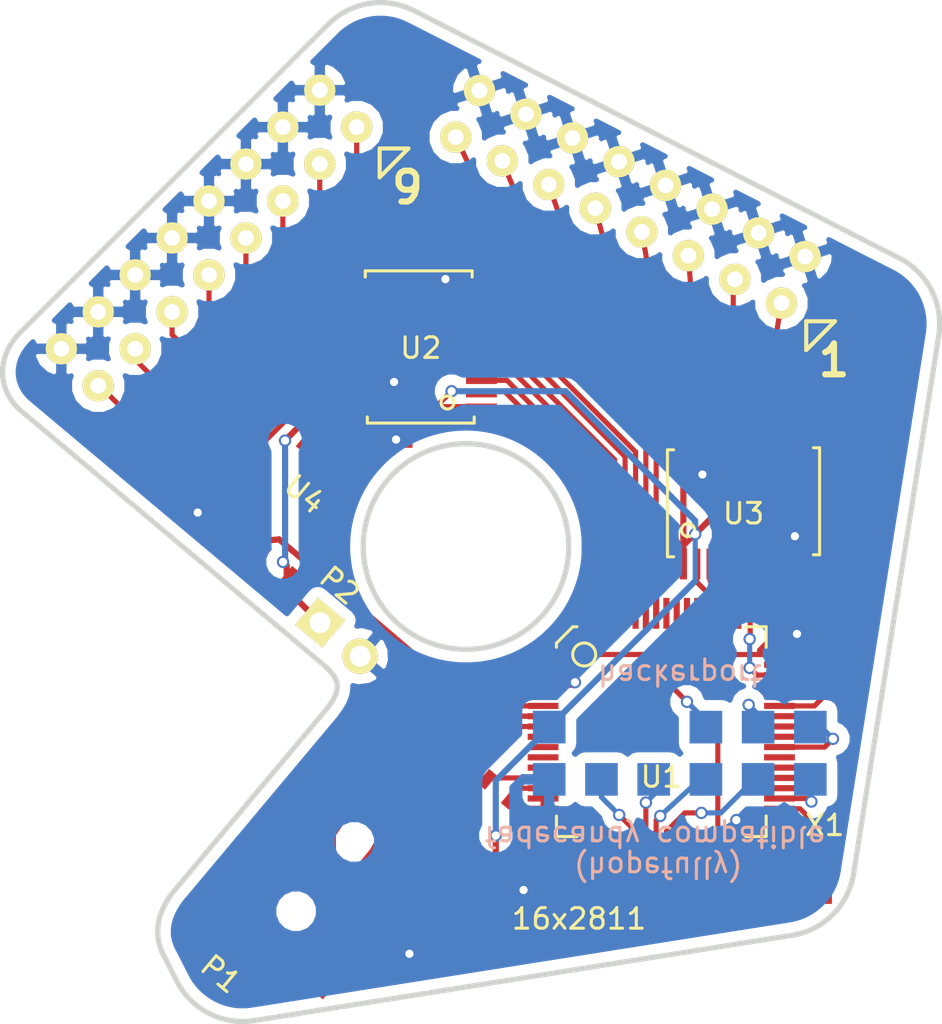
<source format=kicad_pcb>
(kicad_pcb (version 4) (host pcbnew 4.0.2+dfsg1-stable)

  (general
    (links 127)
    (no_connects 0)
    (area -12.866961 -16.768401 33.367341 33.415601)
    (thickness 1.6)
    (drawings 12)
    (tracks 396)
    (zones 0)
    (modules 41)
    (nets 95)
  )

  (page A4)
  (layers
    (0 F.Cu signal)
    (31 B.Cu signal)
    (32 B.Adhes user)
    (33 F.Adhes user)
    (34 B.Paste user)
    (35 F.Paste user)
    (36 B.SilkS user)
    (37 F.SilkS user)
    (38 B.Mask user)
    (39 F.Mask user)
    (40 Dwgs.User user)
    (41 Cmts.User user)
    (42 Eco1.User user)
    (43 Eco2.User user)
    (44 Edge.Cuts user)
    (45 Margin user)
    (46 B.CrtYd user)
    (47 F.CrtYd user)
    (48 B.Fab user)
    (49 F.Fab user)
  )

  (setup
    (last_trace_width 0.25)
    (trace_clearance 0.2)
    (zone_clearance 0.508)
    (zone_45_only no)
    (trace_min 0.2)
    (segment_width 0.2)
    (edge_width 0.15)
    (via_size 0.6)
    (via_drill 0.4)
    (via_min_size 0.4)
    (via_min_drill 0.3)
    (uvia_size 0.3)
    (uvia_drill 0.1)
    (uvias_allowed no)
    (uvia_min_size 0.2)
    (uvia_min_drill 0.1)
    (pcb_text_width 0.3)
    (pcb_text_size 1.5 1.5)
    (mod_edge_width 0.15)
    (mod_text_size 1 1)
    (mod_text_width 0.15)
    (pad_size 1.524 1.524)
    (pad_drill 0.762)
    (pad_to_mask_clearance 0.2)
    (aux_axis_origin 0 0)
    (visible_elements FFFFFF7F)
    (pcbplotparams
      (layerselection 0x010f0_80000001)
      (usegerberextensions true)
      (excludeedgelayer true)
      (linewidth 0.100000)
      (plotframeref false)
      (viasonmask false)
      (mode 1)
      (useauxorigin false)
      (hpglpennumber 1)
      (hpglpenspeed 20)
      (hpglpendiameter 15)
      (hpglpenoverlay 2)
      (psnegative false)
      (psa4output false)
      (plotreference true)
      (plotvalue true)
      (plotinvisibletext false)
      (padsonsilk false)
      (subtractmaskfromsilk false)
      (outputformat 1)
      (mirror false)
      (drillshape 0)
      (scaleselection 1)
      (outputdirectory gerb/))
  )

  (net 0 "")
  (net 1 GND)
  (net 2 "Net-(R1-Pad2)")
  (net 3 "Net-(R2-Pad2)")
  (net 4 "Net-(R3-Pad2)")
  (net 5 "Net-(R4-Pad2)")
  (net 6 "Net-(R5-Pad2)")
  (net 7 "Net-(R6-Pad2)")
  (net 8 "Net-(R7-Pad2)")
  (net 9 "Net-(R8-Pad2)")
  (net 10 "Net-(R9-Pad2)")
  (net 11 "Net-(R10-Pad2)")
  (net 12 "Net-(R11-Pad2)")
  (net 13 "Net-(R12-Pad2)")
  (net 14 "Net-(R13-Pad2)")
  (net 15 "Net-(R14-Pad2)")
  (net 16 "Net-(R15-Pad2)")
  (net 17 "Net-(R16-Pad2)")
  (net 18 "Net-(U1-Pad1)")
  (net 19 "Net-(U1-Pad2)")
  (net 20 "Net-(U1-Pad9)")
  (net 21 "Net-(U1-Pad10)")
  (net 22 "Net-(U1-Pad11)")
  (net 23 "Net-(U1-Pad12)")
  (net 24 "Net-(U1-Pad17)")
  (net 25 "Net-(U1-Pad18)")
  (net 26 "Net-(U1-Pad19)")
  (net 27 "Net-(U1-Pad20)")
  (net 28 "Net-(U1-Pad21)")
  (net 29 "Net-(U1-Pad26)")
  (net 30 "Net-(U1-Pad27)")
  (net 31 "Net-(U1-Pad28)")
  (net 32 "Net-(U1-Pad29)")
  (net 33 "Net-(U1-Pad32)")
  (net 34 "Net-(U1-Pad33)")
  (net 35 "Net-(U1-Pad35)")
  (net 36 "Net-(U1-Pad36)")
  (net 37 "Net-(U1-Pad37)")
  (net 38 "Net-(U1-Pad38)")
  (net 39 "Net-(U1-Pad41)")
  (net 40 "Net-(U1-Pad42)")
  (net 41 "Net-(U1-Pad43)")
  (net 42 "Net-(U1-Pad44)")
  (net 43 "Net-(U1-Pad45)")
  (net 44 "Net-(U1-Pad46)")
  (net 45 "Net-(U1-Pad49)")
  (net 46 "Net-(U1-Pad50)")
  (net 47 "Net-(U1-Pad51)")
  (net 48 "Net-(U1-Pad52)")
  (net 49 "Net-(U1-Pad53)")
  (net 50 "Net-(U1-Pad54)")
  (net 51 "Net-(U1-Pad55)")
  (net 52 "Net-(U1-Pad56)")
  (net 53 "Net-(U1-Pad57)")
  (net 54 "Net-(U1-Pad58)")
  (net 55 "Net-(U1-Pad59)")
  (net 56 "Net-(U1-Pad60)")
  (net 57 "Net-(U1-Pad61)")
  (net 58 "Net-(U1-Pad62)")
  (net 59 "Net-(U1-Pad63)")
  (net 60 "Net-(U1-Pad64)")
  (net 61 "Net-(P1-8-Pad1)")
  (net 62 "Net-(P1-8-Pad3)")
  (net 63 "Net-(P1-8-Pad5)")
  (net 64 "Net-(P1-8-Pad7)")
  (net 65 "Net-(P1-8-Pad9)")
  (net 66 "Net-(P1-8-Pad11)")
  (net 67 "Net-(P1-8-Pad13)")
  (net 68 "Net-(P1-8-Pad15)")
  (net 69 "Net-(P9-16-Pad1)")
  (net 70 "Net-(P9-16-Pad3)")
  (net 71 "Net-(P9-16-Pad5)")
  (net 72 "Net-(P9-16-Pad7)")
  (net 73 "Net-(P9-16-Pad9)")
  (net 74 "Net-(P9-16-Pad11)")
  (net 75 "Net-(P9-16-Pad13)")
  (net 76 "Net-(P9-16-Pad15)")
  (net 77 5V)
  (net 78 "Net-(FB1-Pad1)")
  (net 79 "Net-(FB2-Pad1)")
  (net 80 "Net-(R17-Pad1)")
  (net 81 "Net-(R18-Pad1)")
  (net 82 3V3)
  (net 83 "Net-(P1-Pad4)")
  (net 84 "Net-(FB3-Pad1)")
  (net 85 "Net-(R20-Pad1)")
  (net 86 D-)
  (net 87 D+)
  (net 88 TCLK)
  (net 89 TDI)
  (net 90 TDO)
  (net 91 TX)
  (net 92 TMS)
  (net 93 RX)
  (net 94 RST)

  (net_class Default "This is the default net class."
    (clearance 0.2)
    (trace_width 0.25)
    (via_dia 0.6)
    (via_drill 0.4)
    (uvia_dia 0.3)
    (uvia_drill 0.1)
    (add_net D+)
    (add_net D-)
    (add_net "Net-(FB1-Pad1)")
    (add_net "Net-(FB2-Pad1)")
    (add_net "Net-(FB3-Pad1)")
    (add_net "Net-(P1-8-Pad1)")
    (add_net "Net-(P1-8-Pad11)")
    (add_net "Net-(P1-8-Pad13)")
    (add_net "Net-(P1-8-Pad15)")
    (add_net "Net-(P1-8-Pad3)")
    (add_net "Net-(P1-8-Pad5)")
    (add_net "Net-(P1-8-Pad7)")
    (add_net "Net-(P1-8-Pad9)")
    (add_net "Net-(P1-Pad4)")
    (add_net "Net-(P9-16-Pad1)")
    (add_net "Net-(P9-16-Pad11)")
    (add_net "Net-(P9-16-Pad13)")
    (add_net "Net-(P9-16-Pad15)")
    (add_net "Net-(P9-16-Pad3)")
    (add_net "Net-(P9-16-Pad5)")
    (add_net "Net-(P9-16-Pad7)")
    (add_net "Net-(P9-16-Pad9)")
    (add_net "Net-(R1-Pad2)")
    (add_net "Net-(R10-Pad2)")
    (add_net "Net-(R11-Pad2)")
    (add_net "Net-(R12-Pad2)")
    (add_net "Net-(R13-Pad2)")
    (add_net "Net-(R14-Pad2)")
    (add_net "Net-(R15-Pad2)")
    (add_net "Net-(R16-Pad2)")
    (add_net "Net-(R17-Pad1)")
    (add_net "Net-(R18-Pad1)")
    (add_net "Net-(R2-Pad2)")
    (add_net "Net-(R20-Pad1)")
    (add_net "Net-(R3-Pad2)")
    (add_net "Net-(R4-Pad2)")
    (add_net "Net-(R5-Pad2)")
    (add_net "Net-(R6-Pad2)")
    (add_net "Net-(R7-Pad2)")
    (add_net "Net-(R8-Pad2)")
    (add_net "Net-(R9-Pad2)")
    (add_net "Net-(U1-Pad1)")
    (add_net "Net-(U1-Pad10)")
    (add_net "Net-(U1-Pad11)")
    (add_net "Net-(U1-Pad12)")
    (add_net "Net-(U1-Pad17)")
    (add_net "Net-(U1-Pad18)")
    (add_net "Net-(U1-Pad19)")
    (add_net "Net-(U1-Pad2)")
    (add_net "Net-(U1-Pad20)")
    (add_net "Net-(U1-Pad21)")
    (add_net "Net-(U1-Pad26)")
    (add_net "Net-(U1-Pad27)")
    (add_net "Net-(U1-Pad28)")
    (add_net "Net-(U1-Pad29)")
    (add_net "Net-(U1-Pad32)")
    (add_net "Net-(U1-Pad33)")
    (add_net "Net-(U1-Pad35)")
    (add_net "Net-(U1-Pad36)")
    (add_net "Net-(U1-Pad37)")
    (add_net "Net-(U1-Pad38)")
    (add_net "Net-(U1-Pad41)")
    (add_net "Net-(U1-Pad42)")
    (add_net "Net-(U1-Pad43)")
    (add_net "Net-(U1-Pad44)")
    (add_net "Net-(U1-Pad45)")
    (add_net "Net-(U1-Pad46)")
    (add_net "Net-(U1-Pad49)")
    (add_net "Net-(U1-Pad50)")
    (add_net "Net-(U1-Pad51)")
    (add_net "Net-(U1-Pad52)")
    (add_net "Net-(U1-Pad53)")
    (add_net "Net-(U1-Pad54)")
    (add_net "Net-(U1-Pad55)")
    (add_net "Net-(U1-Pad56)")
    (add_net "Net-(U1-Pad57)")
    (add_net "Net-(U1-Pad58)")
    (add_net "Net-(U1-Pad59)")
    (add_net "Net-(U1-Pad60)")
    (add_net "Net-(U1-Pad61)")
    (add_net "Net-(U1-Pad62)")
    (add_net "Net-(U1-Pad63)")
    (add_net "Net-(U1-Pad64)")
    (add_net "Net-(U1-Pad9)")
    (add_net RST)
    (add_net RX)
    (add_net TCLK)
    (add_net TDI)
    (add_net TDO)
    (add_net TMS)
    (add_net TX)
  )

  (net_class power ""
    (clearance 0.2)
    (trace_width 0.25)
    (via_dia 0.6)
    (via_drill 0.4)
    (uvia_dia 0.3)
    (uvia_drill 0.1)
    (add_net 3V3)
    (add_net 5V)
    (add_net GND)
  )

  (module hackerport (layer B.Cu) (tedit 578E3458) (tstamp 578EA376)
    (at 20.4 20.05)
    (path /578E9927)
    (fp_text reference P3 (at 0 -0.5) (layer B.SilkS) hide
      (effects (font (size 1 1) (thickness 0.15)) (justify mirror))
    )
    (fp_text value hackerport (at 0 -3.81) (layer B.Fab) hide
      (effects (font (size 1 1) (thickness 0.15)) (justify mirror))
    )
    (pad 1 smd rect (at -6.35 -1.27) (size 1.5875 1.5875) (layers B.Cu B.Paste B.Mask)
      (net 77 5V))
    (pad 2 smd rect (at -6.35 1.27) (size 1.5875 1.5875) (layers B.Cu B.Paste B.Mask)
      (net 1 GND))
    (pad 4 smd rect (at -3.81 1.27) (size 1.5875 1.5875) (layers B.Cu B.Paste B.Mask)
      (net 88 TCLK))
    (pad 6 smd rect (at -1.27 1.27) (size 1.5875 1.5875) (layers B.Cu B.Paste B.Mask)
      (net 89 TDI))
    (pad 7 smd rect (at 1.27 -1.27) (size 1.5875 1.5875) (layers B.Cu B.Paste B.Mask)
      (net 82 3V3))
    (pad 8 smd rect (at 1.27 1.27) (size 1.5875 1.5875) (layers B.Cu B.Paste B.Mask)
      (net 90 TDO))
    (pad 9 smd rect (at 3.81 -1.27) (size 1.5875 1.5875) (layers B.Cu B.Paste B.Mask)
      (net 91 TX))
    (pad 10 smd rect (at 3.81 1.27) (size 1.5875 1.5875) (layers B.Cu B.Paste B.Mask)
      (net 92 TMS))
    (pad 11 smd rect (at 6.35 -1.27) (size 1.5875 1.5875) (layers B.Cu B.Paste B.Mask)
      (net 93 RX))
    (pad 12 smd rect (at 6.35 1.27) (size 1.5875 1.5875) (layers B.Cu B.Paste B.Mask)
      (net 94 RST))
  )

  (module USB_Mini-B (layer F.Cu) (tedit 578E31D4) (tstamp 578F5328)
    (at 2.5 25.5 320)
    (descr "USB Mini-B 5-pin SMD connector")
    (tags "USB USB_B USB_Mini connector")
    (path /578DBFE6)
    (attr smd)
    (fp_text reference P1 (at 0 6.90118 320) (layer F.SilkS)
      (effects (font (size 1 1) (thickness 0.15)))
    )
    (fp_text value USB_OTG (at 0 -7.0993 320) (layer F.Fab)
      (effects (font (size 1 1) (thickness 0.15)))
    )
    (pad "" smd rect (at 3.35026 4.05008 320) (size 2.49936 1.2) (layers F.Cu F.Paste F.Mask))
    (pad 1 smd rect (at 3.44932 -1.6002 320) (size 2.30124 0.50038) (layers F.Cu F.Paste F.Mask)
      (net 77 5V))
    (pad 2 smd rect (at 3.44932 -0.8001 320) (size 2.30124 0.50038) (layers F.Cu F.Paste F.Mask)
      (net 86 D-))
    (pad 3 smd rect (at 3.44932 0 320) (size 2.30124 0.50038) (layers F.Cu F.Paste F.Mask)
      (net 87 D+))
    (pad 4 smd rect (at 3.44932 0.8001 320) (size 2.30124 0.50038) (layers F.Cu F.Paste F.Mask)
      (net 83 "Net-(P1-Pad4)"))
    (pad 5 smd rect (at 3.44932 1.6002 320) (size 2.30124 0.50038) (layers F.Cu F.Paste F.Mask)
      (net 1 GND))
    (pad "" smd rect (at 3.35026 -4.45008 320) (size 2.49936 1.99898) (layers F.Cu F.Paste F.Mask))
    (pad 6 smd rect (at -2.14884 -4.45008 320) (size 2.49936 1.99898) (layers F.Cu F.Paste F.Mask)
      (net 79 "Net-(FB2-Pad1)"))
    (pad "" smd rect (at 2.85026 4.45008 320) (size 1.5 2) (layers F.Cu F.Paste F.Mask))
    (pad "" smd rect (at -2.14884 4.45008 320) (size 2.49936 1.99898) (layers F.Cu F.Paste F.Mask))
    (pad "" np_thru_hole circle (at 0.8509 -2.19964 320) (size 0.89916 0.89916) (drill 0.89916) (layers *.Cu *.Mask F.SilkS))
    (pad "" np_thru_hole circle (at 0.8509 2.19964 320) (size 0.89916 0.89916) (drill 0.89916) (layers *.Cu *.Mask F.SilkS))
  )

  (module lib:tssop20 (layer F.Cu) (tedit 578E1409) (tstamp 578EC5F6)
    (at 7.8 0.3 90)
    (path /578D649C)
    (fp_text reference U2 (at -0.05 0 180) (layer F.SilkS)
      (effects (font (size 1 1) (thickness 0.15)))
    )
    (fp_text value 74HC245 (at 0 -0.5 90) (layer F.Fab) hide
      (effects (font (size 1 1) (thickness 0.15)))
    )
    (fp_circle (center -2.7 1.3) (end -2.6 1.6) (layer F.SilkS) (width 0.15))
    (fp_line (start 3.4 -2.7) (end 3.7 -2.7) (layer F.SilkS) (width 0.15))
    (fp_line (start 3.7 -2.7) (end 3.7 2.5) (layer F.SilkS) (width 0.15))
    (fp_line (start 3.7 2.5) (end 3.4 2.5) (layer F.SilkS) (width 0.15))
    (fp_line (start -3.4 -2.6) (end -3.7 -2.6) (layer F.SilkS) (width 0.15))
    (fp_line (start -3.7 -2.6) (end -3.7 2.6) (layer F.SilkS) (width 0.15))
    (fp_line (start -3.7 2.6) (end -3.4 2.6) (layer F.SilkS) (width 0.15))
    (pad 1 smd rect (at -2.925 2.95 90) (size 0.35 1.5) (layers F.Cu F.Paste F.Mask)
      (net 77 5V))
    (pad 2 smd rect (at -2.275 2.95 90) (size 0.35 1.5) (layers F.Cu F.Paste F.Mask)
      (net 60 "Net-(U1-Pad64)"))
    (pad 3 smd rect (at -1.625 2.95 90) (size 0.35 1.5) (layers F.Cu F.Paste F.Mask)
      (net 59 "Net-(U1-Pad63)"))
    (pad 4 smd rect (at -0.975 2.95 90) (size 0.35 1.5) (layers F.Cu F.Paste F.Mask)
      (net 58 "Net-(U1-Pad62)"))
    (pad 5 smd rect (at -0.325 2.95 90) (size 0.35 1.5) (layers F.Cu F.Paste F.Mask)
      (net 57 "Net-(U1-Pad61)"))
    (pad 6 smd rect (at 0.325 2.95 90) (size 0.35 1.5) (layers F.Cu F.Paste F.Mask)
      (net 56 "Net-(U1-Pad60)"))
    (pad 7 smd rect (at 0.975 2.95 90) (size 0.35 1.5) (layers F.Cu F.Paste F.Mask)
      (net 55 "Net-(U1-Pad59)"))
    (pad 8 smd rect (at 1.625 2.95 90) (size 0.35 1.5) (layers F.Cu F.Paste F.Mask)
      (net 54 "Net-(U1-Pad58)"))
    (pad 9 smd rect (at 2.275 2.95 90) (size 0.35 1.5) (layers F.Cu F.Paste F.Mask)
      (net 53 "Net-(U1-Pad57)"))
    (pad 10 smd rect (at 2.925 2.95 90) (size 0.35 1.5) (layers F.Cu F.Paste F.Mask)
      (net 1 GND))
    (pad 11 smd rect (at 2.925 -2.95 90) (size 0.35 1.5) (layers F.Cu F.Paste F.Mask)
      (net 9 "Net-(R8-Pad2)"))
    (pad 12 smd rect (at 2.275 -2.95 90) (size 0.35 1.5) (layers F.Cu F.Paste F.Mask)
      (net 8 "Net-(R7-Pad2)"))
    (pad 13 smd rect (at 1.625 -2.95 90) (size 0.35 1.5) (layers F.Cu F.Paste F.Mask)
      (net 7 "Net-(R6-Pad2)"))
    (pad 14 smd rect (at 0.975 -2.95 90) (size 0.35 1.5) (layers F.Cu F.Paste F.Mask)
      (net 6 "Net-(R5-Pad2)"))
    (pad 15 smd rect (at 0.325 -2.95 90) (size 0.35 1.5) (layers F.Cu F.Paste F.Mask)
      (net 5 "Net-(R4-Pad2)"))
    (pad 16 smd rect (at -0.325 -2.95 90) (size 0.35 1.5) (layers F.Cu F.Paste F.Mask)
      (net 4 "Net-(R3-Pad2)"))
    (pad 17 smd rect (at -0.975 -2.95 90) (size 0.35 1.5) (layers F.Cu F.Paste F.Mask)
      (net 3 "Net-(R2-Pad2)"))
    (pad 18 smd rect (at -1.625 -2.95 90) (size 0.35 1.5) (layers F.Cu F.Paste F.Mask)
      (net 2 "Net-(R1-Pad2)"))
    (pad 19 smd rect (at -2.275 -2.95 90) (size 0.35 1.5) (layers F.Cu F.Paste F.Mask)
      (net 1 GND))
    (pad 20 smd rect (at -2.925 -2.95 90) (size 0.35 1.5) (layers F.Cu F.Paste F.Mask)
      (net 77 5V))
  )

  (module lib:tssop20 (layer F.Cu) (tedit 578E13EC) (tstamp 578EC60E)
    (at 23.5 7.9)
    (path /578D65DA)
    (fp_text reference U3 (at 0 0.5) (layer F.SilkS)
      (effects (font (size 1 1) (thickness 0.15)))
    )
    (fp_text value 74HC245 (at 0 -0.5) (layer F.Fab) hide
      (effects (font (size 1 1) (thickness 0.15)))
    )
    (fp_circle (center -2.7 1.3) (end -2.6 1.6) (layer F.SilkS) (width 0.15))
    (fp_line (start 3.4 -2.7) (end 3.7 -2.7) (layer F.SilkS) (width 0.15))
    (fp_line (start 3.7 -2.7) (end 3.7 2.5) (layer F.SilkS) (width 0.15))
    (fp_line (start 3.7 2.5) (end 3.4 2.5) (layer F.SilkS) (width 0.15))
    (fp_line (start -3.4 -2.6) (end -3.7 -2.6) (layer F.SilkS) (width 0.15))
    (fp_line (start -3.7 -2.6) (end -3.7 2.6) (layer F.SilkS) (width 0.15))
    (fp_line (start -3.7 2.6) (end -3.4 2.6) (layer F.SilkS) (width 0.15))
    (pad 1 smd rect (at -2.925 2.95) (size 0.35 1.5) (layers F.Cu F.Paste F.Mask)
      (net 77 5V))
    (pad 2 smd rect (at -2.275 2.95) (size 0.35 1.5) (layers F.Cu F.Paste F.Mask)
      (net 48 "Net-(U1-Pad52)"))
    (pad 3 smd rect (at -1.625 2.95) (size 0.35 1.5) (layers F.Cu F.Paste F.Mask)
      (net 47 "Net-(U1-Pad51)"))
    (pad 4 smd rect (at -0.975 2.95) (size 0.35 1.5) (layers F.Cu F.Paste F.Mask)
      (net 46 "Net-(U1-Pad50)"))
    (pad 5 smd rect (at -0.325 2.95) (size 0.35 1.5) (layers F.Cu F.Paste F.Mask)
      (net 45 "Net-(U1-Pad49)"))
    (pad 6 smd rect (at 0.325 2.95) (size 0.35 1.5) (layers F.Cu F.Paste F.Mask)
      (net 44 "Net-(U1-Pad46)"))
    (pad 7 smd rect (at 0.975 2.95) (size 0.35 1.5) (layers F.Cu F.Paste F.Mask)
      (net 43 "Net-(U1-Pad45)"))
    (pad 8 smd rect (at 1.625 2.95) (size 0.35 1.5) (layers F.Cu F.Paste F.Mask)
      (net 42 "Net-(U1-Pad44)"))
    (pad 9 smd rect (at 2.275 2.95) (size 0.35 1.5) (layers F.Cu F.Paste F.Mask)
      (net 41 "Net-(U1-Pad43)"))
    (pad 10 smd rect (at 2.925 2.95) (size 0.35 1.5) (layers F.Cu F.Paste F.Mask)
      (net 1 GND))
    (pad 11 smd rect (at 2.925 -2.95) (size 0.35 1.5) (layers F.Cu F.Paste F.Mask)
      (net 17 "Net-(R16-Pad2)"))
    (pad 12 smd rect (at 2.275 -2.95) (size 0.35 1.5) (layers F.Cu F.Paste F.Mask)
      (net 16 "Net-(R15-Pad2)"))
    (pad 13 smd rect (at 1.625 -2.95) (size 0.35 1.5) (layers F.Cu F.Paste F.Mask)
      (net 15 "Net-(R14-Pad2)"))
    (pad 14 smd rect (at 0.975 -2.95) (size 0.35 1.5) (layers F.Cu F.Paste F.Mask)
      (net 14 "Net-(R13-Pad2)"))
    (pad 15 smd rect (at 0.325 -2.95) (size 0.35 1.5) (layers F.Cu F.Paste F.Mask)
      (net 13 "Net-(R12-Pad2)"))
    (pad 16 smd rect (at -0.325 -2.95) (size 0.35 1.5) (layers F.Cu F.Paste F.Mask)
      (net 12 "Net-(R11-Pad2)"))
    (pad 17 smd rect (at -0.975 -2.95) (size 0.35 1.5) (layers F.Cu F.Paste F.Mask)
      (net 11 "Net-(R10-Pad2)"))
    (pad 18 smd rect (at -1.625 -2.95) (size 0.35 1.5) (layers F.Cu F.Paste F.Mask)
      (net 10 "Net-(R9-Pad2)"))
    (pad 19 smd rect (at -2.275 -2.95) (size 0.35 1.5) (layers F.Cu F.Paste F.Mask)
      (net 1 GND))
    (pad 20 smd rect (at -2.925 -2.95) (size 0.35 1.5) (layers F.Cu F.Paste F.Mask)
      (net 77 5V))
  )

  (module Pin_Headers:Pin_Header_Straight_2x01 (layer F.Cu) (tedit 578E18A4) (tstamp 578E6204)
    (at 2.9 13.7 320)
    (descr "Through hole pin header")
    (tags "pin header")
    (path /578DF8FD)
    (fp_text reference P2 (at -0.429275 -1.989528 320) (layer F.SilkS)
      (effects (font (size 1 1) (thickness 0.15)))
    )
    (fp_text value CONN_01X02 (at 0 -3.1 320) (layer F.Fab)
      (effects (font (size 1 1) (thickness 0.15)))
    )
    (pad 1 thru_hole rect (at 0 0 320) (size 1.7272 1.7272) (drill 1.016) (layers *.Cu *.Mask F.SilkS)
      (net 77 5V))
    (pad 2 thru_hole oval (at 2.54 0 320) (size 1.7272 1.7272) (drill 1.016) (layers *.Cu *.Mask F.SilkS)
      (net 1 GND))
  )

  (module lib:2x8 (layer F.Cu) (tedit 578D66E9) (tstamp 57881BBE)
    (at -2.5 -5 45)
    (path /578D680B)
    (fp_text reference P9-16 (at 0 3.04 45) (layer F.SilkS) hide
      (effects (font (size 1 1) (thickness 0.15)))
    )
    (fp_text value CONN_02X08 (at -10.16 3.31 45) (layer F.Fab) hide
      (effects (font (size 1 1) (thickness 0.15)))
    )
    (pad 1 thru_hole circle (at -8.89 1.27 45) (size 1.524 1.524) (drill 0.762) (layers *.Cu *.Mask F.SilkS)
      (net 69 "Net-(P9-16-Pad1)"))
    (pad 2 thru_hole circle (at -8.89 -1.27 45) (size 1.524 1.524) (drill 0.762) (layers *.Cu *.Mask F.SilkS)
      (net 1 GND))
    (pad 3 thru_hole circle (at -6.35 1.27 45) (size 1.524 1.524) (drill 0.762) (layers *.Cu *.Mask F.SilkS)
      (net 70 "Net-(P9-16-Pad3)"))
    (pad 4 thru_hole circle (at -6.35 -1.27 45) (size 1.524 1.524) (drill 0.762) (layers *.Cu *.Mask F.SilkS)
      (net 1 GND))
    (pad 5 thru_hole circle (at -3.81 1.27 45) (size 1.524 1.524) (drill 0.762) (layers *.Cu *.Mask F.SilkS)
      (net 71 "Net-(P9-16-Pad5)"))
    (pad 6 thru_hole circle (at -3.81 -1.27 45) (size 1.524 1.524) (drill 0.762) (layers *.Cu *.Mask F.SilkS)
      (net 1 GND))
    (pad 7 thru_hole circle (at -1.27 1.27 45) (size 1.524 1.524) (drill 0.762) (layers *.Cu *.Mask F.SilkS)
      (net 72 "Net-(P9-16-Pad7)"))
    (pad 8 thru_hole circle (at -1.27 -1.27 45) (size 1.524 1.524) (drill 0.762) (layers *.Cu *.Mask F.SilkS)
      (net 1 GND))
    (pad 9 thru_hole circle (at 1.27 1.27 45) (size 1.524 1.524) (drill 0.762) (layers *.Cu *.Mask F.SilkS)
      (net 73 "Net-(P9-16-Pad9)"))
    (pad 10 thru_hole circle (at 1.27 -1.27 45) (size 1.524 1.524) (drill 0.762) (layers *.Cu *.Mask F.SilkS)
      (net 1 GND))
    (pad 11 thru_hole circle (at 3.81 1.27 45) (size 1.524 1.524) (drill 0.762) (layers *.Cu *.Mask F.SilkS)
      (net 74 "Net-(P9-16-Pad11)"))
    (pad 12 thru_hole circle (at 3.81 -1.27 45) (size 1.524 1.524) (drill 0.762) (layers *.Cu *.Mask F.SilkS)
      (net 1 GND))
    (pad 13 thru_hole circle (at 6.35 1.27 45) (size 1.524 1.524) (drill 0.762) (layers *.Cu *.Mask F.SilkS)
      (net 75 "Net-(P9-16-Pad13)"))
    (pad 14 thru_hole circle (at 6.35 -1.27 45) (size 1.524 1.524) (drill 0.762) (layers *.Cu *.Mask F.SilkS)
      (net 1 GND))
    (pad 15 thru_hole circle (at 8.89 1.27 45) (size 1.524 1.524) (drill 0.762) (layers *.Cu *.Mask F.SilkS)
      (net 76 "Net-(P9-16-Pad15)"))
    (pad 16 thru_hole circle (at 8.89 -1.27 45) (size 1.524 1.524) (drill 0.762) (layers *.Cu *.Mask F.SilkS)
      (net 1 GND))
  )

  (module 2x8 (layer F.Cu) (tedit 578D66F4) (tstamp 57881997)
    (at 18 -7 333)
    (path /578D68AE)
    (fp_text reference P1-8 (at 0 3.04 333) (layer F.SilkS) hide
      (effects (font (size 1 1) (thickness 0.15)))
    )
    (fp_text value CONN_02X08 (at -10.16 3.31 333) (layer F.Fab) hide
      (effects (font (size 1 1) (thickness 0.15)))
    )
    (pad 1 thru_hole circle (at -8.89 1.27 333) (size 1.524 1.524) (drill 0.762) (layers *.Cu *.Mask F.SilkS)
      (net 61 "Net-(P1-8-Pad1)"))
    (pad 2 thru_hole circle (at -8.89 -1.27 333) (size 1.524 1.524) (drill 0.762) (layers *.Cu *.Mask F.SilkS)
      (net 1 GND))
    (pad 3 thru_hole circle (at -6.35 1.27 333) (size 1.524 1.524) (drill 0.762) (layers *.Cu *.Mask F.SilkS)
      (net 62 "Net-(P1-8-Pad3)"))
    (pad 4 thru_hole circle (at -6.35 -1.27 333) (size 1.524 1.524) (drill 0.762) (layers *.Cu *.Mask F.SilkS)
      (net 1 GND))
    (pad 5 thru_hole circle (at -3.81 1.27 333) (size 1.524 1.524) (drill 0.762) (layers *.Cu *.Mask F.SilkS)
      (net 63 "Net-(P1-8-Pad5)"))
    (pad 6 thru_hole circle (at -3.81 -1.27 333) (size 1.524 1.524) (drill 0.762) (layers *.Cu *.Mask F.SilkS)
      (net 1 GND))
    (pad 7 thru_hole circle (at -1.27 1.27 333) (size 1.524 1.524) (drill 0.762) (layers *.Cu *.Mask F.SilkS)
      (net 64 "Net-(P1-8-Pad7)"))
    (pad 8 thru_hole circle (at -1.27 -1.27 333) (size 1.524 1.524) (drill 0.762) (layers *.Cu *.Mask F.SilkS)
      (net 1 GND))
    (pad 9 thru_hole circle (at 1.27 1.27 333) (size 1.524 1.524) (drill 0.762) (layers *.Cu *.Mask F.SilkS)
      (net 65 "Net-(P1-8-Pad9)"))
    (pad 10 thru_hole circle (at 1.27 -1.27 333) (size 1.524 1.524) (drill 0.762) (layers *.Cu *.Mask F.SilkS)
      (net 1 GND))
    (pad 11 thru_hole circle (at 3.81 1.27 333) (size 1.524 1.524) (drill 0.762) (layers *.Cu *.Mask F.SilkS)
      (net 66 "Net-(P1-8-Pad11)"))
    (pad 12 thru_hole circle (at 3.81 -1.27 333) (size 1.524 1.524) (drill 0.762) (layers *.Cu *.Mask F.SilkS)
      (net 1 GND))
    (pad 13 thru_hole circle (at 6.35 1.27 333) (size 1.524 1.524) (drill 0.762) (layers *.Cu *.Mask F.SilkS)
      (net 67 "Net-(P1-8-Pad13)"))
    (pad 14 thru_hole circle (at 6.35 -1.27 333) (size 1.524 1.524) (drill 0.762) (layers *.Cu *.Mask F.SilkS)
      (net 1 GND))
    (pad 15 thru_hole circle (at 8.89 1.27 333) (size 1.524 1.524) (drill 0.762) (layers *.Cu *.Mask F.SilkS)
      (net 68 "Net-(P1-8-Pad15)"))
    (pad 16 thru_hole circle (at 8.89 -1.27 333) (size 1.524 1.524) (drill 0.762) (layers *.Cu *.Mask F.SilkS)
      (net 1 GND))
  )

  (module lib:LQFN64 (layer F.Cu) (tedit 578DE8B5) (tstamp 578EC290)
    (at 19.5 19)
    (path /578D6427)
    (fp_text reference U1 (at 0 2.2) (layer F.SilkS)
      (effects (font (size 1 1) (thickness 0.15)))
    )
    (fp_text value MK20DX256VLH7 (at 0.05 -1.45) (layer F.Fab)
      (effects (font (size 0.75 0.75) (thickness 0.15)))
    )
    (fp_line (start -5.1 -4.1) (end -5.1 -4.3) (layer F.SilkS) (width 0.15))
    (fp_line (start -5.1 -4.3) (end -4.3 -5.1) (layer F.SilkS) (width 0.15))
    (fp_line (start -4.3 -5.1) (end -4.1 -5.1) (layer F.SilkS) (width 0.15))
    (fp_line (start 4.1 -5.1) (end 5.1 -5.1) (layer F.SilkS) (width 0.15))
    (fp_line (start 5.1 -5.1) (end 5.1 -4.1) (layer F.SilkS) (width 0.15))
    (fp_line (start 4.1 5.1) (end 5.1 5.1) (layer F.SilkS) (width 0.15))
    (fp_line (start 5.1 5.1) (end 5.1 4.1) (layer F.SilkS) (width 0.15))
    (fp_line (start -5.1 4.1) (end -5.1 5.1) (layer F.SilkS) (width 0.15))
    (fp_line (start -5.1 5.1) (end -4.1 5.1) (layer F.SilkS) (width 0.15))
    (fp_circle (center -3.75 -3.75) (end -3.5 -3.25) (layer F.SilkS) (width 0.15))
    (pad 1 smd rect (at -5.75 -3.75 90) (size 0.3 1.5) (layers F.Cu F.Paste F.Mask)
      (net 18 "Net-(U1-Pad1)"))
    (pad 2 smd rect (at -5.75 -3.25 90) (size 0.3 1.5) (layers F.Cu F.Paste F.Mask)
      (net 19 "Net-(U1-Pad2)"))
    (pad 3 smd rect (at -5.75 -2.75 90) (size 0.3 1.5) (layers F.Cu F.Paste F.Mask)
      (net 82 3V3))
    (pad 4 smd rect (at -5.75 -2.25 90) (size 0.3 1.5) (layers F.Cu F.Paste F.Mask)
      (net 1 GND))
    (pad 5 smd rect (at -5.75 -1.75 90) (size 0.3 1.5) (layers F.Cu F.Paste F.Mask)
      (net 80 "Net-(R17-Pad1)"))
    (pad 6 smd rect (at -5.75 -1.25 90) (size 0.3 1.5) (layers F.Cu F.Paste F.Mask)
      (net 81 "Net-(R18-Pad1)"))
    (pad 7 smd rect (at -5.75 -0.75 90) (size 0.3 1.5) (layers F.Cu F.Paste F.Mask)
      (net 82 3V3))
    (pad 8 smd rect (at -5.75 -0.25 90) (size 0.3 1.5) (layers F.Cu F.Paste F.Mask)
      (net 77 5V))
    (pad 9 smd rect (at -5.75 0.25 90) (size 0.3 1.5) (layers F.Cu F.Paste F.Mask)
      (net 20 "Net-(U1-Pad9)"))
    (pad 10 smd rect (at -5.75 0.75 90) (size 0.3 1.5) (layers F.Cu F.Paste F.Mask)
      (net 21 "Net-(U1-Pad10)"))
    (pad 11 smd rect (at -5.75 1.25 90) (size 0.3 1.5) (layers F.Cu F.Paste F.Mask)
      (net 22 "Net-(U1-Pad11)"))
    (pad 12 smd rect (at -5.75 1.75 90) (size 0.3 1.5) (layers F.Cu F.Paste F.Mask)
      (net 23 "Net-(U1-Pad12)"))
    (pad 13 smd rect (at -5.75 2.25 90) (size 0.3 1.5) (layers F.Cu F.Paste F.Mask)
      (net 84 "Net-(FB3-Pad1)"))
    (pad 14 smd rect (at -5.75 2.75 90) (size 0.3 1.5) (layers F.Cu F.Paste F.Mask)
      (net 85 "Net-(R20-Pad1)"))
    (pad 15 smd rect (at -5.75 3.25 90) (size 0.3 1.5) (layers F.Cu F.Paste F.Mask)
      (net 78 "Net-(FB1-Pad1)"))
    (pad 16 smd rect (at -5.75 3.75 90) (size 0.3 1.5) (layers F.Cu F.Paste F.Mask)
      (net 78 "Net-(FB1-Pad1)"))
    (pad 17 smd rect (at -3.75 5.75) (size 0.3 1.5) (layers F.Cu F.Paste F.Mask)
      (net 24 "Net-(U1-Pad17)"))
    (pad 18 smd rect (at -3.25 5.75) (size 0.3 1.5) (layers F.Cu F.Paste F.Mask)
      (net 25 "Net-(U1-Pad18)"))
    (pad 19 smd rect (at -2.75 5.75) (size 0.3 1.5) (layers F.Cu F.Paste F.Mask)
      (net 26 "Net-(U1-Pad19)"))
    (pad 20 smd rect (at -2.25 5.75) (size 0.3 1.5) (layers F.Cu F.Paste F.Mask)
      (net 27 "Net-(U1-Pad20)"))
    (pad 21 smd rect (at -1.75 5.75) (size 0.3 1.5) (layers F.Cu F.Paste F.Mask)
      (net 28 "Net-(U1-Pad21)"))
    (pad 22 smd rect (at -1.25 5.75) (size 0.3 1.5) (layers F.Cu F.Paste F.Mask)
      (net 88 TCLK))
    (pad 23 smd rect (at -0.75 5.75) (size 0.3 1.5) (layers F.Cu F.Paste F.Mask)
      (net 89 TDI))
    (pad 24 smd rect (at -0.25 5.75) (size 0.3 1.5) (layers F.Cu F.Paste F.Mask)
      (net 90 TDO))
    (pad 25 smd rect (at 0.25 5.75) (size 0.3 1.5) (layers F.Cu F.Paste F.Mask)
      (net 92 TMS))
    (pad 26 smd rect (at 0.75 5.75) (size 0.3 1.5) (layers F.Cu F.Paste F.Mask)
      (net 29 "Net-(U1-Pad26)"))
    (pad 27 smd rect (at 1.25 5.75) (size 0.3 1.5) (layers F.Cu F.Paste F.Mask)
      (net 30 "Net-(U1-Pad27)"))
    (pad 28 smd rect (at 1.75 5.75) (size 0.3 1.5) (layers F.Cu F.Paste F.Mask)
      (net 31 "Net-(U1-Pad28)"))
    (pad 29 smd rect (at 2.25 5.75) (size 0.3 1.5) (layers F.Cu F.Paste F.Mask)
      (net 32 "Net-(U1-Pad29)"))
    (pad 30 smd rect (at 2.75 5.75) (size 0.3 1.5) (layers F.Cu F.Paste F.Mask)
      (net 82 3V3))
    (pad 31 smd rect (at 3.25 5.75) (size 0.3 1.5) (layers F.Cu F.Paste F.Mask)
      (net 1 GND))
    (pad 32 smd rect (at 3.75 5.75) (size 0.3 1.5) (layers F.Cu F.Paste F.Mask)
      (net 33 "Net-(U1-Pad32)"))
    (pad 33 smd rect (at 5.75 3.75 90) (size 0.3 1.5) (layers F.Cu F.Paste F.Mask)
      (net 34 "Net-(U1-Pad33)"))
    (pad 34 smd rect (at 5.75 3.25 90) (size 0.3 1.5) (layers F.Cu F.Paste F.Mask)
      (net 94 RST))
    (pad 35 smd rect (at 5.75 2.75 90) (size 0.3 1.5) (layers F.Cu F.Paste F.Mask)
      (net 35 "Net-(U1-Pad35)"))
    (pad 36 smd rect (at 5.75 2.25 90) (size 0.3 1.5) (layers F.Cu F.Paste F.Mask)
      (net 36 "Net-(U1-Pad36)"))
    (pad 37 smd rect (at 5.75 1.75 90) (size 0.3 1.5) (layers F.Cu F.Paste F.Mask)
      (net 37 "Net-(U1-Pad37)"))
    (pad 38 smd rect (at 5.75 1.25 90) (size 0.3 1.5) (layers F.Cu F.Paste F.Mask)
      (net 38 "Net-(U1-Pad38)"))
    (pad 39 smd rect (at 5.75 0.75 90) (size 0.3 1.5) (layers F.Cu F.Paste F.Mask)
      (net 93 RX))
    (pad 40 smd rect (at 5.75 0.25 90) (size 0.3 1.5) (layers F.Cu F.Paste F.Mask)
      (net 91 TX))
    (pad 41 smd rect (at 5.75 -0.25 90) (size 0.3 1.5) (layers F.Cu F.Paste F.Mask)
      (net 39 "Net-(U1-Pad41)"))
    (pad 42 smd rect (at 5.75 -0.75 90) (size 0.3 1.5) (layers F.Cu F.Paste F.Mask)
      (net 40 "Net-(U1-Pad42)"))
    (pad 43 smd rect (at 5.75 -1.25 90) (size 0.3 1.5) (layers F.Cu F.Paste F.Mask)
      (net 41 "Net-(U1-Pad43)"))
    (pad 44 smd rect (at 5.75 -1.75 90) (size 0.3 1.5) (layers F.Cu F.Paste F.Mask)
      (net 42 "Net-(U1-Pad44)"))
    (pad 45 smd rect (at 5.75 -2.25 90) (size 0.3 1.5) (layers F.Cu F.Paste F.Mask)
      (net 43 "Net-(U1-Pad45)"))
    (pad 46 smd rect (at 5.75 -2.75 90) (size 0.3 1.5) (layers F.Cu F.Paste F.Mask)
      (net 44 "Net-(U1-Pad46)"))
    (pad 47 smd rect (at 5.75 -3.25 90) (size 0.3 1.5) (layers F.Cu F.Paste F.Mask)
      (net 1 GND))
    (pad 48 smd rect (at 5.75 -3.75 90) (size 0.3 1.5) (layers F.Cu F.Paste F.Mask)
      (net 82 3V3))
    (pad 49 smd rect (at 3.75 -5.75 180) (size 0.3 1.5) (layers F.Cu F.Paste F.Mask)
      (net 45 "Net-(U1-Pad49)"))
    (pad 50 smd rect (at 3.25 -5.75 180) (size 0.3 1.5) (layers F.Cu F.Paste F.Mask)
      (net 46 "Net-(U1-Pad50)"))
    (pad 51 smd rect (at 2.75 -5.75 180) (size 0.3 1.5) (layers F.Cu F.Paste F.Mask)
      (net 47 "Net-(U1-Pad51)"))
    (pad 52 smd rect (at 2.25 -5.75 180) (size 0.3 1.5) (layers F.Cu F.Paste F.Mask)
      (net 48 "Net-(U1-Pad52)"))
    (pad 53 smd rect (at 1.75 -5.75 180) (size 0.3 1.5) (layers F.Cu F.Paste F.Mask)
      (net 49 "Net-(U1-Pad53)"))
    (pad 54 smd rect (at 1.25 -5.75 180) (size 0.3 1.5) (layers F.Cu F.Paste F.Mask)
      (net 50 "Net-(U1-Pad54)"))
    (pad 55 smd rect (at 0.75 -5.75 180) (size 0.3 1.5) (layers F.Cu F.Paste F.Mask)
      (net 51 "Net-(U1-Pad55)"))
    (pad 56 smd rect (at 0.25 -5.75 180) (size 0.3 1.5) (layers F.Cu F.Paste F.Mask)
      (net 52 "Net-(U1-Pad56)"))
    (pad 57 smd rect (at -0.25 -5.75 180) (size 0.3 1.5) (layers F.Cu F.Paste F.Mask)
      (net 53 "Net-(U1-Pad57)"))
    (pad 58 smd rect (at -0.75 -5.75 180) (size 0.3 1.5) (layers F.Cu F.Paste F.Mask)
      (net 54 "Net-(U1-Pad58)"))
    (pad 59 smd rect (at -1.25 -5.75 180) (size 0.3 1.5) (layers F.Cu F.Paste F.Mask)
      (net 55 "Net-(U1-Pad59)"))
    (pad 60 smd rect (at -1.75 -5.75 180) (size 0.3 1.5) (layers F.Cu F.Paste F.Mask)
      (net 56 "Net-(U1-Pad60)"))
    (pad 61 smd rect (at -2.25 -5.75 180) (size 0.3 1.5) (layers F.Cu F.Paste F.Mask)
      (net 57 "Net-(U1-Pad61)"))
    (pad 62 smd rect (at -2.75 -5.75 180) (size 0.3 1.5) (layers F.Cu F.Paste F.Mask)
      (net 58 "Net-(U1-Pad62)"))
    (pad 63 smd rect (at -3.25 -5.75 180) (size 0.3 1.5) (layers F.Cu F.Paste F.Mask)
      (net 59 "Net-(U1-Pad63)"))
    (pad 64 smd rect (at -3.75 -5.75 180) (size 0.3 1.5) (layers F.Cu F.Paste F.Mask)
      (net 60 "Net-(U1-Pad64)"))
  )

  (module lib:R0603 (layer F.Cu) (tedit 578D5D95) (tstamp 578EC584)
    (at -5.5 4.5 315)
    (descr "Resistor SMD 0603, reflow soldering, Vishay (see dcrcw.pdf)")
    (tags "resistor 0603")
    (path /578D693C)
    (attr smd)
    (fp_text reference R1 (at 0 -1.9 315) (layer F.SilkS) hide
      (effects (font (size 1 1) (thickness 0.15)))
    )
    (fp_text value "68 Ohm" (at 0 1.9 315) (layer F.Fab) hide
      (effects (font (size 1 1) (thickness 0.15)))
    )
    (pad 1 smd rect (at -0.75 0 315) (size 0.5 0.9) (layers F.Cu F.Paste F.Mask)
      (net 69 "Net-(P9-16-Pad1)"))
    (pad 2 smd rect (at 0.75 0 315) (size 0.5 0.9) (layers F.Cu F.Paste F.Mask)
      (net 2 "Net-(R1-Pad2)"))
    (model Resistors_SMD.3dshapes/R_0603.wrl
      (at (xyz 0 0 0))
      (scale (xyz 1 1 1))
      (rotate (xyz 0 0 0))
    )
  )

  (module lib:R0603 (layer F.Cu) (tedit 578D5D95) (tstamp 578EC58A)
    (at -4 3 315)
    (descr "Resistor SMD 0603, reflow soldering, Vishay (see dcrcw.pdf)")
    (tags "resistor 0603")
    (path /578D6AA0)
    (attr smd)
    (fp_text reference R2 (at 0 -1.9 315) (layer F.SilkS) hide
      (effects (font (size 1 1) (thickness 0.15)))
    )
    (fp_text value "68 Ohm" (at 0 1.9 315) (layer F.Fab) hide
      (effects (font (size 1 1) (thickness 0.15)))
    )
    (pad 1 smd rect (at -0.75 0 315) (size 0.5 0.9) (layers F.Cu F.Paste F.Mask)
      (net 70 "Net-(P9-16-Pad3)"))
    (pad 2 smd rect (at 0.75 0 315) (size 0.5 0.9) (layers F.Cu F.Paste F.Mask)
      (net 3 "Net-(R2-Pad2)"))
    (model Resistors_SMD.3dshapes/R_0603.wrl
      (at (xyz 0 0 0))
      (scale (xyz 1 1 1))
      (rotate (xyz 0 0 0))
    )
  )

  (module lib:R0603 (layer F.Cu) (tedit 578D5D95) (tstamp 578EC590)
    (at -2.5 1.5 315)
    (descr "Resistor SMD 0603, reflow soldering, Vishay (see dcrcw.pdf)")
    (tags "resistor 0603")
    (path /578D6AD0)
    (attr smd)
    (fp_text reference R3 (at 0 -1.9 315) (layer F.SilkS) hide
      (effects (font (size 1 1) (thickness 0.15)))
    )
    (fp_text value "68 Ohm" (at 0 1.9 315) (layer F.Fab) hide
      (effects (font (size 1 1) (thickness 0.15)))
    )
    (pad 1 smd rect (at -0.75 0 315) (size 0.5 0.9) (layers F.Cu F.Paste F.Mask)
      (net 71 "Net-(P9-16-Pad5)"))
    (pad 2 smd rect (at 0.75 0 315) (size 0.5 0.9) (layers F.Cu F.Paste F.Mask)
      (net 4 "Net-(R3-Pad2)"))
    (model Resistors_SMD.3dshapes/R_0603.wrl
      (at (xyz 0 0 0))
      (scale (xyz 1 1 1))
      (rotate (xyz 0 0 0))
    )
  )

  (module lib:R0603 (layer F.Cu) (tedit 578D5D95) (tstamp 578EC596)
    (at -1 0 315)
    (descr "Resistor SMD 0603, reflow soldering, Vishay (see dcrcw.pdf)")
    (tags "resistor 0603")
    (path /578D6B00)
    (attr smd)
    (fp_text reference R4 (at 0 -1.9 315) (layer F.SilkS) hide
      (effects (font (size 1 1) (thickness 0.15)))
    )
    (fp_text value "68 Ohm" (at 0 1.9 315) (layer F.Fab) hide
      (effects (font (size 1 1) (thickness 0.15)))
    )
    (pad 1 smd rect (at -0.75 0 315) (size 0.5 0.9) (layers F.Cu F.Paste F.Mask)
      (net 72 "Net-(P9-16-Pad7)"))
    (pad 2 smd rect (at 0.75 0 315) (size 0.5 0.9) (layers F.Cu F.Paste F.Mask)
      (net 5 "Net-(R4-Pad2)"))
    (model Resistors_SMD.3dshapes/R_0603.wrl
      (at (xyz 0 0 0))
      (scale (xyz 1 1 1))
      (rotate (xyz 0 0 0))
    )
  )

  (module lib:R0603 (layer F.Cu) (tedit 578D5D95) (tstamp 578EC59C)
    (at 0.5 -1.5 315)
    (descr "Resistor SMD 0603, reflow soldering, Vishay (see dcrcw.pdf)")
    (tags "resistor 0603")
    (path /578D6B34)
    (attr smd)
    (fp_text reference R5 (at 0 -1.9 315) (layer F.SilkS) hide
      (effects (font (size 1 1) (thickness 0.15)))
    )
    (fp_text value "68 Ohm" (at 0 1.9 315) (layer F.Fab) hide
      (effects (font (size 1 1) (thickness 0.15)))
    )
    (pad 1 smd rect (at -0.75 0 315) (size 0.5 0.9) (layers F.Cu F.Paste F.Mask)
      (net 73 "Net-(P9-16-Pad9)"))
    (pad 2 smd rect (at 0.75 0 315) (size 0.5 0.9) (layers F.Cu F.Paste F.Mask)
      (net 6 "Net-(R5-Pad2)"))
    (model Resistors_SMD.3dshapes/R_0603.wrl
      (at (xyz 0 0 0))
      (scale (xyz 1 1 1))
      (rotate (xyz 0 0 0))
    )
  )

  (module lib:R0603 (layer F.Cu) (tedit 578D5D95) (tstamp 578EC5A2)
    (at 2 -3 315)
    (descr "Resistor SMD 0603, reflow soldering, Vishay (see dcrcw.pdf)")
    (tags "resistor 0603")
    (path /578D6B8A)
    (attr smd)
    (fp_text reference R6 (at 0 -1.9 315) (layer F.SilkS) hide
      (effects (font (size 1 1) (thickness 0.15)))
    )
    (fp_text value "68 Ohm" (at 0 1.9 315) (layer F.Fab) hide
      (effects (font (size 1 1) (thickness 0.15)))
    )
    (pad 1 smd rect (at -0.75 0 315) (size 0.5 0.9) (layers F.Cu F.Paste F.Mask)
      (net 74 "Net-(P9-16-Pad11)"))
    (pad 2 smd rect (at 0.75 0 315) (size 0.5 0.9) (layers F.Cu F.Paste F.Mask)
      (net 7 "Net-(R6-Pad2)"))
    (model Resistors_SMD.3dshapes/R_0603.wrl
      (at (xyz 0 0 0))
      (scale (xyz 1 1 1))
      (rotate (xyz 0 0 0))
    )
  )

  (module lib:R0603 (layer F.Cu) (tedit 578D5D95) (tstamp 578EC5A8)
    (at 3.5 -4.5 315)
    (descr "Resistor SMD 0603, reflow soldering, Vishay (see dcrcw.pdf)")
    (tags "resistor 0603")
    (path /578D6BC6)
    (attr smd)
    (fp_text reference R7 (at 0 -1.9 315) (layer F.SilkS) hide
      (effects (font (size 1 1) (thickness 0.15)))
    )
    (fp_text value "68 Ohm" (at 0 1.9 315) (layer F.Fab) hide
      (effects (font (size 1 1) (thickness 0.15)))
    )
    (pad 1 smd rect (at -0.75 0 315) (size 0.5 0.9) (layers F.Cu F.Paste F.Mask)
      (net 75 "Net-(P9-16-Pad13)"))
    (pad 2 smd rect (at 0.75 0 315) (size 0.5 0.9) (layers F.Cu F.Paste F.Mask)
      (net 8 "Net-(R7-Pad2)"))
    (model Resistors_SMD.3dshapes/R_0603.wrl
      (at (xyz 0 0 0))
      (scale (xyz 1 1 1))
      (rotate (xyz 0 0 0))
    )
  )

  (module lib:R0603 (layer F.Cu) (tedit 578D5D95) (tstamp 578EC5AE)
    (at 5 -6 315)
    (descr "Resistor SMD 0603, reflow soldering, Vishay (see dcrcw.pdf)")
    (tags "resistor 0603")
    (path /578D6C06)
    (attr smd)
    (fp_text reference R8 (at 0 -1.9 315) (layer F.SilkS) hide
      (effects (font (size 1 1) (thickness 0.15)))
    )
    (fp_text value "68 Ohm" (at 0 1.9 315) (layer F.Fab) hide
      (effects (font (size 1 1) (thickness 0.15)))
    )
    (pad 1 smd rect (at -0.75 0 315) (size 0.5 0.9) (layers F.Cu F.Paste F.Mask)
      (net 76 "Net-(P9-16-Pad15)"))
    (pad 2 smd rect (at 0.75 0 315) (size 0.5 0.9) (layers F.Cu F.Paste F.Mask)
      (net 9 "Net-(R8-Pad2)"))
    (model Resistors_SMD.3dshapes/R_0603.wrl
      (at (xyz 0 0 0))
      (scale (xyz 1 1 1))
      (rotate (xyz 0 0 0))
    )
  )

  (module lib:R0603 (layer F.Cu) (tedit 578D5D95) (tstamp 578EC5B4)
    (at 11 -6 270)
    (descr "Resistor SMD 0603, reflow soldering, Vishay (see dcrcw.pdf)")
    (tags "resistor 0603")
    (path /578D770C)
    (attr smd)
    (fp_text reference R9 (at 0 -1.9 270) (layer F.SilkS) hide
      (effects (font (size 1 1) (thickness 0.15)))
    )
    (fp_text value "68 Ohm" (at 0 1.9 270) (layer F.Fab) hide
      (effects (font (size 1 1) (thickness 0.15)))
    )
    (pad 1 smd rect (at -0.75 0 270) (size 0.5 0.9) (layers F.Cu F.Paste F.Mask)
      (net 61 "Net-(P1-8-Pad1)"))
    (pad 2 smd rect (at 0.75 0 270) (size 0.5 0.9) (layers F.Cu F.Paste F.Mask)
      (net 10 "Net-(R9-Pad2)"))
    (model Resistors_SMD.3dshapes/R_0603.wrl
      (at (xyz 0 0 0))
      (scale (xyz 1 1 1))
      (rotate (xyz 0 0 0))
    )
  )

  (module lib:R0603 (layer F.Cu) (tedit 578D5D95) (tstamp 578EC5BA)
    (at 13 -5 270)
    (descr "Resistor SMD 0603, reflow soldering, Vishay (see dcrcw.pdf)")
    (tags "resistor 0603")
    (path /578D7712)
    (attr smd)
    (fp_text reference R10 (at 0 -1.9 270) (layer F.SilkS) hide
      (effects (font (size 1 1) (thickness 0.15)))
    )
    (fp_text value "68 Ohm" (at 0 1.9 270) (layer F.Fab) hide
      (effects (font (size 1 1) (thickness 0.15)))
    )
    (pad 1 smd rect (at -0.75 0 270) (size 0.5 0.9) (layers F.Cu F.Paste F.Mask)
      (net 62 "Net-(P1-8-Pad3)"))
    (pad 2 smd rect (at 0.75 0 270) (size 0.5 0.9) (layers F.Cu F.Paste F.Mask)
      (net 11 "Net-(R10-Pad2)"))
    (model Resistors_SMD.3dshapes/R_0603.wrl
      (at (xyz 0 0 0))
      (scale (xyz 1 1 1))
      (rotate (xyz 0 0 0))
    )
  )

  (module lib:R0603 (layer F.Cu) (tedit 578D5D95) (tstamp 578EC5C0)
    (at 15 -4 270)
    (descr "Resistor SMD 0603, reflow soldering, Vishay (see dcrcw.pdf)")
    (tags "resistor 0603")
    (path /578D7718)
    (attr smd)
    (fp_text reference R11 (at 0 -1.9 270) (layer F.SilkS) hide
      (effects (font (size 1 1) (thickness 0.15)))
    )
    (fp_text value "68 Ohm" (at 0 1.9 270) (layer F.Fab) hide
      (effects (font (size 1 1) (thickness 0.15)))
    )
    (pad 1 smd rect (at -0.75 0 270) (size 0.5 0.9) (layers F.Cu F.Paste F.Mask)
      (net 63 "Net-(P1-8-Pad5)"))
    (pad 2 smd rect (at 0.75 0 270) (size 0.5 0.9) (layers F.Cu F.Paste F.Mask)
      (net 12 "Net-(R11-Pad2)"))
    (model Resistors_SMD.3dshapes/R_0603.wrl
      (at (xyz 0 0 0))
      (scale (xyz 1 1 1))
      (rotate (xyz 0 0 0))
    )
  )

  (module lib:R0603 (layer F.Cu) (tedit 578D5D95) (tstamp 578EC5C6)
    (at 17 -3 270)
    (descr "Resistor SMD 0603, reflow soldering, Vishay (see dcrcw.pdf)")
    (tags "resistor 0603")
    (path /578D771E)
    (attr smd)
    (fp_text reference R12 (at 0 -1.9 270) (layer F.SilkS) hide
      (effects (font (size 1 1) (thickness 0.15)))
    )
    (fp_text value "68 Ohm" (at 0 1.9 270) (layer F.Fab) hide
      (effects (font (size 1 1) (thickness 0.15)))
    )
    (pad 1 smd rect (at -0.75 0 270) (size 0.5 0.9) (layers F.Cu F.Paste F.Mask)
      (net 64 "Net-(P1-8-Pad7)"))
    (pad 2 smd rect (at 0.75 0 270) (size 0.5 0.9) (layers F.Cu F.Paste F.Mask)
      (net 13 "Net-(R12-Pad2)"))
    (model Resistors_SMD.3dshapes/R_0603.wrl
      (at (xyz 0 0 0))
      (scale (xyz 1 1 1))
      (rotate (xyz 0 0 0))
    )
  )

  (module lib:R0603 (layer F.Cu) (tedit 578D5D95) (tstamp 578EC5CC)
    (at 19 -2 270)
    (descr "Resistor SMD 0603, reflow soldering, Vishay (see dcrcw.pdf)")
    (tags "resistor 0603")
    (path /578D7724)
    (attr smd)
    (fp_text reference R13 (at 0 -1.9 270) (layer F.SilkS) hide
      (effects (font (size 1 1) (thickness 0.15)))
    )
    (fp_text value "68 Ohm" (at 0 1.9 270) (layer F.Fab) hide
      (effects (font (size 1 1) (thickness 0.15)))
    )
    (pad 1 smd rect (at -0.75 0 270) (size 0.5 0.9) (layers F.Cu F.Paste F.Mask)
      (net 65 "Net-(P1-8-Pad9)"))
    (pad 2 smd rect (at 0.75 0 270) (size 0.5 0.9) (layers F.Cu F.Paste F.Mask)
      (net 14 "Net-(R13-Pad2)"))
    (model Resistors_SMD.3dshapes/R_0603.wrl
      (at (xyz 0 0 0))
      (scale (xyz 1 1 1))
      (rotate (xyz 0 0 0))
    )
  )

  (module lib:R0603 (layer F.Cu) (tedit 578D5D95) (tstamp 578EC5D2)
    (at 21 -1 270)
    (descr "Resistor SMD 0603, reflow soldering, Vishay (see dcrcw.pdf)")
    (tags "resistor 0603")
    (path /578D772A)
    (attr smd)
    (fp_text reference R14 (at 0 -1.9 270) (layer F.SilkS) hide
      (effects (font (size 1 1) (thickness 0.15)))
    )
    (fp_text value "68 Ohm" (at 0 1.9 270) (layer F.Fab) hide
      (effects (font (size 1 1) (thickness 0.15)))
    )
    (pad 1 smd rect (at -0.75 0 270) (size 0.5 0.9) (layers F.Cu F.Paste F.Mask)
      (net 66 "Net-(P1-8-Pad11)"))
    (pad 2 smd rect (at 0.75 0 270) (size 0.5 0.9) (layers F.Cu F.Paste F.Mask)
      (net 15 "Net-(R14-Pad2)"))
    (model Resistors_SMD.3dshapes/R_0603.wrl
      (at (xyz 0 0 0))
      (scale (xyz 1 1 1))
      (rotate (xyz 0 0 0))
    )
  )

  (module lib:R0603 (layer F.Cu) (tedit 578D5D95) (tstamp 578EC5D8)
    (at 23 0 270)
    (descr "Resistor SMD 0603, reflow soldering, Vishay (see dcrcw.pdf)")
    (tags "resistor 0603")
    (path /578D7730)
    (attr smd)
    (fp_text reference R15 (at 0 -1.9 270) (layer F.SilkS) hide
      (effects (font (size 1 1) (thickness 0.15)))
    )
    (fp_text value "68 Ohm" (at 0 1.9 270) (layer F.Fab) hide
      (effects (font (size 1 1) (thickness 0.15)))
    )
    (pad 1 smd rect (at -0.75 0 270) (size 0.5 0.9) (layers F.Cu F.Paste F.Mask)
      (net 67 "Net-(P1-8-Pad13)"))
    (pad 2 smd rect (at 0.75 0 270) (size 0.5 0.9) (layers F.Cu F.Paste F.Mask)
      (net 16 "Net-(R15-Pad2)"))
    (model Resistors_SMD.3dshapes/R_0603.wrl
      (at (xyz 0 0 0))
      (scale (xyz 1 1 1))
      (rotate (xyz 0 0 0))
    )
  )

  (module lib:R0603 (layer F.Cu) (tedit 578D5D95) (tstamp 578EC5DE)
    (at 25 1 270)
    (descr "Resistor SMD 0603, reflow soldering, Vishay (see dcrcw.pdf)")
    (tags "resistor 0603")
    (path /578D7736)
    (attr smd)
    (fp_text reference R16 (at 0 -1.9 270) (layer F.SilkS) hide
      (effects (font (size 1 1) (thickness 0.15)))
    )
    (fp_text value "68 Ohm" (at 0 1.9 270) (layer F.Fab) hide
      (effects (font (size 1 1) (thickness 0.15)))
    )
    (pad 1 smd rect (at -0.75 0 270) (size 0.5 0.9) (layers F.Cu F.Paste F.Mask)
      (net 68 "Net-(P1-8-Pad15)"))
    (pad 2 smd rect (at 0.75 0 270) (size 0.5 0.9) (layers F.Cu F.Paste F.Mask)
      (net 17 "Net-(R16-Pad2)"))
    (model Resistors_SMD.3dshapes/R_0603.wrl
      (at (xyz 0 0 0))
      (scale (xyz 1 1 1))
      (rotate (xyz 0 0 0))
    )
  )

  (module lib:TSX-3225 (layer F.Cu) (tedit 578E36A7) (tstamp 578ED244)
    (at 26 26)
    (descr "Crystal, Quarz, SMD, 4 Pads")
    (path /578D96F5)
    (attr smd)
    (fp_text reference X1 (at 1.45 -2.45) (layer F.SilkS)
      (effects (font (size 1 1) (thickness 0.15)))
    )
    (fp_text value CRYSTAL_SMD (at 0 3.81) (layer F.Fab)
      (effects (font (size 1 1) (thickness 0.15)))
    )
    (pad 1 smd rect (at -1.1 0.8) (size 1.4 1.15) (layers F.Cu F.Paste F.Mask)
      (net 33 "Net-(U1-Pad32)"))
    (pad 2 smd rect (at 1.1 0.8) (size 1.4 1.15) (layers F.Cu F.Paste F.Mask)
      (net 1 GND))
    (pad 3 smd rect (at 1.1 -0.8) (size 1.4 1.15) (layers F.Cu F.Paste F.Mask)
      (net 34 "Net-(U1-Pad33)"))
    (pad 4 smd rect (at -1.1 -0.8) (size 1.4 1.15) (layers F.Cu F.Paste F.Mask)
      (net 1 GND))
  )

  (module lib:R0603 (layer F.Cu) (tedit 578D5D95) (tstamp 578F50EF)
    (at 12.75 24.85 270)
    (descr "Resistor SMD 0603, reflow soldering, Vishay (see dcrcw.pdf)")
    (tags "resistor 0603")
    (path /578DCAE5)
    (attr smd)
    (fp_text reference FB1 (at 0 -1.9 270) (layer F.SilkS) hide
      (effects (font (size 1 1) (thickness 0.15)))
    )
    (fp_text value FILTER (at 0 1.9 270) (layer F.Fab) hide
      (effects (font (size 1 1) (thickness 0.15)))
    )
    (pad 1 smd rect (at -0.75 0 270) (size 0.5 0.9) (layers F.Cu F.Paste F.Mask)
      (net 78 "Net-(FB1-Pad1)"))
    (pad 2 smd rect (at 0.75 0 270) (size 0.5 0.9) (layers F.Cu F.Paste F.Mask)
      (net 1 GND))
    (model Resistors_SMD.3dshapes/R_0603.wrl
      (at (xyz 0 0 0))
      (scale (xyz 1 1 1))
      (rotate (xyz 0 0 0))
    )
  )

  (module lib:R0603 (layer F.Cu) (tedit 578D5D95) (tstamp 578F50F5)
    (at 5.2 18.6 50)
    (descr "Resistor SMD 0603, reflow soldering, Vishay (see dcrcw.pdf)")
    (tags "resistor 0603")
    (path /578DC9F6)
    (attr smd)
    (fp_text reference FB2 (at 0 -1.9 50) (layer F.SilkS) hide
      (effects (font (size 1 1) (thickness 0.15)))
    )
    (fp_text value FILTER (at 0 1.9 50) (layer F.Fab) hide
      (effects (font (size 1 1) (thickness 0.15)))
    )
    (pad 1 smd rect (at -0.75 0 50) (size 0.5 0.9) (layers F.Cu F.Paste F.Mask)
      (net 79 "Net-(FB2-Pad1)"))
    (pad 2 smd rect (at 0.75 0 50) (size 0.5 0.9) (layers F.Cu F.Paste F.Mask)
      (net 1 GND))
    (model Resistors_SMD.3dshapes/R_0603.wrl
      (at (xyz 0 0 0))
      (scale (xyz 1 1 1))
      (rotate (xyz 0 0 0))
    )
  )

  (module lib:R0603 (layer F.Cu) (tedit 578D5D95) (tstamp 578F50FB)
    (at 7.4 18.5 230)
    (descr "Resistor SMD 0603, reflow soldering, Vishay (see dcrcw.pdf)")
    (tags "resistor 0603")
    (path /578DC2C6)
    (attr smd)
    (fp_text reference R17 (at 0 -1.9 230) (layer F.SilkS) hide
      (effects (font (size 1 1) (thickness 0.15)))
    )
    (fp_text value R (at 0 1.9 230) (layer F.Fab) hide
      (effects (font (size 1 1) (thickness 0.15)))
    )
    (pad 1 smd rect (at -0.75 0 230) (size 0.5 0.9) (layers F.Cu F.Paste F.Mask)
      (net 80 "Net-(R17-Pad1)"))
    (pad 2 smd rect (at 0.75 0 230) (size 0.5 0.9) (layers F.Cu F.Paste F.Mask)
      (net 87 D+))
    (model Resistors_SMD.3dshapes/R_0603.wrl
      (at (xyz 0 0 0))
      (scale (xyz 1 1 1))
      (rotate (xyz 0 0 0))
    )
  )

  (module lib:R0603 (layer F.Cu) (tedit 578D5D95) (tstamp 578F5101)
    (at 8.6 19.5 230)
    (descr "Resistor SMD 0603, reflow soldering, Vishay (see dcrcw.pdf)")
    (tags "resistor 0603")
    (path /578DC37F)
    (attr smd)
    (fp_text reference R18 (at 0 -1.9 230) (layer F.SilkS) hide
      (effects (font (size 1 1) (thickness 0.15)))
    )
    (fp_text value R (at 0 1.9 230) (layer F.Fab) hide
      (effects (font (size 1 1) (thickness 0.15)))
    )
    (pad 1 smd rect (at -0.75 0 230) (size 0.5 0.9) (layers F.Cu F.Paste F.Mask)
      (net 81 "Net-(R18-Pad1)"))
    (pad 2 smd rect (at 0.75 0 230) (size 0.5 0.9) (layers F.Cu F.Paste F.Mask)
      (net 86 D-))
    (model Resistors_SMD.3dshapes/R_0603.wrl
      (at (xyz 0 0 0))
      (scale (xyz 1 1 1))
      (rotate (xyz 0 0 0))
    )
  )

  (module lib:R0603 (layer F.Cu) (tedit 578D5D95) (tstamp 578F5107)
    (at 10.7 19.2 230)
    (descr "Resistor SMD 0603, reflow soldering, Vishay (see dcrcw.pdf)")
    (tags "resistor 0603")
    (path /578DE5E7)
    (attr smd)
    (fp_text reference R19 (at 0 -1.9 230) (layer F.SilkS) hide
      (effects (font (size 1 1) (thickness 0.15)))
    )
    (fp_text value R (at 0 1.9 230) (layer F.Fab) hide
      (effects (font (size 1 1) (thickness 0.15)))
    )
    (pad 1 smd rect (at -0.75 0 230) (size 0.5 0.9) (layers F.Cu F.Paste F.Mask)
      (net 82 3V3))
    (pad 2 smd rect (at 0.75 0 230) (size 0.5 0.9) (layers F.Cu F.Paste F.Mask)
      (net 82 3V3))
  )

  (module lib:R0603 (layer F.Cu) (tedit 578D5D95) (tstamp 578DE3A4)
    (at 9.6 21.8 140)
    (descr "Resistor SMD 0603, reflow soldering, Vishay (see dcrcw.pdf)")
    (tags "resistor 0603")
    (path /578DF252)
    (attr smd)
    (fp_text reference FB3 (at 0 -1.9 140) (layer F.SilkS) hide
      (effects (font (size 1 1) (thickness 0.15)))
    )
    (fp_text value FILTER (at 0 1.9 140) (layer F.Fab) hide
      (effects (font (size 1 1) (thickness 0.15)))
    )
    (pad 1 smd rect (at -0.75 0 140) (size 0.5 0.9) (layers F.Cu F.Paste F.Mask)
      (net 84 "Net-(FB3-Pad1)"))
    (pad 2 smd rect (at 0.75 0 140) (size 0.5 0.9) (layers F.Cu F.Paste F.Mask)
      (net 82 3V3))
    (model Resistors_SMD.3dshapes/R_0603.wrl
      (at (xyz 0 0 0))
      (scale (xyz 1 1 1))
      (rotate (xyz 0 0 0))
    )
  )

  (module lib:R0603 (layer F.Cu) (tedit 578D5D95) (tstamp 578E620A)
    (at 11.6 21.8 140)
    (descr "Resistor SMD 0603, reflow soldering, Vishay (see dcrcw.pdf)")
    (tags "resistor 0603")
    (path /578DFD46)
    (attr smd)
    (fp_text reference R20 (at 0 -1.9 140) (layer F.SilkS) hide
      (effects (font (size 1 1) (thickness 0.15)))
    )
    (fp_text value R (at 0 1.9 140) (layer F.Fab) hide
      (effects (font (size 1 1) (thickness 0.15)))
    )
    (pad 1 smd rect (at -0.75 0 140) (size 0.5 0.9) (layers F.Cu F.Paste F.Mask)
      (net 85 "Net-(R20-Pad1)"))
    (pad 2 smd rect (at 0.75 0 140) (size 0.5 0.9) (layers F.Cu F.Paste F.Mask)
      (net 84 "Net-(FB3-Pad1)"))
    (model Resistors_SMD.3dshapes/R_0603.wrl
      (at (xyz 0 0 0))
      (scale (xyz 1 1 1))
      (rotate (xyz 0 0 0))
    )
  )

  (module hex2811:hex2811 (layer F.Cu) (tedit 0) (tstamp 578E0035)
    (at 10 10)
    (fp_text reference "" (at 0 0) (layer F.SilkS)
      (effects (font (thickness 0.15)))
    )
    (fp_text value "" (at 0 0) (layer F.SilkS)
      (effects (font (thickness 0.15)))
    )
    (fp_line (start -4.16814 -26.4414) (end -4.27228 -26.43886) (layer Edge.Cuts) (width 0.254))
    (fp_line (start -4.27228 -26.43886) (end -4.37388 -26.43378) (layer Edge.Cuts) (width 0.254))
    (fp_line (start -4.37388 -26.43378) (end -4.47802 -26.42616) (layer Edge.Cuts) (width 0.254))
    (fp_line (start -4.47802 -26.42616) (end -4.57962 -26.416) (layer Edge.Cuts) (width 0.254))
    (fp_line (start -4.57962 -26.416) (end -4.68122 -26.4033) (layer Edge.Cuts) (width 0.254))
    (fp_line (start -4.68122 -26.4033) (end -4.78282 -26.38552) (layer Edge.Cuts) (width 0.254))
    (fp_line (start -4.78282 -26.38552) (end -4.88442 -26.36774) (layer Edge.Cuts) (width 0.254))
    (fp_line (start -4.88442 -26.36774) (end -4.98348 -26.34488) (layer Edge.Cuts) (width 0.254))
    (fp_line (start -4.98348 -26.34488) (end -5.08508 -26.31948) (layer Edge.Cuts) (width 0.254))
    (fp_line (start -5.08508 -26.31948) (end -5.18414 -26.29154) (layer Edge.Cuts) (width 0.254))
    (fp_line (start -5.18414 -26.29154) (end -5.2832 -26.26106) (layer Edge.Cuts) (width 0.254))
    (fp_line (start -5.2832 -26.26106) (end -5.37972 -26.22804) (layer Edge.Cuts) (width 0.254))
    (fp_line (start -5.37972 -26.22804) (end -5.47624 -26.19248) (layer Edge.Cuts) (width 0.254))
    (fp_line (start -5.47624 -26.19248) (end -5.57276 -26.15184) (layer Edge.Cuts) (width 0.254))
    (fp_line (start -5.57276 -26.15184) (end -5.66674 -26.1112) (layer Edge.Cuts) (width 0.254))
    (fp_line (start -5.66674 -26.1112) (end -5.76072 -26.06548) (layer Edge.Cuts) (width 0.254))
    (fp_line (start -5.76072 -26.06548) (end -5.85216 -26.01722) (layer Edge.Cuts) (width 0.254))
    (fp_line (start -5.85216 -26.01722) (end -5.9436 -25.96642) (layer Edge.Cuts) (width 0.254))
    (fp_line (start -5.9436 -25.96642) (end -6.0325 -25.91308) (layer Edge.Cuts) (width 0.254))
    (fp_line (start -6.0325 -25.91308) (end -6.1214 -25.8572) (layer Edge.Cuts) (width 0.254))
    (fp_line (start -6.1214 -25.8572) (end -6.2103 -25.79878) (layer Edge.Cuts) (width 0.254))
    (fp_line (start -6.2103 -25.79878) (end -6.29412 -25.73782) (layer Edge.Cuts) (width 0.254))
    (fp_line (start -6.29412 -25.73782) (end -6.37794 -25.67432) (layer Edge.Cuts) (width 0.254))
    (fp_line (start -6.37794 -25.67432) (end -6.46176 -25.60574) (layer Edge.Cuts) (width 0.254))
    (fp_line (start -6.46176 -25.60574) (end -6.54304 -25.53716) (layer Edge.Cuts) (width 0.254))
    (fp_line (start -6.54304 -25.53716) (end -6.62178 -25.4635) (layer Edge.Cuts) (width 0.254))
    (fp_line (start -6.62178 -25.4635) (end -6.69798 -25.38984) (layer Edge.Cuts) (width 0.254))
    (fp_line (start -6.69798 -25.38984) (end -21.6789 -10.40892) (layer Edge.Cuts) (width 0.254))
    (fp_line (start -21.6789 -10.40892) (end -21.79066 -10.29462) (layer Edge.Cuts) (width 0.254))
    (fp_line (start -21.79066 -10.29462) (end -21.89226 -10.17524) (layer Edge.Cuts) (width 0.254))
    (fp_line (start -21.89226 -10.17524) (end -21.98624 -10.05586) (layer Edge.Cuts) (width 0.254))
    (fp_line (start -21.98624 -10.05586) (end -22.0726 -9.93394) (layer Edge.Cuts) (width 0.254))
    (fp_line (start -22.0726 -9.93394) (end -22.15388 -9.81202) (layer Edge.Cuts) (width 0.254))
    (fp_line (start -22.15388 -9.81202) (end -22.225 -9.68756) (layer Edge.Cuts) (width 0.254))
    (fp_line (start -22.225 -9.68756) (end -22.2885 -9.56056) (layer Edge.Cuts) (width 0.254))
    (fp_line (start -22.2885 -9.56056) (end -22.34692 -9.43356) (layer Edge.Cuts) (width 0.254))
    (fp_line (start -22.34692 -9.43356) (end -22.39518 -9.30656) (layer Edge.Cuts) (width 0.254))
    (fp_line (start -22.39518 -9.30656) (end -22.43836 -9.17702) (layer Edge.Cuts) (width 0.254))
    (fp_line (start -22.43836 -9.17702) (end -22.47138 -9.04748) (layer Edge.Cuts) (width 0.254))
    (fp_line (start -22.47138 -9.04748) (end -22.49932 -8.91794) (layer Edge.Cuts) (width 0.254))
    (fp_line (start -22.49932 -8.91794) (end -22.51964 -8.7884) (layer Edge.Cuts) (width 0.254))
    (fp_line (start -22.51964 -8.7884) (end -22.53488 -8.65886) (layer Edge.Cuts) (width 0.254))
    (fp_line (start -22.53488 -8.65886) (end -22.53996 -8.52932) (layer Edge.Cuts) (width 0.254))
    (fp_line (start -22.53996 -8.52932) (end -22.53996 -8.39978) (layer Edge.Cuts) (width 0.254))
    (fp_line (start -22.53996 -8.39978) (end -22.53234 -8.27278) (layer Edge.Cuts) (width 0.254))
    (fp_line (start -22.53234 -8.27278) (end -22.51964 -8.14578) (layer Edge.Cuts) (width 0.254))
    (fp_line (start -22.51964 -8.14578) (end -22.49678 -8.01878) (layer Edge.Cuts) (width 0.254))
    (fp_line (start -22.49678 -8.01878) (end -22.46884 -7.89432) (layer Edge.Cuts) (width 0.254))
    (fp_line (start -22.46884 -7.89432) (end -22.43582 -7.7724) (layer Edge.Cuts) (width 0.254))
    (fp_line (start -22.43582 -7.7724) (end -22.39264 -7.65048) (layer Edge.Cuts) (width 0.254))
    (fp_line (start -22.39264 -7.65048) (end -22.34438 -7.5311) (layer Edge.Cuts) (width 0.254))
    (fp_line (start -22.34438 -7.5311) (end -22.29104 -7.41426) (layer Edge.Cuts) (width 0.254))
    (fp_line (start -22.29104 -7.41426) (end -22.23008 -7.29996) (layer Edge.Cuts) (width 0.254))
    (fp_line (start -22.23008 -7.29996) (end -22.16404 -7.1882) (layer Edge.Cuts) (width 0.254))
    (fp_line (start -22.16404 -7.1882) (end -22.09038 -7.07898) (layer Edge.Cuts) (width 0.254))
    (fp_line (start -22.09038 -7.07898) (end -22.0091 -6.9723) (layer Edge.Cuts) (width 0.254))
    (fp_line (start -22.0091 -6.9723) (end -21.92274 -6.86816) (layer Edge.Cuts) (width 0.254))
    (fp_line (start -21.92274 -6.86816) (end -21.8313 -6.7691) (layer Edge.Cuts) (width 0.254))
    (fp_line (start -21.8313 -6.7691) (end -21.73224 -6.67258) (layer Edge.Cuts) (width 0.254))
    (fp_line (start -21.73224 -6.67258) (end -21.6281 -6.58114) (layer Edge.Cuts) (width 0.254))
    (fp_line (start -21.6281 -6.58114) (end -7.16026 5.56006) (layer Edge.Cuts) (width 0.254))
    (fp_line (start -7.16026 5.56006) (end -7.03834 5.65912) (layer Edge.Cuts) (width 0.254))
    (fp_line (start -7.03834 5.65912) (end -6.92658 5.75564) (layer Edge.Cuts) (width 0.254))
    (fp_line (start -6.92658 5.75564) (end -6.82244 5.84708) (layer Edge.Cuts) (width 0.254))
    (fp_line (start -6.82244 5.84708) (end -6.72592 5.93852) (layer Edge.Cuts) (width 0.254))
    (fp_line (start -6.72592 5.93852) (end -6.63702 6.02742) (layer Edge.Cuts) (width 0.254))
    (fp_line (start -6.63702 6.02742) (end -6.56082 6.11632) (layer Edge.Cuts) (width 0.254))
    (fp_line (start -6.56082 6.11632) (end -6.4897 6.20268) (layer Edge.Cuts) (width 0.254))
    (fp_line (start -6.4897 6.20268) (end -6.42874 6.28904) (layer Edge.Cuts) (width 0.254))
    (fp_line (start -6.42874 6.28904) (end -6.37794 6.37286) (layer Edge.Cuts) (width 0.254))
    (fp_line (start -6.37794 6.37286) (end -6.33476 6.45922) (layer Edge.Cuts) (width 0.254))
    (fp_line (start -6.33476 6.45922) (end -6.30174 6.54558) (layer Edge.Cuts) (width 0.254))
    (fp_line (start -6.30174 6.54558) (end -6.27888 6.63194) (layer Edge.Cuts) (width 0.254))
    (fp_line (start -6.27888 6.63194) (end -6.26364 6.72084) (layer Edge.Cuts) (width 0.254))
    (fp_line (start -6.26364 6.72084) (end -6.25856 6.81228) (layer Edge.Cuts) (width 0.254))
    (fp_line (start -6.25856 6.81228) (end -6.26618 6.90372) (layer Edge.Cuts) (width 0.254))
    (fp_line (start -6.26618 6.90372) (end -6.28142 7.00024) (layer Edge.Cuts) (width 0.254))
    (fp_line (start -6.28142 7.00024) (end -6.30682 7.0993) (layer Edge.Cuts) (width 0.254))
    (fp_line (start -6.30682 7.0993) (end -6.34238 7.2009) (layer Edge.Cuts) (width 0.254))
    (fp_line (start -6.34238 7.2009) (end -6.39064 7.30504) (layer Edge.Cuts) (width 0.254))
    (fp_line (start -6.39064 7.30504) (end -6.44652 7.41426) (layer Edge.Cuts) (width 0.254))
    (fp_line (start -6.44652 7.41426) (end -6.5151 7.52856) (layer Edge.Cuts) (width 0.254))
    (fp_line (start -6.5151 7.52856) (end -6.59384 7.64794) (layer Edge.Cuts) (width 0.254))
    (fp_line (start -6.59384 7.64794) (end -6.68274 7.7724) (layer Edge.Cuts) (width 0.254))
    (fp_line (start -6.68274 7.7724) (end -6.78434 7.90448) (layer Edge.Cuts) (width 0.254))
    (fp_line (start -6.78434 7.90448) (end -6.8961 8.0391) (layer Edge.Cuts) (width 0.254))
    (fp_line (start -6.8961 8.0391) (end -14.03096 16.54302) (layer Edge.Cuts) (width 0.254))
    (fp_line (start -14.03096 16.54302) (end -14.12494 16.65224) (layer Edge.Cuts) (width 0.254))
    (fp_line (start -14.12494 16.65224) (end -14.21638 16.76146) (layer Edge.Cuts) (width 0.254))
    (fp_line (start -14.21638 16.76146) (end -14.30274 16.87322) (layer Edge.Cuts) (width 0.254))
    (fp_line (start -14.30274 16.87322) (end -14.38148 16.98244) (layer Edge.Cuts) (width 0.254))
    (fp_line (start -14.38148 16.98244) (end -14.45768 17.0942) (layer Edge.Cuts) (width 0.254))
    (fp_line (start -14.45768 17.0942) (end -14.5288 17.20342) (layer Edge.Cuts) (width 0.254))
    (fp_line (start -14.5288 17.20342) (end -14.59484 17.31518) (layer Edge.Cuts) (width 0.254))
    (fp_line (start -14.59484 17.31518) (end -14.65326 17.42694) (layer Edge.Cuts) (width 0.254))
    (fp_line (start -14.65326 17.42694) (end -14.70914 17.53616) (layer Edge.Cuts) (width 0.254))
    (fp_line (start -14.70914 17.53616) (end -14.75994 17.64792) (layer Edge.Cuts) (width 0.254))
    (fp_line (start -14.75994 17.64792) (end -14.80566 17.75968) (layer Edge.Cuts) (width 0.254))
    (fp_line (start -14.80566 17.75968) (end -14.8463 17.8689) (layer Edge.Cuts) (width 0.254))
    (fp_line (start -14.8463 17.8689) (end -14.88186 17.98066) (layer Edge.Cuts) (width 0.254))
    (fp_line (start -14.88186 17.98066) (end -14.91234 18.08988) (layer Edge.Cuts) (width 0.254))
    (fp_line (start -14.91234 18.08988) (end -14.93774 18.20164) (layer Edge.Cuts) (width 0.254))
    (fp_line (start -14.93774 18.20164) (end -14.9606 18.31086) (layer Edge.Cuts) (width 0.254))
    (fp_line (start -14.9606 18.31086) (end -14.97584 18.42008) (layer Edge.Cuts) (width 0.254))
    (fp_line (start -14.97584 18.42008) (end -14.986 18.5293) (layer Edge.Cuts) (width 0.254))
    (fp_line (start -14.986 18.5293) (end -14.99362 18.63852) (layer Edge.Cuts) (width 0.254))
    (fp_line (start -14.99362 18.63852) (end -14.99362 18.74774) (layer Edge.Cuts) (width 0.254))
    (fp_line (start -14.99362 18.74774) (end -14.99108 18.85696) (layer Edge.Cuts) (width 0.254))
    (fp_line (start -14.99108 18.85696) (end -14.98346 18.96364) (layer Edge.Cuts) (width 0.254))
    (fp_line (start -14.98346 18.96364) (end -14.97076 19.07286) (layer Edge.Cuts) (width 0.254))
    (fp_line (start -14.97076 19.07286) (end -14.95298 19.17954) (layer Edge.Cuts) (width 0.254))
    (fp_line (start -14.95298 19.17954) (end -14.93012 19.28622) (layer Edge.Cuts) (width 0.254))
    (fp_line (start -14.93012 19.28622) (end -14.90218 19.3929) (layer Edge.Cuts) (width 0.254))
    (fp_line (start -14.90218 19.3929) (end -14.86916 19.49704) (layer Edge.Cuts) (width 0.254))
    (fp_line (start -14.86916 19.49704) (end -14.83106 19.60118) (layer Edge.Cuts) (width 0.254))
    (fp_line (start -14.83106 19.60118) (end -14.79042 19.70532) (layer Edge.Cuts) (width 0.254))
    (fp_line (start -14.79042 19.70532) (end -14.74216 19.80946) (layer Edge.Cuts) (width 0.254))
    (fp_line (start -14.74216 19.80946) (end -14.69136 19.91106) (layer Edge.Cuts) (width 0.254))
    (fp_line (start -14.69136 19.91106) (end -14.63548 20.01266) (layer Edge.Cuts) (width 0.254))
    (fp_line (start -14.63548 20.01266) (end -14.06652 21.13026) (layer Edge.Cuts) (width 0.254))
    (fp_line (start -14.06652 21.13026) (end -13.99794 21.25726) (layer Edge.Cuts) (width 0.254))
    (fp_line (start -13.99794 21.25726) (end -13.92428 21.38172) (layer Edge.Cuts) (width 0.254))
    (fp_line (start -13.92428 21.38172) (end -13.84808 21.50364) (layer Edge.Cuts) (width 0.254))
    (fp_line (start -13.84808 21.50364) (end -13.7668 21.62048) (layer Edge.Cuts) (width 0.254))
    (fp_line (start -13.7668 21.62048) (end -13.68044 21.73224) (layer Edge.Cuts) (width 0.254))
    (fp_line (start -13.68044 21.73224) (end -13.589 21.84146) (layer Edge.Cuts) (width 0.254))
    (fp_line (start -13.589 21.84146) (end -13.49502 21.9456) (layer Edge.Cuts) (width 0.254))
    (fp_line (start -13.49502 21.9456) (end -13.3985 22.0472) (layer Edge.Cuts) (width 0.254))
    (fp_line (start -13.3985 22.0472) (end -13.2969 22.14372) (layer Edge.Cuts) (width 0.254))
    (fp_line (start -13.2969 22.14372) (end -13.19022 22.2377) (layer Edge.Cuts) (width 0.254))
    (fp_line (start -13.19022 22.2377) (end -13.08354 22.32406) (layer Edge.Cuts) (width 0.254))
    (fp_line (start -13.08354 22.32406) (end -12.97178 22.40788) (layer Edge.Cuts) (width 0.254))
    (fp_line (start -12.97178 22.40788) (end -12.85748 22.48662) (layer Edge.Cuts) (width 0.254))
    (fp_line (start -12.85748 22.48662) (end -12.74064 22.56282) (layer Edge.Cuts) (width 0.254))
    (fp_line (start -12.74064 22.56282) (end -12.62126 22.6314) (layer Edge.Cuts) (width 0.254))
    (fp_line (start -12.62126 22.6314) (end -12.4968 22.69744) (layer Edge.Cuts) (width 0.254))
    (fp_line (start -12.4968 22.69744) (end -12.37234 22.7584) (layer Edge.Cuts) (width 0.254))
    (fp_line (start -12.37234 22.7584) (end -12.24534 22.81428) (layer Edge.Cuts) (width 0.254))
    (fp_line (start -12.24534 22.81428) (end -12.1158 22.86508) (layer Edge.Cuts) (width 0.254))
    (fp_line (start -12.1158 22.86508) (end -11.98626 22.9108) (layer Edge.Cuts) (width 0.254))
    (fp_line (start -11.98626 22.9108) (end -11.85164 22.95144) (layer Edge.Cuts) (width 0.254))
    (fp_line (start -11.85164 22.95144) (end -11.71702 22.987) (layer Edge.Cuts) (width 0.254))
    (fp_line (start -11.71702 22.987) (end -11.57986 23.01748) (layer Edge.Cuts) (width 0.254))
    (fp_line (start -11.57986 23.01748) (end -11.4427 23.04288) (layer Edge.Cuts) (width 0.254))
    (fp_line (start -11.4427 23.04288) (end -11.303 23.0632) (layer Edge.Cuts) (width 0.254))
    (fp_line (start -11.303 23.0632) (end -11.1633 23.07844) (layer Edge.Cuts) (width 0.254))
    (fp_line (start -11.1633 23.07844) (end -11.02106 23.08606) (layer Edge.Cuts) (width 0.254))
    (fp_line (start -11.02106 23.08606) (end -10.88136 23.0886) (layer Edge.Cuts) (width 0.254))
    (fp_line (start -10.88136 23.0886) (end -10.73658 23.08606) (layer Edge.Cuts) (width 0.254))
    (fp_line (start -10.73658 23.08606) (end -10.59434 23.07844) (layer Edge.Cuts) (width 0.254))
    (fp_line (start -10.59434 23.07844) (end -10.44956 23.06574) (layer Edge.Cuts) (width 0.254))
    (fp_line (start -10.44956 23.06574) (end -10.30732 23.04542) (layer Edge.Cuts) (width 0.254))
    (fp_line (start -10.30732 23.04542) (end 15.86738 18.90014) (layer Edge.Cuts) (width 0.254))
    (fp_line (start 15.86738 18.90014) (end 16.00962 18.87474) (layer Edge.Cuts) (width 0.254))
    (fp_line (start 16.00962 18.87474) (end 16.15186 18.84172) (layer Edge.Cuts) (width 0.254))
    (fp_line (start 16.15186 18.84172) (end 16.28902 18.80616) (layer Edge.Cuts) (width 0.254))
    (fp_line (start 16.28902 18.80616) (end 16.42618 18.76552) (layer Edge.Cuts) (width 0.254))
    (fp_line (start 16.42618 18.76552) (end 16.5608 18.71726) (layer Edge.Cuts) (width 0.254))
    (fp_line (start 16.5608 18.71726) (end 16.69288 18.66646) (layer Edge.Cuts) (width 0.254))
    (fp_line (start 16.69288 18.66646) (end 16.82242 18.60804) (layer Edge.Cuts) (width 0.254))
    (fp_line (start 16.82242 18.60804) (end 16.94688 18.54708) (layer Edge.Cuts) (width 0.254))
    (fp_line (start 16.94688 18.54708) (end 17.07134 18.48104) (layer Edge.Cuts) (width 0.254))
    (fp_line (start 17.07134 18.48104) (end 17.19072 18.40992) (layer Edge.Cuts) (width 0.254))
    (fp_line (start 17.19072 18.40992) (end 17.30756 18.33372) (layer Edge.Cuts) (width 0.254))
    (fp_line (start 17.30756 18.33372) (end 17.42186 18.25244) (layer Edge.Cuts) (width 0.254))
    (fp_line (start 17.42186 18.25244) (end 17.53362 18.16862) (layer Edge.Cuts) (width 0.254))
    (fp_line (start 17.53362 18.16862) (end 17.6403 18.07972) (layer Edge.Cuts) (width 0.254))
    (fp_line (start 17.6403 18.07972) (end 17.74444 17.98828) (layer Edge.Cuts) (width 0.254))
    (fp_line (start 17.74444 17.98828) (end 17.8435 17.89176) (layer Edge.Cuts) (width 0.254))
    (fp_line (start 17.8435 17.89176) (end 17.94002 17.7927) (layer Edge.Cuts) (width 0.254))
    (fp_line (start 17.94002 17.7927) (end 18.034 17.68856) (layer Edge.Cuts) (width 0.254))
    (fp_line (start 18.034 17.68856) (end 18.12036 17.58188) (layer Edge.Cuts) (width 0.254))
    (fp_line (start 18.12036 17.58188) (end 18.20672 17.47012) (layer Edge.Cuts) (width 0.254))
    (fp_line (start 18.20672 17.47012) (end 18.28546 17.35582) (layer Edge.Cuts) (width 0.254))
    (fp_line (start 18.28546 17.35582) (end 18.36166 17.23898) (layer Edge.Cuts) (width 0.254))
    (fp_line (start 18.36166 17.23898) (end 18.43278 17.1196) (layer Edge.Cuts) (width 0.254))
    (fp_line (start 18.43278 17.1196) (end 18.49882 16.99514) (layer Edge.Cuts) (width 0.254))
    (fp_line (start 18.49882 16.99514) (end 18.55978 16.86814) (layer Edge.Cuts) (width 0.254))
    (fp_line (start 18.55978 16.86814) (end 18.6182 16.74114) (layer Edge.Cuts) (width 0.254))
    (fp_line (start 18.6182 16.74114) (end 18.669 16.60906) (layer Edge.Cuts) (width 0.254))
    (fp_line (start 18.669 16.60906) (end 18.71726 16.47444) (layer Edge.Cuts) (width 0.254))
    (fp_line (start 18.71726 16.47444) (end 18.7579 16.33728) (layer Edge.Cuts) (width 0.254))
    (fp_line (start 18.7579 16.33728) (end 18.796 16.20012) (layer Edge.Cuts) (width 0.254))
    (fp_line (start 18.796 16.20012) (end 18.82648 16.05788) (layer Edge.Cuts) (width 0.254))
    (fp_line (start 18.82648 16.05788) (end 18.85188 15.91564) (layer Edge.Cuts) (width 0.254))
    (fp_line (start 18.85188 15.91564) (end 22.99716 -10.25906) (layer Edge.Cuts) (width 0.254))
    (fp_line (start 22.99716 -10.25906) (end 23.01748 -10.40384) (layer Edge.Cuts) (width 0.254))
    (fp_line (start 23.01748 -10.40384) (end 23.03018 -10.54608) (layer Edge.Cuts) (width 0.254))
    (fp_line (start 23.03018 -10.54608) (end 23.04034 -10.68832) (layer Edge.Cuts) (width 0.254))
    (fp_line (start 23.04034 -10.68832) (end 23.04034 -10.8331) (layer Edge.Cuts) (width 0.254))
    (fp_line (start 23.04034 -10.8331) (end 23.0378 -10.97534) (layer Edge.Cuts) (width 0.254))
    (fp_line (start 23.0378 -10.97534) (end 23.03018 -11.11504) (layer Edge.Cuts) (width 0.254))
    (fp_line (start 23.03018 -11.11504) (end 23.01494 -11.25474) (layer Edge.Cuts) (width 0.254))
    (fp_line (start 23.01494 -11.25474) (end 22.99462 -11.39444) (layer Edge.Cuts) (width 0.254))
    (fp_line (start 22.99462 -11.39444) (end 22.96922 -11.5316) (layer Edge.Cuts) (width 0.254))
    (fp_line (start 22.96922 -11.5316) (end 22.93874 -11.66876) (layer Edge.Cuts) (width 0.254))
    (fp_line (start 22.93874 -11.66876) (end 22.90318 -11.80338) (layer Edge.Cuts) (width 0.254))
    (fp_line (start 22.90318 -11.80338) (end 22.86254 -11.938) (layer Edge.Cuts) (width 0.254))
    (fp_line (start 22.86254 -11.938) (end 22.81682 -12.06754) (layer Edge.Cuts) (width 0.254))
    (fp_line (start 22.81682 -12.06754) (end 22.76602 -12.19708) (layer Edge.Cuts) (width 0.254))
    (fp_line (start 22.76602 -12.19708) (end 22.71014 -12.32408) (layer Edge.Cuts) (width 0.254))
    (fp_line (start 22.71014 -12.32408) (end 22.64918 -12.45108) (layer Edge.Cuts) (width 0.254))
    (fp_line (start 22.64918 -12.45108) (end 22.58568 -12.573) (layer Edge.Cuts) (width 0.254))
    (fp_line (start 22.58568 -12.573) (end 22.51456 -12.69238) (layer Edge.Cuts) (width 0.254))
    (fp_line (start 22.51456 -12.69238) (end 22.4409 -12.80922) (layer Edge.Cuts) (width 0.254))
    (fp_line (start 22.4409 -12.80922) (end 22.35962 -12.92352) (layer Edge.Cuts) (width 0.254))
    (fp_line (start 22.35962 -12.92352) (end 22.2758 -13.03528) (layer Edge.Cuts) (width 0.254))
    (fp_line (start 22.2758 -13.03528) (end 22.18944 -13.1445) (layer Edge.Cuts) (width 0.254))
    (fp_line (start 22.18944 -13.1445) (end 22.09546 -13.24864) (layer Edge.Cuts) (width 0.254))
    (fp_line (start 22.09546 -13.24864) (end 21.99894 -13.35024) (layer Edge.Cuts) (width 0.254))
    (fp_line (start 21.99894 -13.35024) (end 21.89734 -13.44676) (layer Edge.Cuts) (width 0.254))
    (fp_line (start 21.89734 -13.44676) (end 21.7932 -13.54074) (layer Edge.Cuts) (width 0.254))
    (fp_line (start 21.7932 -13.54074) (end 21.68398 -13.63218) (layer Edge.Cuts) (width 0.254))
    (fp_line (start 21.68398 -13.63218) (end 21.57222 -13.71854) (layer Edge.Cuts) (width 0.254))
    (fp_line (start 21.57222 -13.71854) (end 21.45538 -13.79982) (layer Edge.Cuts) (width 0.254))
    (fp_line (start 21.45538 -13.79982) (end 21.33346 -13.87856) (layer Edge.Cuts) (width 0.254))
    (fp_line (start 21.33346 -13.87856) (end 21.209 -13.94968) (layer Edge.Cuts) (width 0.254))
    (fp_line (start 21.209 -13.94968) (end 21.082 -14.01826) (layer Edge.Cuts) (width 0.254))
    (fp_line (start 21.082 -14.01826) (end -2.52984 -26.05024) (layer Edge.Cuts) (width 0.254))
    (fp_line (start -2.52984 -26.05024) (end -2.62382 -26.09596) (layer Edge.Cuts) (width 0.254))
    (fp_line (start -2.62382 -26.09596) (end -2.71526 -26.1366) (layer Edge.Cuts) (width 0.254))
    (fp_line (start -2.71526 -26.1366) (end -2.80924 -26.17724) (layer Edge.Cuts) (width 0.254))
    (fp_line (start -2.80924 -26.17724) (end -2.90322 -26.21534) (layer Edge.Cuts) (width 0.254))
    (fp_line (start -2.90322 -26.21534) (end -2.99974 -26.24836) (layer Edge.Cuts) (width 0.254))
    (fp_line (start -2.99974 -26.24836) (end -3.09372 -26.27884) (layer Edge.Cuts) (width 0.254))
    (fp_line (start -3.09372 -26.27884) (end -3.19024 -26.30678) (layer Edge.Cuts) (width 0.254))
    (fp_line (start -3.19024 -26.30678) (end -3.28676 -26.33472) (layer Edge.Cuts) (width 0.254))
    (fp_line (start -3.28676 -26.33472) (end -3.38328 -26.35758) (layer Edge.Cuts) (width 0.254))
    (fp_line (start -3.38328 -26.35758) (end -3.48234 -26.3779) (layer Edge.Cuts) (width 0.254))
    (fp_line (start -3.48234 -26.3779) (end -3.57886 -26.39314) (layer Edge.Cuts) (width 0.254))
    (fp_line (start -3.57886 -26.39314) (end -3.67792 -26.40838) (layer Edge.Cuts) (width 0.254))
    (fp_line (start -3.67792 -26.40838) (end -3.77444 -26.42108) (layer Edge.Cuts) (width 0.254))
    (fp_line (start -3.77444 -26.42108) (end -3.8735 -26.4287) (layer Edge.Cuts) (width 0.254))
    (fp_line (start -3.8735 -26.4287) (end -3.97256 -26.43632) (layer Edge.Cuts) (width 0.254))
    (fp_line (start -3.97256 -26.43632) (end -4.07162 -26.4414) (layer Edge.Cuts) (width 0.254))
    (fp_line (start -4.07162 -26.4414) (end -4.16814 -26.4414) (layer Edge.Cuts) (width 0.254))
    (fp_line (start -4.16814 -26.4414) (end -4.16814 -26.4414) (layer Edge.Cuts) (width 0.254))
    (fp_line (start 0 -5.00126) (end 0.11938 -4.99872) (layer Edge.Cuts) (width 0.254))
    (fp_line (start 0.11938 -4.99872) (end 0.23876 -4.99364) (layer Edge.Cuts) (width 0.254))
    (fp_line (start 0.23876 -4.99364) (end 0.36068 -4.98602) (layer Edge.Cuts) (width 0.254))
    (fp_line (start 0.36068 -4.98602) (end 0.48006 -4.9784) (layer Edge.Cuts) (width 0.254))
    (fp_line (start 0.48006 -4.9784) (end 0.59944 -4.96316) (layer Edge.Cuts) (width 0.254))
    (fp_line (start 0.59944 -4.96316) (end 0.71882 -4.94792) (layer Edge.Cuts) (width 0.254))
    (fp_line (start 0.71882 -4.94792) (end 0.83566 -4.93014) (layer Edge.Cuts) (width 0.254))
    (fp_line (start 0.83566 -4.93014) (end 0.95504 -4.90728) (layer Edge.Cuts) (width 0.254))
    (fp_line (start 0.95504 -4.90728) (end 1.07188 -4.88442) (layer Edge.Cuts) (width 0.254))
    (fp_line (start 1.07188 -4.88442) (end 1.19126 -4.85648) (layer Edge.Cuts) (width 0.254))
    (fp_line (start 1.19126 -4.85648) (end 1.3081 -4.826) (layer Edge.Cuts) (width 0.254))
    (fp_line (start 1.3081 -4.826) (end 1.4224 -4.79298) (layer Edge.Cuts) (width 0.254))
    (fp_line (start 1.4224 -4.79298) (end 1.53924 -4.75742) (layer Edge.Cuts) (width 0.254))
    (fp_line (start 1.53924 -4.75742) (end 1.65354 -4.71932) (layer Edge.Cuts) (width 0.254))
    (fp_line (start 1.65354 -4.71932) (end 1.76784 -4.67868) (layer Edge.Cuts) (width 0.254))
    (fp_line (start 1.76784 -4.67868) (end 1.88214 -4.63296) (layer Edge.Cuts) (width 0.254))
    (fp_line (start 1.88214 -4.63296) (end 1.9939 -4.58724) (layer Edge.Cuts) (width 0.254))
    (fp_line (start 1.9939 -4.58724) (end 2.10566 -4.53644) (layer Edge.Cuts) (width 0.254))
    (fp_line (start 2.10566 -4.53644) (end 2.21488 -4.4831) (layer Edge.Cuts) (width 0.254))
    (fp_line (start 2.21488 -4.4831) (end 2.3241 -4.42722) (layer Edge.Cuts) (width 0.254))
    (fp_line (start 2.3241 -4.42722) (end 2.43332 -4.3688) (layer Edge.Cuts) (width 0.254))
    (fp_line (start 2.43332 -4.3688) (end 2.54 -4.30784) (layer Edge.Cuts) (width 0.254))
    (fp_line (start 2.54 -4.30784) (end 2.64668 -4.24434) (layer Edge.Cuts) (width 0.254))
    (fp_line (start 2.64668 -4.24434) (end 2.75082 -4.17576) (layer Edge.Cuts) (width 0.254))
    (fp_line (start 2.75082 -4.17576) (end 2.85496 -4.10718) (layer Edge.Cuts) (width 0.254))
    (fp_line (start 2.85496 -4.10718) (end 2.95656 -4.03352) (layer Edge.Cuts) (width 0.254))
    (fp_line (start 2.95656 -4.03352) (end 3.05562 -3.95732) (layer Edge.Cuts) (width 0.254))
    (fp_line (start 3.05562 -3.95732) (end 3.15468 -3.87858) (layer Edge.Cuts) (width 0.254))
    (fp_line (start 3.15468 -3.87858) (end 3.25374 -3.7973) (layer Edge.Cuts) (width 0.254))
    (fp_line (start 3.25374 -3.7973) (end 3.34772 -3.71348) (layer Edge.Cuts) (width 0.254))
    (fp_line (start 3.34772 -3.71348) (end 3.44424 -3.62458) (layer Edge.Cuts) (width 0.254))
    (fp_line (start 3.44424 -3.62458) (end 3.53568 -3.53568) (layer Edge.Cuts) (width 0.254))
    (fp_line (start 3.53568 -3.53568) (end 3.71348 -3.34772) (layer Edge.Cuts) (width 0.254))
    (fp_line (start 3.71348 -3.34772) (end 3.87858 -3.15468) (layer Edge.Cuts) (width 0.254))
    (fp_line (start 3.87858 -3.15468) (end 4.03352 -2.95656) (layer Edge.Cuts) (width 0.254))
    (fp_line (start 4.03352 -2.95656) (end 4.17576 -2.75082) (layer Edge.Cuts) (width 0.254))
    (fp_line (start 4.17576 -2.75082) (end 4.30784 -2.54) (layer Edge.Cuts) (width 0.254))
    (fp_line (start 4.30784 -2.54) (end 4.42722 -2.3241) (layer Edge.Cuts) (width 0.254))
    (fp_line (start 4.42722 -2.3241) (end 4.53644 -2.10566) (layer Edge.Cuts) (width 0.254))
    (fp_line (start 4.53644 -2.10566) (end 4.63296 -1.88214) (layer Edge.Cuts) (width 0.254))
    (fp_line (start 4.63296 -1.88214) (end 4.71932 -1.65354) (layer Edge.Cuts) (width 0.254))
    (fp_line (start 4.71932 -1.65354) (end 4.79298 -1.4224) (layer Edge.Cuts) (width 0.254))
    (fp_line (start 4.79298 -1.4224) (end 4.85648 -1.19126) (layer Edge.Cuts) (width 0.254))
    (fp_line (start 4.85648 -1.19126) (end 4.90728 -0.95504) (layer Edge.Cuts) (width 0.254))
    (fp_line (start 4.90728 -0.95504) (end 4.94792 -0.71882) (layer Edge.Cuts) (width 0.254))
    (fp_line (start 4.94792 -0.71882) (end 4.97586 -0.48006) (layer Edge.Cuts) (width 0.254))
    (fp_line (start 4.97586 -0.48006) (end 4.99364 -0.23876) (layer Edge.Cuts) (width 0.254))
    (fp_line (start 4.99364 -0.23876) (end 4.99872 0) (layer Edge.Cuts) (width 0.254))
    (fp_line (start 4.99872 0) (end 4.99364 0.23876) (layer Edge.Cuts) (width 0.254))
    (fp_line (start 4.99364 0.23876) (end 4.97586 0.48006) (layer Edge.Cuts) (width 0.254))
    (fp_line (start 4.97586 0.48006) (end 4.94792 0.71882) (layer Edge.Cuts) (width 0.254))
    (fp_line (start 4.94792 0.71882) (end 4.90728 0.95504) (layer Edge.Cuts) (width 0.254))
    (fp_line (start 4.90728 0.95504) (end 4.85648 1.19126) (layer Edge.Cuts) (width 0.254))
    (fp_line (start 4.85648 1.19126) (end 4.79298 1.4224) (layer Edge.Cuts) (width 0.254))
    (fp_line (start 4.79298 1.4224) (end 4.71932 1.65354) (layer Edge.Cuts) (width 0.254))
    (fp_line (start 4.71932 1.65354) (end 4.63296 1.88214) (layer Edge.Cuts) (width 0.254))
    (fp_line (start 4.63296 1.88214) (end 4.53644 2.10566) (layer Edge.Cuts) (width 0.254))
    (fp_line (start 4.53644 2.10566) (end 4.42722 2.3241) (layer Edge.Cuts) (width 0.254))
    (fp_line (start 4.42722 2.3241) (end 4.30784 2.54) (layer Edge.Cuts) (width 0.254))
    (fp_line (start 4.30784 2.54) (end 4.17576 2.75082) (layer Edge.Cuts) (width 0.254))
    (fp_line (start 4.17576 2.75082) (end 4.03352 2.95656) (layer Edge.Cuts) (width 0.254))
    (fp_line (start 4.03352 2.95656) (end 3.87858 3.15468) (layer Edge.Cuts) (width 0.254))
    (fp_line (start 3.87858 3.15468) (end 3.71348 3.34772) (layer Edge.Cuts) (width 0.254))
    (fp_line (start 3.71348 3.34772) (end 3.53568 3.53568) (layer Edge.Cuts) (width 0.254))
    (fp_line (start 3.53568 3.53568) (end 3.34772 3.71348) (layer Edge.Cuts) (width 0.254))
    (fp_line (start 3.34772 3.71348) (end 3.15468 3.87858) (layer Edge.Cuts) (width 0.254))
    (fp_line (start 3.15468 3.87858) (end 2.95656 4.03352) (layer Edge.Cuts) (width 0.254))
    (fp_line (start 2.95656 4.03352) (end 2.75082 4.17576) (layer Edge.Cuts) (width 0.254))
    (fp_line (start 2.75082 4.17576) (end 2.54 4.30784) (layer Edge.Cuts) (width 0.254))
    (fp_line (start 2.54 4.30784) (end 2.3241 4.42722) (layer Edge.Cuts) (width 0.254))
    (fp_line (start 2.3241 4.42722) (end 2.10566 4.53644) (layer Edge.Cuts) (width 0.254))
    (fp_line (start 2.10566 4.53644) (end 1.88214 4.63296) (layer Edge.Cuts) (width 0.254))
    (fp_line (start 1.88214 4.63296) (end 1.65354 4.71932) (layer Edge.Cuts) (width 0.254))
    (fp_line (start 1.65354 4.71932) (end 1.4224 4.79298) (layer Edge.Cuts) (width 0.254))
    (fp_line (start 1.4224 4.79298) (end 1.19126 4.85648) (layer Edge.Cuts) (width 0.254))
    (fp_line (start 1.19126 4.85648) (end 0.95504 4.90728) (layer Edge.Cuts) (width 0.254))
    (fp_line (start 0.95504 4.90728) (end 0.71882 4.94792) (layer Edge.Cuts) (width 0.254))
    (fp_line (start 0.71882 4.94792) (end 0.48006 4.97586) (layer Edge.Cuts) (width 0.254))
    (fp_line (start 0.48006 4.97586) (end 0.23876 4.99364) (layer Edge.Cuts) (width 0.254))
    (fp_line (start 0.23876 4.99364) (end 0 4.99872) (layer Edge.Cuts) (width 0.254))
    (fp_line (start 0 4.99872) (end -0.23876 4.99364) (layer Edge.Cuts) (width 0.254))
    (fp_line (start -0.23876 4.99364) (end -0.48006 4.97586) (layer Edge.Cuts) (width 0.254))
    (fp_line (start -0.48006 4.97586) (end -0.71882 4.94792) (layer Edge.Cuts) (width 0.254))
    (fp_line (start -0.71882 4.94792) (end -0.95504 4.90728) (layer Edge.Cuts) (width 0.254))
    (fp_line (start -0.95504 4.90728) (end -1.19126 4.85648) (layer Edge.Cuts) (width 0.254))
    (fp_line (start -1.19126 4.85648) (end -1.4224 4.79298) (layer Edge.Cuts) (width 0.254))
    (fp_line (start -1.4224 4.79298) (end -1.65354 4.71932) (layer Edge.Cuts) (width 0.254))
    (fp_line (start -1.65354 4.71932) (end -1.88214 4.63296) (layer Edge.Cuts) (width 0.254))
    (fp_line (start -1.88214 4.63296) (end -2.10566 4.53644) (layer Edge.Cuts) (width 0.254))
    (fp_line (start -2.10566 4.53644) (end -2.3241 4.42722) (layer Edge.Cuts) (width 0.254))
    (fp_line (start -2.3241 4.42722) (end -2.54 4.30784) (layer Edge.Cuts) (width 0.254))
    (fp_line (start -2.54 4.30784) (end -2.75082 4.17576) (layer Edge.Cuts) (width 0.254))
    (fp_line (start -2.75082 4.17576) (end -2.95656 4.03352) (layer Edge.Cuts) (width 0.254))
    (fp_line (start -2.95656 4.03352) (end -3.15468 3.87858) (layer Edge.Cuts) (width 0.254))
    (fp_line (start -3.15468 3.87858) (end -3.34772 3.71348) (layer Edge.Cuts) (width 0.254))
    (fp_line (start -3.34772 3.71348) (end -3.53568 3.53568) (layer Edge.Cuts) (width 0.254))
    (fp_line (start -3.53568 3.53568) (end -3.71348 3.34772) (layer Edge.Cuts) (width 0.254))
    (fp_line (start -3.71348 3.34772) (end -3.87858 3.15468) (layer Edge.Cuts) (width 0.254))
    (fp_line (start -3.87858 3.15468) (end -4.03352 2.95656) (layer Edge.Cuts) (width 0.254))
    (fp_line (start -4.03352 2.95656) (end -4.17576 2.75082) (layer Edge.Cuts) (width 0.254))
    (fp_line (start -4.17576 2.75082) (end -4.30784 2.54) (layer Edge.Cuts) (width 0.254))
    (fp_line (start -4.30784 2.54) (end -4.42722 2.3241) (layer Edge.Cuts) (width 0.254))
    (fp_line (start -4.42722 2.3241) (end -4.53644 2.10566) (layer Edge.Cuts) (width 0.254))
    (fp_line (start -4.53644 2.10566) (end -4.63296 1.88214) (layer Edge.Cuts) (width 0.254))
    (fp_line (start -4.63296 1.88214) (end -4.71932 1.65354) (layer Edge.Cuts) (width 0.254))
    (fp_line (start -4.71932 1.65354) (end -4.79298 1.4224) (layer Edge.Cuts) (width 0.254))
    (fp_line (start -4.79298 1.4224) (end -4.85648 1.19126) (layer Edge.Cuts) (width 0.254))
    (fp_line (start -4.85648 1.19126) (end -4.90728 0.95504) (layer Edge.Cuts) (width 0.254))
    (fp_line (start -4.90728 0.95504) (end -4.94792 0.71882) (layer Edge.Cuts) (width 0.254))
    (fp_line (start -4.94792 0.71882) (end -4.97586 0.48006) (layer Edge.Cuts) (width 0.254))
    (fp_line (start -4.97586 0.48006) (end -4.99364 0.23876) (layer Edge.Cuts) (width 0.254))
    (fp_line (start -4.99364 0.23876) (end -4.99872 0) (layer Edge.Cuts) (width 0.254))
    (fp_line (start -4.99872 0) (end -4.99364 -0.23876) (layer Edge.Cuts) (width 0.254))
    (fp_line (start -4.99364 -0.23876) (end -4.97586 -0.48006) (layer Edge.Cuts) (width 0.254))
    (fp_line (start -4.97586 -0.48006) (end -4.94792 -0.71882) (layer Edge.Cuts) (width 0.254))
    (fp_line (start -4.94792 -0.71882) (end -4.90728 -0.95504) (layer Edge.Cuts) (width 0.254))
    (fp_line (start -4.90728 -0.95504) (end -4.85648 -1.19126) (layer Edge.Cuts) (width 0.254))
    (fp_line (start -4.85648 -1.19126) (end -4.79298 -1.4224) (layer Edge.Cuts) (width 0.254))
    (fp_line (start -4.79298 -1.4224) (end -4.71932 -1.65354) (layer Edge.Cuts) (width 0.254))
    (fp_line (start -4.71932 -1.65354) (end -4.63296 -1.88214) (layer Edge.Cuts) (width 0.254))
    (fp_line (start -4.63296 -1.88214) (end -4.53644 -2.10566) (layer Edge.Cuts) (width 0.254))
    (fp_line (start -4.53644 -2.10566) (end -4.42722 -2.3241) (layer Edge.Cuts) (width 0.254))
    (fp_line (start -4.42722 -2.3241) (end -4.30784 -2.54) (layer Edge.Cuts) (width 0.254))
    (fp_line (start -4.30784 -2.54) (end -4.17576 -2.75082) (layer Edge.Cuts) (width 0.254))
    (fp_line (start -4.17576 -2.75082) (end -4.03352 -2.95656) (layer Edge.Cuts) (width 0.254))
    (fp_line (start -4.03352 -2.95656) (end -3.87858 -3.15468) (layer Edge.Cuts) (width 0.254))
    (fp_line (start -3.87858 -3.15468) (end -3.71348 -3.34772) (layer Edge.Cuts) (width 0.254))
    (fp_line (start -3.71348 -3.34772) (end -3.53568 -3.53568) (layer Edge.Cuts) (width 0.254))
    (fp_line (start -3.53568 -3.53568) (end -3.44424 -3.62458) (layer Edge.Cuts) (width 0.254))
    (fp_line (start -3.44424 -3.62458) (end -3.34772 -3.71348) (layer Edge.Cuts) (width 0.254))
    (fp_line (start -3.34772 -3.71348) (end -3.25374 -3.7973) (layer Edge.Cuts) (width 0.254))
    (fp_line (start -3.25374 -3.7973) (end -3.15468 -3.87858) (layer Edge.Cuts) (width 0.254))
    (fp_line (start -3.15468 -3.87858) (end -3.05562 -3.95732) (layer Edge.Cuts) (width 0.254))
    (fp_line (start -3.05562 -3.95732) (end -2.95656 -4.03352) (layer Edge.Cuts) (width 0.254))
    (fp_line (start -2.95656 -4.03352) (end -2.85496 -4.10718) (layer Edge.Cuts) (width 0.254))
    (fp_line (start -2.85496 -4.10718) (end -2.75082 -4.17576) (layer Edge.Cuts) (width 0.254))
    (fp_line (start -2.75082 -4.17576) (end -2.64668 -4.24434) (layer Edge.Cuts) (width 0.254))
    (fp_line (start -2.64668 -4.24434) (end -2.54 -4.30784) (layer Edge.Cuts) (width 0.254))
    (fp_line (start -2.54 -4.30784) (end -2.43332 -4.3688) (layer Edge.Cuts) (width 0.254))
    (fp_line (start -2.43332 -4.3688) (end -2.3241 -4.42722) (layer Edge.Cuts) (width 0.254))
    (fp_line (start -2.3241 -4.42722) (end -2.21488 -4.4831) (layer Edge.Cuts) (width 0.254))
    (fp_line (start -2.21488 -4.4831) (end -2.10566 -4.53644) (layer Edge.Cuts) (width 0.254))
    (fp_line (start -2.10566 -4.53644) (end -1.9939 -4.58724) (layer Edge.Cuts) (width 0.254))
    (fp_line (start -1.9939 -4.58724) (end -1.88214 -4.63296) (layer Edge.Cuts) (width 0.254))
    (fp_line (start -1.88214 -4.63296) (end -1.76784 -4.67868) (layer Edge.Cuts) (width 0.254))
    (fp_line (start -1.76784 -4.67868) (end -1.65354 -4.71932) (layer Edge.Cuts) (width 0.254))
    (fp_line (start -1.65354 -4.71932) (end -1.53924 -4.75742) (layer Edge.Cuts) (width 0.254))
    (fp_line (start -1.53924 -4.75742) (end -1.4224 -4.79298) (layer Edge.Cuts) (width 0.254))
    (fp_line (start -1.4224 -4.79298) (end -1.3081 -4.826) (layer Edge.Cuts) (width 0.254))
    (fp_line (start -1.3081 -4.826) (end -1.19126 -4.85648) (layer Edge.Cuts) (width 0.254))
    (fp_line (start -1.19126 -4.85648) (end -1.07188 -4.88442) (layer Edge.Cuts) (width 0.254))
    (fp_line (start -1.07188 -4.88442) (end -0.95504 -4.90728) (layer Edge.Cuts) (width 0.254))
    (fp_line (start -0.95504 -4.90728) (end -0.83566 -4.93014) (layer Edge.Cuts) (width 0.254))
    (fp_line (start -0.83566 -4.93014) (end -0.71882 -4.94792) (layer Edge.Cuts) (width 0.254))
    (fp_line (start -0.71882 -4.94792) (end -0.59944 -4.96316) (layer Edge.Cuts) (width 0.254))
    (fp_line (start -0.59944 -4.96316) (end -0.48006 -4.9784) (layer Edge.Cuts) (width 0.254))
    (fp_line (start -0.48006 -4.9784) (end -0.36068 -4.98602) (layer Edge.Cuts) (width 0.254))
    (fp_line (start -0.36068 -4.98602) (end -0.23876 -4.99364) (layer Edge.Cuts) (width 0.254))
    (fp_line (start -0.23876 -4.99364) (end -0.11938 -4.99872) (layer Edge.Cuts) (width 0.254))
    (fp_line (start -0.11938 -4.99872) (end 0 -5.00126) (layer Edge.Cuts) (width 0.254))
    (fp_line (start 0 -5.00126) (end 0 -5.00126) (layer Edge.Cuts) (width 0.254))
  )

  (module lib:SOT223 (layer F.Cu) (tedit 578E1C23) (tstamp 578E0293)
    (at 1.65 8.05 320)
    (descr "module CMS SOT223 4 pins")
    (tags "CMS SOT")
    (path /578DFE01)
    (attr smd)
    (fp_text reference U4 (at 0 -0.762 320) (layer F.SilkS)
      (effects (font (size 1 1) (thickness 0.15)))
    )
    (fp_text value AMS1117 (at 0 0.762 320) (layer F.SilkS) hide
      (effects (font (size 1.016 1.016) (thickness 0.2032)))
    )
    (pad 4 smd rect (at 0 -3.302 320) (size 3.6576 2.032) (layers F.Cu F.Paste F.Mask))
    (pad 2 smd rect (at 0 3.302 320) (size 1.016 2.032) (layers F.Cu F.Paste F.Mask)
      (net 82 3V3))
    (pad 3 smd rect (at 2.286 3.302 320) (size 1.016 2.032) (layers F.Cu F.Paste F.Mask)
      (net 77 5V))
    (pad 1 smd rect (at -2.286 3.302 320) (size 1.016 2.032) (layers F.Cu F.Paste F.Mask)
      (net 1 GND))
    (model smd/SOT223.wrl
      (at (xyz 0 0 0))
      (scale (xyz 0.4 0.4 0.4))
      (rotate (xyz 0 0 0))
    )
  )

  (module lib:R0603 (layer F.Cu) (tedit 578D5D95) (tstamp 578E0514)
    (at 10.7 25.5)
    (descr "Resistor SMD 0603, reflow soldering, Vishay (see dcrcw.pdf)")
    (tags "resistor 0603")
    (path /578E14D6)
    (attr smd)
    (fp_text reference R21 (at 0 -1.9) (layer F.SilkS) hide
      (effects (font (size 1 1) (thickness 0.15)))
    )
    (fp_text value R (at 0 1.9) (layer F.Fab) hide
      (effects (font (size 1 1) (thickness 0.15)))
    )
    (pad 1 smd rect (at -0.75 0) (size 0.5 0.9) (layers F.Cu F.Paste F.Mask)
      (net 77 5V))
    (pad 2 smd rect (at 0.75 0) (size 0.5 0.9) (layers F.Cu F.Paste F.Mask)
      (net 77 5V))
  )

  (module lib:R0603 (layer F.Cu) (tedit 578D5D95) (tstamp 578E0BBD)
    (at 25.95 14.25)
    (descr "Resistor SMD 0603, reflow soldering, Vishay (see dcrcw.pdf)")
    (tags "resistor 0603")
    (path /578E1EB4)
    (attr smd)
    (fp_text reference C1 (at 0 -1.9) (layer F.SilkS) hide
      (effects (font (size 1 1) (thickness 0.15)))
    )
    (fp_text value C (at 0 1.9) (layer F.Fab) hide
      (effects (font (size 1 1) (thickness 0.15)))
    )
    (pad 1 smd rect (at -0.75 0) (size 0.5 0.9) (layers F.Cu F.Paste F.Mask)
      (net 82 3V3))
    (pad 2 smd rect (at 0.75 0) (size 0.5 0.9) (layers F.Cu F.Paste F.Mask)
      (net 1 GND))
    (model Resistors_SMD.3dshapes/R_0603.wrl
      (at (xyz 0 0 0))
      (scale (xyz 1 1 1))
      (rotate (xyz 0 0 0))
    )
  )

  (module lib:R0603 (layer F.Cu) (tedit 578E0896) (tstamp 578E0BC9)
    (at 6.85 16.6 230)
    (descr "Resistor SMD 0603, reflow soldering, Vishay (see dcrcw.pdf)")
    (tags "resistor 0603")
    (path /578E2E4B)
    (attr smd)
    (fp_text reference C2 (at 0 -1.9 230) (layer F.SilkS) hide
      (effects (font (size 1 1) (thickness 0.15)))
    )
    (fp_text value C (at 0 1.9 230) (layer F.Fab) hide
      (effects (font (size 1 1) (thickness 0.15)))
    )
    (pad 1 smd rect (at -0.75 0 230) (size 0.5 0.9) (layers F.Cu F.Paste F.Mask)
      (net 82 3V3))
    (pad 2 smd rect (at 0.75 0 230) (size 0.5 0.9) (layers F.Cu F.Paste F.Mask)
      (net 1 GND))
    (model Resistors_SMD.3dshapes/R_0603.wrl
      (at (xyz 0 0 0))
      (scale (xyz 1 1 1))
      (rotate (xyz 0 0 0))
    )
  )

  (module lib:R0603 (layer F.Cu) (tedit 578E08C2) (tstamp 578E0BCF)
    (at 6.95 29.1 230)
    (descr "Resistor SMD 0603, reflow soldering, Vishay (see dcrcw.pdf)")
    (tags "resistor 0603")
    (path /578E2F4E)
    (attr smd)
    (fp_text reference C3 (at 0 -1.9 230) (layer F.SilkS) hide
      (effects (font (size 1 1) (thickness 0.15)))
    )
    (fp_text value C (at 0 1.9 230) (layer F.Fab) hide
      (effects (font (size 1 1) (thickness 0.15)))
    )
    (pad 1 smd rect (at -0.75 0 230) (size 0.5 0.9) (layers F.Cu F.Paste F.Mask)
      (net 77 5V))
    (pad 2 smd rect (at 0.75 0 230) (size 0.5 0.9) (layers F.Cu F.Paste F.Mask)
      (net 1 GND))
    (model Resistors_SMD.3dshapes/R_0603.wrl
      (at (xyz 0 0 0))
      (scale (xyz 1 1 1))
      (rotate (xyz 0 0 0))
    )
  )

  (module lib:R0603 (layer F.Cu) (tedit 578D5D95) (tstamp 578E1035)
    (at 27.95 7.9 90)
    (descr "Resistor SMD 0603, reflow soldering, Vishay (see dcrcw.pdf)")
    (tags "resistor 0603")
    (path /578E4AA9)
    (attr smd)
    (fp_text reference C4 (at 0 -1.9 90) (layer F.SilkS) hide
      (effects (font (size 1 1) (thickness 0.15)))
    )
    (fp_text value C (at 0 1.9 90) (layer F.Fab) hide
      (effects (font (size 1 1) (thickness 0.15)))
    )
    (pad 1 smd rect (at -0.75 0 90) (size 0.5 0.9) (layers F.Cu F.Paste F.Mask)
      (net 77 5V))
    (pad 2 smd rect (at 0.75 0 90) (size 0.5 0.9) (layers F.Cu F.Paste F.Mask)
      (net 1 GND))
    (model Resistors_SMD.3dshapes/R_0603.wrl
      (at (xyz 0 0 0))
      (scale (xyz 1 1 1))
      (rotate (xyz 0 0 0))
    )
  )

  (module lib:R0603 (layer F.Cu) (tedit 578D5D95) (tstamp 578E103B)
    (at 6.4 4.75)
    (descr "Resistor SMD 0603, reflow soldering, Vishay (see dcrcw.pdf)")
    (tags "resistor 0603")
    (path /578E4B32)
    (attr smd)
    (fp_text reference C5 (at 0 -1.9) (layer F.SilkS) hide
      (effects (font (size 1 1) (thickness 0.15)))
    )
    (fp_text value C (at 0 1.9) (layer F.Fab) hide
      (effects (font (size 1 1) (thickness 0.15)))
    )
    (pad 1 smd rect (at -0.75 0) (size 0.5 0.9) (layers F.Cu F.Paste F.Mask)
      (net 77 5V))
    (pad 2 smd rect (at 0.75 0) (size 0.5 0.9) (layers F.Cu F.Paste F.Mask)
      (net 1 GND))
    (model Resistors_SMD.3dshapes/R_0603.wrl
      (at (xyz 0 0 0))
      (scale (xyz 1 1 1))
      (rotate (xyz 0 0 0))
    )
  )

  (module lib:R0603 (layer F.Cu) (tedit 578D5D95) (tstamp 578EA71D)
    (at 21.35 26.9)
    (descr "Resistor SMD 0603, reflow soldering, Vishay (see dcrcw.pdf)")
    (tags "resistor 0603")
    (path /578F5FBE)
    (attr smd)
    (fp_text reference C6 (at 0 -1.9) (layer F.SilkS) hide
      (effects (font (size 1 1) (thickness 0.15)))
    )
    (fp_text value C (at 0 1.9) (layer F.Fab) hide
      (effects (font (size 1 1) (thickness 0.15)))
    )
    (pad 1 smd rect (at -0.75 0) (size 0.5 0.9) (layers F.Cu F.Paste F.Mask)
      (net 82 3V3))
    (pad 2 smd rect (at 0.75 0) (size 0.5 0.9) (layers F.Cu F.Paste F.Mask)
      (net 1 GND))
    (model Resistors_SMD.3dshapes/R_0603.wrl
      (at (xyz 0 0 0))
      (scale (xyz 1 1 1))
      (rotate (xyz 0 0 0))
    )
  )

  (gr_text 9 (at 7.15 -7.45) (layer F.SilkS) (tstamp 578EA6B1)
    (effects (font (size 1.5 1.5) (thickness 0.3)))
  )
  (gr_line (start 7.2 -9.35) (end 5.8 -7.95) (angle 90) (layer F.SilkS) (width 0.2) (tstamp 578EA6B0))
  (gr_line (start 5.8 -7.95) (end 5.8 -9.35) (angle 90) (layer F.SilkS) (width 0.2) (tstamp 578EA6AF))
  (gr_line (start 7.2 -9.35) (end 5.8 -9.35) (angle 90) (layer F.SilkS) (width 0.2) (tstamp 578EA6AE))
  (gr_line (start 27.95 -0.95) (end 26.55 -0.95) (angle 90) (layer F.SilkS) (width 0.2))
  (gr_line (start 26.55 0.45) (end 26.55 -0.95) (angle 90) (layer F.SilkS) (width 0.2))
  (gr_line (start 27.95 -0.95) (end 26.55 0.45) (angle 90) (layer F.SilkS) (width 0.2))
  (gr_text 1 (at 27.9 0.95) (layer F.SilkS)
    (effects (font (size 1.5 1.5) (thickness 0.3)))
  )
  (gr_text "(hopefully)" (at 19.35 25.6 180) (layer B.SilkS)
    (effects (font (size 1 1) (thickness 0.15)) (justify mirror))
  )
  (gr_text "fadecandy compatible" (at 19.2 24.1 180) (layer B.SilkS)
    (effects (font (size 1 1) (thickness 0.15)) (justify mirror))
  )
  (gr_text hackerport (at 20.4 16.25 180) (layer B.SilkS)
    (effects (font (size 1 1) (thickness 0.15)) (justify mirror))
  )
  (gr_text 16x2811 (at 15.5 28.1) (layer F.SilkS)
    (effects (font (size 1 1) (thickness 0.15)))
  )

  (segment (start 15.3 16.6) (end 15.3 16.55) (width 0.25) (layer B.Cu) (net 1))
  (segment (start 15.15 16.75) (end 15.3 16.6) (width 0.25) (layer F.Cu) (net 1) (tstamp 578F8E9B))
  (via (at 15.3 16.6) (size 0.6) (drill 0.4) (layers F.Cu B.Cu) (net 1))
  (segment (start 13.75 16.75) (end 15.15 16.75) (width 0.25) (layer F.Cu) (net 1))
  (segment (start 15.3 16.55) (end 14.95 16.2) (width 0.25) (layer B.Cu) (net 1) (tstamp 578F8EF2))
  (segment (start 22.75 24.75) (end 22.75 26.25) (width 0.25) (layer F.Cu) (net 1))
  (segment (start 22.75 26.25) (end 22.1 26.9) (width 0.25) (layer F.Cu) (net 1) (tstamp 578EA729))
  (segment (start 23.1 23.5) (end 23.1 23.35) (width 0.25) (layer F.Cu) (net 1))
  (segment (start 23.15 23.3) (end 23.15 23.35) (width 0.25) (layer B.Cu) (net 1) (tstamp 578EA3CD))
  (via (at 23.15 23.3) (size 0.6) (drill 0.4) (layers F.Cu B.Cu) (net 1))
  (segment (start 23.1 23.35) (end 23.15 23.3) (width 0.25) (layer F.Cu) (net 1) (tstamp 578EA3CB))
  (segment (start 7.15 4.75) (end 6.65 4.75) (width 0.25) (layer F.Cu) (net 1))
  (via (at 6.6 4.8) (size 0.6) (drill 0.4) (layers F.Cu B.Cu) (net 1))
  (segment (start 6.65 4.75) (end 6.6 4.8) (width 0.25) (layer F.Cu) (net 1) (tstamp 578E58BB))
  (segment (start 27.95 7.15) (end 22.15 7.15) (width 0.3) (layer F.Cu) (net 1))
  (segment (start 21.225 6.225) (end 21.5 6.5) (width 0.3) (layer F.Cu) (net 1) (tstamp 578DE27C))
  (via (at 21.5 6.5) (size 0.6) (drill 0.4) (layers F.Cu B.Cu) (net 1))
  (segment (start 21.225 6.225) (end 21.225 4.95) (width 0.3) (layer F.Cu) (net 1))
  (segment (start 22.15 7.15) (end 21.5 6.5) (width 0.3) (layer F.Cu) (net 1) (tstamp 578E1048))
  (segment (start 5.682091 18.025467) (end 5.682091 17.860351) (width 0.25) (layer F.Cu) (net 1))
  (segment (start 5.682091 17.860351) (end 6.367909 17.174533) (width 0.3) (layer F.Cu) (net 1) (tstamp 578E0DD1))
  (segment (start 6.467909 29.674533) (end 7.124533 29.674533) (width 0.3) (layer F.Cu) (net 1))
  (via (at 7.25 29.8) (size 0.6) (drill 0.4) (layers F.Cu B.Cu) (net 1))
  (segment (start 7.124533 29.674533) (end 7.25 29.8) (width 0.25) (layer F.Cu) (net 1) (tstamp 578E0DCC))
  (segment (start 6.467909 29.674533) (end 6.425467 29.674533) (width 0.25) (layer F.Cu) (net 1))
  (segment (start 6.425467 29.674533) (end 6.1 30) (width 0.3) (layer F.Cu) (net 1) (tstamp 578E0D7F))
  (segment (start 6.1 30) (end 5.17074 30) (width 0.3) (layer F.Cu) (net 1) (tstamp 578E0D80))
  (segment (start 5.17074 30) (end 4.113744 28.943004) (width 0.3) (layer F.Cu) (net 1) (tstamp 578E0D81))
  (segment (start 6.367909 17.174533) (end 6.367909 16.854837) (width 0.25) (layer F.Cu) (net 1))
  (segment (start 6.367909 16.854837) (end 4.845753 15.332681) (width 0.3) (layer F.Cu) (net 1) (tstamp 578E0CFF))
  (segment (start 26.7 14.25) (end 26.1 14.25) (width 0.25) (layer F.Cu) (net 1))
  (via (at 26.1 14.25) (size 0.6) (drill 0.4) (layers F.Cu B.Cu) (net 1))
  (segment (start 26.75 14.1) (end 26.75 15.25) (width 0.3) (layer F.Cu) (net 1))
  (segment (start 26.25 15.75) (end 25.25 15.75) (width 0.25) (layer F.Cu) (net 1) (tstamp 578E0CCC))
  (segment (start 26.75 15.25) (end 26.25 15.75) (width 0.3) (layer F.Cu) (net 1) (tstamp 578E0CCB))
  (segment (start 12.75 25.6) (end 12.75 26.65) (width 0.3) (layer F.Cu) (net 1))
  (segment (start 12.8 26.7) (end 12.8 26.65) (width 0.3) (layer B.Cu) (net 1) (tstamp 578E02D6))
  (via (at 12.8 26.7) (size 0.6) (drill 0.4) (layers F.Cu B.Cu) (net 1))
  (segment (start 12.75 26.65) (end 12.8 26.7) (width 0.3) (layer F.Cu) (net 1) (tstamp 578E02D4))
  (segment (start -2.223662 9.110066) (end -2.289934 9.110066) (width 0.3) (layer F.Cu) (net 1))
  (segment (start -2.289934 9.110066) (end -3.05 8.35) (width 0.3) (layer F.Cu) (net 1) (tstamp 578E02CD))
  (via (at -3.05 8.35) (size 0.6) (drill 0.4) (layers F.Cu B.Cu) (net 1))
  (segment (start 12.75 25.6) (end 12.75 25.6) (width 0.25) (layer F.Cu) (net 1) (tstamp 578EC78A))
  (segment (start 4.113744 28.943004) (end 4.143004 28.943004) (width 0.3) (layer F.Cu) (net 1))
  (segment (start 26.425 10.85) (end 26.425 9.925) (width 0.3) (layer F.Cu) (net 1))
  (via (at 26 9.5) (size 0.6) (drill 0.4) (layers F.Cu B.Cu) (net 1))
  (segment (start 26.425 9.925) (end 26 9.5) (width 0.3) (layer F.Cu) (net 1) (tstamp 578DE282))
  (segment (start 4.85 2.575) (end 5.925 2.575) (width 0.3) (layer F.Cu) (net 1))
  (segment (start 10.75 -2.625) (end 9.375 -2.625) (width 0.3) (layer F.Cu) (net 1))
  (via (at 9 -3) (size 0.6) (drill 0.4) (layers F.Cu B.Cu) (net 1))
  (segment (start 9.375 -2.625) (end 9 -3) (width 0.3) (layer F.Cu) (net 1) (tstamp 578DE273))
  (segment (start 22.75 24.75) (end 22.75 23.85) (width 0.25) (layer F.Cu) (net 1))
  (segment (start 24.9 24.6) (end 24.9 25.2) (width 0.25) (layer F.Cu) (net 1) (tstamp 578F515C))
  (segment (start 23.8 23.5) (end 24.9 24.6) (width 0.3) (layer F.Cu) (net 1) (tstamp 578F515B))
  (segment (start 27.1 26.8) (end 26.8 26.8) (width 0.25) (layer F.Cu) (net 1))
  (segment (start 26.8 26.8) (end 25.2 25.2) (width 0.3) (layer F.Cu) (net 1) (tstamp 578F5156))
  (segment (start 25.2 25.2) (end 24.9 25.2) (width 0.25) (layer F.Cu) (net 1) (tstamp 578F5157))
  (via (at 6.5 2) (size 0.6) (drill 0.4) (layers F.Cu B.Cu) (net 1))
  (segment (start 5.925 2.575) (end 6.5 2) (width 0.3) (layer F.Cu) (net 1) (tstamp 578DE278))
  (segment (start 23.1 23.5) (end 23.8 23.5) (width 0.3) (layer F.Cu) (net 1) (tstamp 578F515A))
  (segment (start 22.75 23.85) (end 23.1 23.5) (width 0.25) (layer F.Cu) (net 1) (tstamp 578F5159))
  (segment (start -4.96967 5.03033) (end 0.06967 5.03033) (width 0.25) (layer F.Cu) (net 2))
  (segment (start 3.175 1.925) (end 4.85 1.925) (width 0.25) (layer F.Cu) (net 2) (tstamp 578EDB40))
  (segment (start 0.06967 5.03033) (end 3.175 1.925) (width 0.25) (layer F.Cu) (net 2) (tstamp 578EDB3E))
  (segment (start -3.46967 3.53033) (end 0.26967 3.53033) (width 0.25) (layer F.Cu) (net 3))
  (segment (start 2.525 1.275) (end 4.85 1.275) (width 0.25) (layer F.Cu) (net 3) (tstamp 578EDB3B))
  (segment (start 0.26967 3.53033) (end 2.525 1.275) (width 0.25) (layer F.Cu) (net 3) (tstamp 578EDB39))
  (segment (start -1.96967 2.03033) (end 0.76967 2.03033) (width 0.25) (layer F.Cu) (net 4))
  (segment (start 2.175 0.625) (end 4.85 0.625) (width 0.25) (layer F.Cu) (net 4) (tstamp 578EDB35))
  (segment (start 0.76967 2.03033) (end 2.175 0.625) (width 0.25) (layer F.Cu) (net 4) (tstamp 578EDB33))
  (segment (start -0.46967 0.53033) (end 1.16967 0.53033) (width 0.25) (layer F.Cu) (net 5))
  (segment (start 1.725 -0.025) (end 4.85 -0.025) (width 0.25) (layer F.Cu) (net 5) (tstamp 578EDB30))
  (segment (start 1.16967 0.53033) (end 1.725 -0.025) (width 0.25) (layer F.Cu) (net 5) (tstamp 578EDB2F))
  (segment (start 1.325 -0.675) (end 1.03033 -0.96967) (width 0.25) (layer F.Cu) (net 6) (tstamp 578EDB2B))
  (segment (start 4.85 -0.675) (end 1.325 -0.675) (width 0.25) (layer F.Cu) (net 6))
  (segment (start 2.53033 -2.46967) (end 2.53033 -2.36967) (width 0.25) (layer F.Cu) (net 7))
  (segment (start 2.53033 -2.36967) (end 3.575 -1.325) (width 0.25) (layer F.Cu) (net 7) (tstamp 578EDB26))
  (segment (start 3.575 -1.325) (end 4.85 -1.325) (width 0.25) (layer F.Cu) (net 7) (tstamp 578EDB27))
  (segment (start 4.03033 -3.96967) (end 4.03033 -3.96967) (width 0.25) (layer F.Cu) (net 8))
  (segment (start 4.03033 -3.96967) (end 3.7 -3.2) (width 0.25) (layer F.Cu) (net 8) (tstamp 578EDB20))
  (segment (start 3.925 -1.975) (end 4.85 -1.975) (width 0.25) (layer F.Cu) (net 8) (tstamp 578EDB23))
  (segment (start 3.7 -2.2) (end 3.925 -1.975) (width 0.25) (layer F.Cu) (net 8) (tstamp 578EDB22))
  (segment (start 3.7 -3.2) (end 3.7 -2.2) (width 0.25) (layer F.Cu) (net 8) (tstamp 578EDB21))
  (segment (start 5.53033 -5.46967) (end 4.85 -2.625) (width 0.25) (layer F.Cu) (net 9))
  (segment (start 4.85 -2.625) (end 4.85 -2.625) (width 0.25) (layer F.Cu) (net 9) (tstamp 578EDB1E))
  (segment (start 21.875 4.55) (end 21.875 4.005) (width 0.25) (layer F.Cu) (net 10))
  (segment (start 11 -4.84) (end 11 -5.25) (width 0.25) (layer F.Cu) (net 10) (tstamp 578ED9E5))
  (segment (start 19.6 3.76) (end 11 -4.84) (width 0.25) (layer F.Cu) (net 10) (tstamp 578ED9E3))
  (segment (start 21.63 3.76) (end 19.6 3.76) (width 0.25) (layer F.Cu) (net 10) (tstamp 578ED9E1))
  (segment (start 21.875 4.005) (end 21.63 3.76) (width 0.25) (layer F.Cu) (net 10) (tstamp 578ED9E0))
  (segment (start 22.525 4.55) (end 22.525 4.005) (width 0.25) (layer F.Cu) (net 11))
  (segment (start 13 -3.82) (end 13 -4.25) (width 0.25) (layer F.Cu) (net 11) (tstamp 578ED9F0))
  (segment (start 20.11 3.29) (end 13 -3.82) (width 0.25) (layer F.Cu) (net 11) (tstamp 578ED9EE))
  (segment (start 21.81 3.29) (end 20.11 3.29) (width 0.25) (layer F.Cu) (net 11) (tstamp 578ED9ED))
  (segment (start 22.525 4.005) (end 21.81 3.29) (width 0.25) (layer F.Cu) (net 11) (tstamp 578ED9EC))
  (segment (start 23.175 4.55) (end 23.175 4.005) (width 0.25) (layer F.Cu) (net 12))
  (segment (start 15 -2.9) (end 15 -3.25) (width 0.25) (layer F.Cu) (net 12) (tstamp 578ED9F9))
  (segment (start 20.73 2.83) (end 15 -2.9) (width 0.25) (layer F.Cu) (net 12) (tstamp 578ED9F7))
  (segment (start 22 2.83) (end 20.73 2.83) (width 0.25) (layer F.Cu) (net 12) (tstamp 578ED9F5))
  (segment (start 23.175 4.005) (end 22 2.83) (width 0.25) (layer F.Cu) (net 12) (tstamp 578ED9F3))
  (segment (start 23.825 4.55) (end 23.825 3.925) (width 0.25) (layer F.Cu) (net 13))
  (segment (start 17 -1.85) (end 17 -2.25) (width 0.25) (layer F.Cu) (net 13) (tstamp 578EDA03))
  (segment (start 21.225 2.375) (end 17 -1.85) (width 0.25) (layer F.Cu) (net 13) (tstamp 578EDA01))
  (segment (start 22.275 2.375) (end 21.225 2.375) (width 0.25) (layer F.Cu) (net 13) (tstamp 578ED9FF))
  (segment (start 23.825 3.925) (end 22.275 2.375) (width 0.25) (layer F.Cu) (net 13) (tstamp 578ED9FD))
  (segment (start 24.475 4.55) (end 24.475 3.938602) (width 0.25) (layer F.Cu) (net 14))
  (segment (start 19 -0.825) (end 19 -1.25) (width 0.25) (layer F.Cu) (net 14) (tstamp 578EDA40))
  (segment (start 21.706801 1.881801) (end 19 -0.825) (width 0.25) (layer F.Cu) (net 14) (tstamp 578EDA3E))
  (segment (start 22.418199 1.881801) (end 21.706801 1.881801) (width 0.25) (layer F.Cu) (net 14) (tstamp 578EDA3C))
  (segment (start 24.475 3.938602) (end 22.418199 1.881801) (width 0.25) (layer F.Cu) (net 14) (tstamp 578EDA3B))
  (segment (start 25.125 4.95) (end 25.125 3.952204) (width 0.25) (layer F.Cu) (net 15))
  (segment (start 21 0.1) (end 21 -0.25) (width 0.25) (layer F.Cu) (net 15) (tstamp 578EDABE))
  (segment (start 22.3 1.4) (end 21 0.1) (width 0.25) (layer F.Cu) (net 15) (tstamp 578EDABD))
  (segment (start 22.572796 1.4) (end 22.3 1.4) (width 0.25) (layer F.Cu) (net 15) (tstamp 578EDABB))
  (segment (start 25.125 3.952204) (end 22.572796 1.4) (width 0.25) (layer F.Cu) (net 15) (tstamp 578EDABA))
  (segment (start 25.775 4.95) (end 25.775 3.875) (width 0.25) (layer F.Cu) (net 16))
  (segment (start 23 1.1) (end 23 0.75) (width 0.25) (layer F.Cu) (net 16) (tstamp 578EDAC2))
  (segment (start 25.775 3.875) (end 23 1.1) (width 0.25) (layer F.Cu) (net 16) (tstamp 578EDAC0))
  (segment (start 26.425 4.95) (end 26.425 3.725) (width 0.25) (layer F.Cu) (net 17))
  (segment (start 25 2.3) (end 25 1.75) (width 0.25) (layer F.Cu) (net 17) (tstamp 578EDAC6))
  (segment (start 26.425 3.725) (end 25 2.3) (width 0.25) (layer F.Cu) (net 17) (tstamp 578EDAC4))
  (segment (start 23.25 24.75) (end 23.25 26.25) (width 0.25) (layer F.Cu) (net 33))
  (segment (start 23.8 26.8) (end 24.9 26.8) (width 0.25) (layer F.Cu) (net 33) (tstamp 578ED84C))
  (segment (start 23.25 26.25) (end 23.8 26.8) (width 0.25) (layer F.Cu) (net 33) (tstamp 578ED84B))
  (segment (start 25.25 22.75) (end 26.25 22.75) (width 0.25) (layer F.Cu) (net 34))
  (segment (start 27.1 23.6) (end 27.1 25.2) (width 0.25) (layer F.Cu) (net 34) (tstamp 578ED84F))
  (segment (start 26.25 22.75) (end 27.1 23.6) (width 0.25) (layer F.Cu) (net 34) (tstamp 578ED84E))
  (segment (start 25.775 10.85) (end 25.775 11.975) (width 0.25) (layer F.Cu) (net 41))
  (segment (start 26.95 17.75) (end 25.25 17.75) (width 0.25) (layer F.Cu) (net 41) (tstamp 578E0C96))
  (segment (start 28.5 16.2) (end 26.95 17.75) (width 0.25) (layer F.Cu) (net 41) (tstamp 578E0C94))
  (segment (start 28.5 13.35) (end 28.5 16.2) (width 0.25) (layer F.Cu) (net 41) (tstamp 578E0C92))
  (segment (start 27.45 12.3) (end 28.5 13.35) (width 0.25) (layer F.Cu) (net 41) (tstamp 578E0C91))
  (segment (start 26.1 12.3) (end 27.45 12.3) (width 0.25) (layer F.Cu) (net 41) (tstamp 578E0C90))
  (segment (start 25.775 11.975) (end 26.1 12.3) (width 0.25) (layer F.Cu) (net 41) (tstamp 578E0C8F))
  (segment (start 25.125 10.85) (end 25.125 12.025) (width 0.25) (layer F.Cu) (net 42))
  (segment (start 26.65 17.25) (end 25.25 17.25) (width 0.25) (layer F.Cu) (net 42) (tstamp 578E0C8C))
  (segment (start 28 15.9) (end 26.65 17.25) (width 0.25) (layer F.Cu) (net 42) (tstamp 578E0C8B))
  (segment (start 28 13.55) (end 28 15.9) (width 0.25) (layer F.Cu) (net 42) (tstamp 578E0C8A))
  (segment (start 27.25 12.8) (end 28 13.55) (width 0.25) (layer F.Cu) (net 42) (tstamp 578E0C89))
  (segment (start 25.9 12.8) (end 27.25 12.8) (width 0.25) (layer F.Cu) (net 42) (tstamp 578E0C88))
  (segment (start 25.125 12.025) (end 25.9 12.8) (width 0.25) (layer F.Cu) (net 42) (tstamp 578E0C87))
  (segment (start 24.475 10.85) (end 24.475 12.175) (width 0.25) (layer F.Cu) (net 43))
  (segment (start 26.35 16.75) (end 25.25 16.75) (width 0.25) (layer F.Cu) (net 43) (tstamp 578E0C84))
  (segment (start 27.5 15.6) (end 26.35 16.75) (width 0.25) (layer F.Cu) (net 43) (tstamp 578E0C83))
  (segment (start 27.5 13.75) (end 27.5 15.6) (width 0.25) (layer F.Cu) (net 43) (tstamp 578E0C82))
  (segment (start 27.05 13.3) (end 27.5 13.75) (width 0.25) (layer F.Cu) (net 43) (tstamp 578E0C81))
  (segment (start 25.6 13.3) (end 27.05 13.3) (width 0.25) (layer F.Cu) (net 43) (tstamp 578E0C80))
  (segment (start 24.475 12.175) (end 25.6 13.3) (width 0.25) (layer F.Cu) (net 43) (tstamp 578E0C7F))
  (segment (start 23.825 10.85) (end 23.825 14.475) (width 0.25) (layer F.Cu) (net 44))
  (segment (start 24.15 16.25) (end 25.25 16.25) (width 0.25) (layer F.Cu) (net 44) (tstamp 578E0C32))
  (segment (start 23.8 15.9) (end 24.15 16.25) (width 0.25) (layer F.Cu) (net 44) (tstamp 578E0C31))
  (via (at 23.8 15.9) (size 0.6) (drill 0.4) (layers F.Cu B.Cu) (net 44))
  (segment (start 23.8 14.5) (end 23.8 15.9) (width 0.25) (layer B.Cu) (net 44) (tstamp 578E0C2E))
  (via (at 23.8 14.5) (size 0.6) (drill 0.4) (layers F.Cu B.Cu) (net 44))
  (segment (start 23.825 14.475) (end 23.8 14.5) (width 0.25) (layer F.Cu) (net 44) (tstamp 578E0C2C))
  (segment (start 23.25 13.25) (end 23.25 11.763602) (width 0.25) (layer F.Cu) (net 45))
  (segment (start 23.175 11.688602) (end 23.175 10.45) (width 0.25) (layer F.Cu) (net 45) (tstamp 578ED88F))
  (segment (start 23.25 11.763602) (end 23.175 11.688602) (width 0.25) (layer F.Cu) (net 45) (tstamp 578ED88E))
  (segment (start 22.75 13.25) (end 22.75 11.9) (width 0.25) (layer F.Cu) (net 46))
  (segment (start 22.525 11.675) (end 22.525 10.45) (width 0.25) (layer F.Cu) (net 46) (tstamp 578ED88C))
  (segment (start 22.75 11.9) (end 22.525 11.675) (width 0.25) (layer F.Cu) (net 46) (tstamp 578ED88B))
  (segment (start 22.25 13.25) (end 22.25 12.05) (width 0.25) (layer F.Cu) (net 47))
  (segment (start 21.875 11.675) (end 21.875 10.45) (width 0.25) (layer F.Cu) (net 47) (tstamp 578ED87B))
  (segment (start 22.25 12.05) (end 21.875 11.675) (width 0.25) (layer F.Cu) (net 47) (tstamp 578ED87A))
  (segment (start 21.75 13.25) (end 21.75 12.25) (width 0.25) (layer F.Cu) (net 48))
  (segment (start 21.225 11.725) (end 21.225 10.45) (width 0.25) (layer F.Cu) (net 48) (tstamp 578ED878))
  (segment (start 21.75 12.25) (end 21.225 11.725) (width 0.25) (layer F.Cu) (net 48) (tstamp 578ED877))
  (segment (start 19.25 13.25) (end 19.25 12.4) (width 0.25) (layer F.Cu) (net 53))
  (segment (start 19.25 12.4) (end 19.25 12.4) (width 0.25) (layer F.Cu) (net 53) (tstamp 578ED891))
  (segment (start 19.25 12.4) (end 19.25 5) (width 0.25) (layer F.Cu) (net 53) (tstamp 578ED892))
  (segment (start 19.25 5) (end 12.275 -1.975) (width 0.25) (layer F.Cu) (net 53) (tstamp 578ED893))
  (segment (start 12.275 -1.975) (end 10.65 -1.975) (width 0.25) (layer F.Cu) (net 53) (tstamp 578ED895))
  (segment (start 18.75 13.25) (end 18.75 12.25) (width 0.25) (layer F.Cu) (net 54))
  (segment (start 18.75 12.25) (end 18.749998 12.250003) (width 0.25) (layer F.Cu) (net 54) (tstamp 578ED898))
  (segment (start 18.749998 12.250003) (end 18.749998 5.175) (width 0.25) (layer F.Cu) (net 54) (tstamp 578ED899))
  (segment (start 18.749998 5.175) (end 12.249998 -1.325) (width 0.25) (layer F.Cu) (net 54) (tstamp 578ED89A))
  (segment (start 12.249998 -1.325) (end 10.65 -1.325) (width 0.25) (layer F.Cu) (net 54) (tstamp 578ED89C))
  (segment (start 18.25 13.25) (end 18.25 12.17) (width 0.25) (layer F.Cu) (net 55))
  (segment (start 12.175 -0.675) (end 10.75 -0.675) (width 0.25) (layer F.Cu) (net 55) (tstamp 578ED8A3))
  (segment (start 18.25 5.4) (end 12.175 -0.675) (width 0.25) (layer F.Cu) (net 55) (tstamp 578ED8A1))
  (segment (start 18.25 12.17) (end 18.25 5.4) (width 0.25) (layer F.Cu) (net 55) (tstamp 578ED8A0))
  (segment (start 18.25 12.17) (end 18.25 12.17) (width 0.25) (layer F.Cu) (net 55) (tstamp 578ED89F))
  (segment (start 17.75 13.25) (end 17.75 12.11) (width 0.25) (layer F.Cu) (net 56))
  (segment (start 12.174883 -0.025) (end 10.75 -0.025) (width 0.25) (layer F.Cu) (net 56) (tstamp 578ED923))
  (segment (start 17.739402 5.633274) (end 12.174883 -0.025) (width 0.25) (layer F.Cu) (net 56) (tstamp 578ED921))
  (segment (start 17.744347 12.120187) (end 17.739402 5.633274) (width 0.25) (layer F.Cu) (net 56) (tstamp 578ED920))
  (segment (start 17.75 12.11) (end 17.744347 12.120187) (width 0.25) (layer F.Cu) (net 56) (tstamp 578ED91F))
  (segment (start 17.25 13.25) (end 17.25 12.03) (width 0.25) (layer F.Cu) (net 57))
  (segment (start 12.075 0.625) (end 10.55 0.625) (width 0.25) (layer F.Cu) (net 57) (tstamp 578ED96E))
  (segment (start 17.23 5.78) (end 12.075 0.625) (width 0.25) (layer F.Cu) (net 57) (tstamp 578ED96C))
  (segment (start 17.23 12.06907) (end 17.23 5.78) (width 0.25) (layer F.Cu) (net 57) (tstamp 578ED96B))
  (segment (start 17.25 12.03) (end 17.23 12.06907) (width 0.25) (layer F.Cu) (net 57) (tstamp 578ED96A))
  (segment (start 16.75 13.25) (end 16.75 11.96) (width 0.25) (layer F.Cu) (net 58))
  (segment (start 12.059998 1.275) (end 10.25 1.275) (width 0.25) (layer F.Cu) (net 58) (tstamp 578ED981))
  (segment (start 16.73 5.945002) (end 12.059998 1.275) (width 0.25) (layer F.Cu) (net 58) (tstamp 578ED97F))
  (segment (start 16.73 12.002791) (end 16.73 5.945002) (width 0.25) (layer F.Cu) (net 58) (tstamp 578ED97E))
  (segment (start 16.75 11.96) (end 16.73 12.002791) (width 0.25) (layer F.Cu) (net 58) (tstamp 578ED97D))
  (segment (start 16.25 13.25) (end 16.25 12.05) (width 0.25) (layer F.Cu) (net 59))
  (segment (start 11.995 1.925) (end 10.35 1.925) (width 0.25) (layer F.Cu) (net 59) (tstamp 578ED988))
  (segment (start 16.206091 6.136091) (end 11.995 1.925) (width 0.25) (layer F.Cu) (net 59) (tstamp 578ED986))
  (segment (start 16.219706 12.126906) (end 16.206091 6.136091) (width 0.25) (layer F.Cu) (net 59) (tstamp 578ED985))
  (segment (start 16.25 12.05) (end 16.219706 12.126906) (width 0.25) (layer F.Cu) (net 59) (tstamp 578ED984))
  (segment (start 15.75 13.25) (end 15.75 11.87) (width 0.25) (layer F.Cu) (net 60))
  (segment (start 11.889998 2.475) (end 10.65 2.475) (width 0.25) (layer F.Cu) (net 60) (tstamp 578ED9AB))
  (segment (start 15.75 6.335002) (end 11.889998 2.475) (width 0.25) (layer F.Cu) (net 60) (tstamp 578ED9A9))
  (segment (start 15.75 11.87) (end 15.75 6.335002) (width 0.25) (layer F.Cu) (net 60) (tstamp 578ED9A8))
  (segment (start 15.75 11.87) (end 15.75 11.87) (width 0.25) (layer F.Cu) (net 60) (tstamp 578ED9A7))
  (segment (start 11 -6.75) (end 11.05 -6.75) (width 0.25) (layer F.Cu) (net 61))
  (segment (start 11 -6.75) (end 9.502384 -9.904397) (width 0.25) (layer F.Cu) (net 61) (tstamp 578EDB7B))
  (segment (start 11.05 -6.75) (end 11 -6.75) (width 0.25) (layer F.Cu) (net 61) (tstamp 578EDB7A))
  (segment (start 13 -5.75) (end 13 -5.75) (width 0.25) (layer F.Cu) (net 62))
  (segment (start 11.765541 -8.751261) (end 11.765541 -8.751261) (width 0.25) (layer F.Cu) (net 62) (tstamp 578EDB78))
  (segment (start 13 -5.75) (end 11.765541 -8.751261) (width 0.25) (layer F.Cu) (net 62) (tstamp 578EDB77))
  (segment (start 15 -4.75) (end 15 -4.75) (width 0.25) (layer F.Cu) (net 63))
  (segment (start 15 -4.75) (end 14.028697 -7.598126) (width 0.25) (layer F.Cu) (net 63) (tstamp 578EDB74))
  (segment (start 17 -3.75) (end 17 -3.75) (width 0.25) (layer F.Cu) (net 64))
  (segment (start 17 -3.75) (end 16.291854 -6.44499) (width 0.25) (layer F.Cu) (net 64) (tstamp 578EDB72))
  (segment (start 19 -2.75) (end 19 -2.75) (width 0.25) (layer F.Cu) (net 65))
  (segment (start 19 -2.75) (end 18.55501 -5.291854) (width 0.25) (layer F.Cu) (net 65) (tstamp 578EDB70))
  (segment (start 21 -1.75) (end 21 -1.75) (width 0.25) (layer F.Cu) (net 66))
  (segment (start 21 -1.75) (end 20.818167 -4.138718) (width 0.25) (layer F.Cu) (net 66) (tstamp 578EDB6E))
  (segment (start 23 -0.75) (end 23 -2.904259) (width 0.25) (layer F.Cu) (net 67))
  (segment (start 23 -2.904259) (end 23.081323 -2.985582) (width 0.25) (layer F.Cu) (net 67) (tstamp 578EDB6C))
  (segment (start 25 0.25) (end 25 0.25) (width 0.25) (layer F.Cu) (net 68))
  (segment (start 25 0.25) (end 25.34448 -1.832446) (width 0.25) (layer F.Cu) (net 68) (tstamp 578EDB6A))
  (segment (start -7.888154 2.184205) (end -7.815795 2.184205) (width 0.25) (layer F.Cu) (net 69))
  (segment (start -7.815795 2.184205) (end -6.03033 3.96967) (width 0.25) (layer F.Cu) (net 69) (tstamp 578DE26A))
  (segment (start -6.092102 0.388154) (end -6.092102 0.907898) (width 0.25) (layer F.Cu) (net 70))
  (segment (start -6.092102 0.907898) (end -4.53033 2.46967) (width 0.25) (layer F.Cu) (net 70) (tstamp 578DE268))
  (segment (start -4.296051 -1.407898) (end -4.296051 -0.296051) (width 0.25) (layer F.Cu) (net 71))
  (segment (start -4.296051 -0.296051) (end -3.03033 0.96967) (width 0.25) (layer F.Cu) (net 71) (tstamp 578DE265))
  (segment (start -2.5 -3.203949) (end -2.5 -1.5) (width 0.25) (layer F.Cu) (net 72))
  (segment (start -2.5 -1.5) (end -1.53033 -0.53033) (width 0.25) (layer F.Cu) (net 72) (tstamp 578DE263))
  (segment (start -0.703949 -5) (end -0.703949 -2.703949) (width 0.25) (layer F.Cu) (net 73))
  (segment (start -0.703949 -2.703949) (end -0.03033 -2.03033) (width 0.25) (layer F.Cu) (net 73) (tstamp 578DE261))
  (segment (start 1.092102 -6.796051) (end 1.092102 -3.907898) (width 0.25) (layer F.Cu) (net 74))
  (segment (start 1.092102 -3.907898) (end 1.46967 -3.53033) (width 0.25) (layer F.Cu) (net 74) (tstamp 578DE25F))
  (segment (start 2.888154 -8.592102) (end 2.888154 -5.111846) (width 0.25) (layer F.Cu) (net 75))
  (segment (start 2.888154 -5.111846) (end 2.96967 -5.03033) (width 0.25) (layer F.Cu) (net 75) (tstamp 578DE25D))
  (segment (start 4.684205 -10.388154) (end 4.684205 -6.744865) (width 0.25) (layer F.Cu) (net 76))
  (segment (start 4.684205 -6.744865) (end 4.46967 -6.53033) (width 0.25) (layer F.Cu) (net 76) (tstamp 578DE25B))
  (segment (start 15.9 3.5) (end 14.85 2.45) (width 0.3) (layer B.Cu) (net 77))
  (segment (start 21.15 8.75) (end 15.9 3.5) (width 0.3) (layer B.Cu) (net 77) (tstamp 578E113F))
  (segment (start 21.15 9.4) (end 21.15 8.75) (width 0.3) (layer B.Cu) (net 77))
  (segment (start 8.65 3.1) (end 8.65 3.225) (width 0.25) (layer F.Cu) (net 77) (tstamp 578F8F5A))
  (segment (start 9.3 2.45) (end 8.65 3.1) (width 0.25) (layer F.Cu) (net 77) (tstamp 578F8F59))
  (via (at 9.3 2.45) (size 0.6) (drill 0.4) (layers F.Cu B.Cu) (net 77))
  (segment (start 14.85 2.45) (end 9.3 2.45) (width 0.3) (layer B.Cu) (net 77) (tstamp 578F8F42))
  (segment (start 11.45 24.05) (end 11.45 21.38) (width 0.3) (layer B.Cu) (net 77))
  (via (at 11.45 24.05) (size 0.6) (drill 0.4) (layers F.Cu B.Cu) (net 77))
  (segment (start 11.45 25.5) (end 11.45 24.05) (width 0.3) (layer F.Cu) (net 77))
  (segment (start 11.45 21.38) (end 14.05 18.78) (width 0.3) (layer B.Cu) (net 77) (tstamp 578F8E59))
  (segment (start 21.15 9.4) (end 21.15 11.68) (width 0.25) (layer B.Cu) (net 77))
  (segment (start 21.15 11.68) (end 14.05 18.78) (width 0.3) (layer B.Cu) (net 77) (tstamp 578F8E3C))
  (segment (start 11.45 25.5) (end 9.95 25.5) (width 0.25) (layer F.Cu) (net 77))
  (segment (start 4.85 3.225) (end 4.85 3.95) (width 0.25) (layer F.Cu) (net 77))
  (segment (start 4.85 3.95) (end 5.65 4.75) (width 0.25) (layer F.Cu) (net 77) (tstamp 578E58B9))
  (segment (start 27.95 8.65) (end 21.9 8.65) (width 0.3) (layer F.Cu) (net 77))
  (segment (start 21.9 8.65) (end 21.15 9.4) (width 0.3) (layer F.Cu) (net 77) (tstamp 578E104A))
  (segment (start 1.278693 12.048891) (end 1.278693 10.928693) (width 0.3) (layer F.Cu) (net 77))
  (segment (start 2.920233 3.10582) (end 4.85 3.225) (width 0.3) (layer F.Cu) (net 77) (tstamp 578E0E44))
  (segment (start 2.970233 3.10582) (end 2.920233 3.10582) (width 0.3) (layer F.Cu) (net 77) (tstamp 578E0E43))
  (segment (start 2.920233 3.10582) (end 2.970233 3.10582) (width 0.3) (layer F.Cu) (net 77) (tstamp 578E0E42))
  (segment (start 1.2 4.85) (end 2.920233 3.10582) (width 0.3) (layer F.Cu) (net 77) (tstamp 578E0E41))
  (via (at 1.2 4.85) (size 0.6) (drill 0.4) (layers F.Cu B.Cu) (net 77))
  (segment (start 1.2 10.65) (end 1.2 4.85) (width 0.3) (layer B.Cu) (net 77) (tstamp 578E0E3F))
  (segment (start 1.1 10.75) (end 1.2 10.65) (width 0.3) (layer B.Cu) (net 77) (tstamp 578E0E3E))
  (via (at 1.1 10.75) (size 0.6) (drill 0.4) (layers F.Cu B.Cu) (net 77))
  (segment (start 1.278693 10.928693) (end 1.1 10.75) (width 0.3) (layer F.Cu) (net 77) (tstamp 578E0E3B))
  (segment (start 20.575 9.975) (end 21.15 9.4) (width 0.25) (layer F.Cu) (net 77) (tstamp 578DE5AA))
  (via (at 21.15 9.4) (size 0.6) (drill 0.4) (layers F.Cu B.Cu) (net 77))
  (segment (start 20.575 10.85) (end 20.575 9.975) (width 0.25) (layer F.Cu) (net 77))
  (segment (start 10.75 3.225) (end 11.425 3.225) (width 0.25) (layer F.Cu) (net 77))
  (segment (start 20.575 10.85) (end 20.575 4.95) (width 0.3) (layer F.Cu) (net 77))
  (segment (start 10.75 3.225) (end 8.65 3.225) (width 0.3) (layer F.Cu) (net 77))
  (segment (start 8.65 3.225) (end 4.85 3.225) (width 0.3) (layer F.Cu) (net 77) (tstamp 578F8F60))
  (segment (start 1.278693 12.048891) (end 1.278693 12.078693) (width 0.25) (layer F.Cu) (net 77))
  (segment (start 1.278693 12.078693) (end 2.9 13.7) (width 0.3) (layer F.Cu) (net 77) (tstamp 578E02C8))
  (segment (start 7.039783 27.360218) (end 8.089782 27.360218) (width 0.25) (layer F.Cu) (net 77))
  (segment (start 8.089782 27.360218) (end 9.95 25.5) (width 0.25) (layer F.Cu) (net 77) (tstamp 578E5A62))
  (segment (start 7.432091 28.525467) (end 7.432091 27.752526) (width 0.25) (layer F.Cu) (net 77))
  (segment (start 7.432091 27.752526) (end 7.039783 27.360218) (width 0.25) (layer F.Cu) (net 77) (tstamp 578E5A5E))
  (segment (start 7.039783 27.360218) (end 6.170921 26.491356) (width 0.25) (layer F.Cu) (net 77) (tstamp 578E5A60))
  (segment (start 9.075387 22.429228) (end 9.026058 22.387689) (width 0.25) (layer F.Cu) (net 77))
  (segment (start 9.917909 23.867909) (end 9.917909 25.624533) (width 0.3) (layer F.Cu) (net 77) (tstamp 578E5A36))
  (segment (start 9.026058 22.387689) (end 9.917909 23.867909) (width 0.3) (layer F.Cu) (net 77) (tstamp 578E5A35))
  (segment (start 9.075387 22.429227) (end 9.075387 22.429228) (width 0.25) (layer F.Cu) (net 77) (tstamp 578E0544))
  (segment (start 9.925175 25.473452) (end 9.925175 25.473452) (width 0.25) (layer F.Cu) (net 77) (tstamp 578E0541))
  (segment (start 12.25 18.75) (end 9.075387 22.429228) (width 0.3) (layer F.Cu) (net 77) (tstamp 578E052C))
  (segment (start 13.75 18.75) (end 12.25 18.75) (width 0.25) (layer F.Cu) (net 77))
  (segment (start 6.659801 26.980236) (end 6.170921 26.491356) (width 0.25) (layer F.Cu) (net 77) (tstamp 578EC76C))
  (segment (start 13.75 22.75) (end 13.75 22.25) (width 0.25) (layer F.Cu) (net 78))
  (segment (start 13.75 22.75) (end 13.3 22.75) (width 0.25) (layer F.Cu) (net 78))
  (segment (start 13.3 22.75) (end 12.75 23.3) (width 0.25) (layer F.Cu) (net 78) (tstamp 578EC786))
  (segment (start 12.75 23.3) (end 12.75 24.1) (width 0.25) (layer F.Cu) (net 78) (tstamp 578EC787))
  (segment (start 3.714349 20.709793) (end 3.714349 20.178093) (width 0.25) (layer F.Cu) (net 79))
  (segment (start 3.714349 20.178093) (end 4.717909 19.174533) (width 0.25) (layer F.Cu) (net 79) (tstamp 578E0DDF))
  (segment (start 3.714349 20.709793) (end 3.714349 20.078093) (width 0.25) (layer F.Cu) (net 79))
  (segment (start 13.75 17.25) (end 8.557558 17.25) (width 0.25) (layer F.Cu) (net 80))
  (segment (start 8.557558 17.25) (end 7.882091 17.925467) (width 0.25) (layer F.Cu) (net 80) (tstamp 578DE486))
  (segment (start 13.75 17.75) (end 10.257558 17.75) (width 0.25) (layer F.Cu) (net 81))
  (segment (start 10.257558 17.75) (end 9.082091 18.925467) (width 0.25) (layer F.Cu) (net 81) (tstamp 578DE48B))
  (segment (start 21.67 18.78) (end 21.67 18.47) (width 0.25) (layer B.Cu) (net 82))
  (segment (start 21.67 18.47) (end 20.75 17.55) (width 0.25) (layer B.Cu) (net 82) (tstamp 578F8ECC))
  (via (at 20.75 17.55) (size 0.6) (drill 0.4) (layers F.Cu B.Cu) (net 82))
  (segment (start 22.25 24.75) (end 22.25 19.05) (width 0.25) (layer F.Cu) (net 82))
  (segment (start 22.25 19.05) (end 20.75 17.55) (width 0.25) (layer F.Cu) (net 82) (tstamp 578F8EB8))
  (segment (start 20.75 17.55) (end 18.45 15.25) (width 0.25) (layer F.Cu) (net 82) (tstamp 578F8ED4))
  (segment (start 25.25 15.25) (end 18.45 15.25) (width 0.25) (layer F.Cu) (net 82))
  (segment (start 18.45 15.25) (end 15.75 15.25) (width 0.25) (layer F.Cu) (net 82) (tstamp 578F8EC7))
  (segment (start 15.75 15.25) (end 14.75 16.25) (width 0.25) (layer F.Cu) (net 82) (tstamp 578F8E8E))
  (segment (start 14.75 16.25) (end 13.75 16.25) (width 0.25) (layer F.Cu) (net 82) (tstamp 578F8E94))
  (segment (start 20.6 26.9) (end 20.6 26.8) (width 0.25) (layer F.Cu) (net 82))
  (segment (start 20.6 26.8) (end 21.4 26) (width 0.25) (layer F.Cu) (net 82) (tstamp 578EA724))
  (segment (start 21.4 26) (end 22.1 26) (width 0.25) (layer F.Cu) (net 82) (tstamp 578EA725))
  (segment (start 22.1 26) (end 22.25 25.85) (width 0.25) (layer F.Cu) (net 82) (tstamp 578EA726))
  (segment (start 22.25 25.85) (end 22.25 24.75) (width 0.25) (layer F.Cu) (net 82) (tstamp 578EA727))
  (segment (start 11.182091 18.625467) (end 11.557558 18.25) (width 0.25) (layer F.Cu) (net 82))
  (segment (start 11.557558 18.25) (end 13.75 18.25) (width 0.25) (layer F.Cu) (net 82) (tstamp 578EA402))
  (segment (start 10.217909 19.774533) (end 10.217909 19.589649) (width 0.25) (layer F.Cu) (net 82))
  (segment (start 10.217909 19.589649) (end 10.217909 19.774533) (width 0.25) (layer F.Cu) (net 82) (tstamp 578E5A6E))
  (segment (start 9.025467 21.317909) (end 9.025467 21.317909) (width 0.25) (layer F.Cu) (net 82))
  (segment (start 9.025467 21.317909) (end 10.217909 19.774533) (width 0.3) (layer F.Cu) (net 82) (tstamp 578E5A1E))
  (segment (start 9.203147 19.999801) (end 9.992641 19.999801) (width 0.25) (layer F.Cu) (net 82))
  (segment (start 6.919048 17.81558) (end 7.631523 16.94448) (width 0.3) (layer F.Cu) (net 82) (tstamp 578E0D03))
  (segment (start 6.95 18.15) (end 6.919048 17.81558) (width 0.3) (layer F.Cu) (net 82) (tstamp 578E0D02))
  (segment (start 9.203147 19.999801) (end 6.95 18.15) (width 0.3) (layer F.Cu) (net 82) (tstamp 578E0D01))
  (segment (start 7.5 16.193376) (end 7.631523 16.94448) (width 0.3) (layer F.Cu) (net 82) (tstamp 578E0D04))
  (segment (start 9.992641 19.999801) (end 10.217909 19.774533) (width 0.25) (layer F.Cu) (net 82) (tstamp 578E5A18))
  (segment (start 7.5 16.193376) (end 7.332091 16.025467) (width 0.25) (layer F.Cu) (net 82) (tstamp 578E0D05))
  (segment (start 8.65 16.25) (end 7.556624 16.25) (width 0.3) (layer F.Cu) (net 82))
  (segment (start 7.556624 16.25) (end 7.332091 16.025467) (width 0.25) (layer F.Cu) (net 82) (tstamp 578E0CFD))
  (segment (start 24.3 15.25) (end 24.3 15.05) (width 0.25) (layer F.Cu) (net 82))
  (segment (start 24.3 15.05) (end 25.25 14.1) (width 0.3) (layer F.Cu) (net 82) (tstamp 578E0CC9))
  (segment (start 25.25 15.25) (end 24.3 15.25) (width 0.25) (layer F.Cu) (net 82))
  (segment (start 13.75 16.25) (end 12.5 16.25) (width 0.25) (layer F.Cu) (net 82))
  (segment (start 12.5 16.25) (end 8.65 16.25) (width 0.3) (layer F.Cu) (net 82) (tstamp 578E02B1))
  (segment (start 0.406994 9.7) (end -0.472485 10.579479) (width 0.3) (layer F.Cu) (net 82) (tstamp 578E02B5))
  (segment (start 0.909517 9.654024) (end 0.406994 9.7) (width 0.3) (layer F.Cu) (net 82) (tstamp 578E02B3))
  (segment (start 8.65 16.25) (end 0.909517 9.654024) (width 0.3) (layer F.Cu) (net 82) (tstamp 578E02B2))
  (segment (start 10.232091 19.875467) (end 10.232091 20.060351) (width 0.25) (layer F.Cu) (net 82))
  (segment (start 13.75 18.25) (end 11.557558 18.25) (width 0.25) (layer F.Cu) (net 82))
  (segment (start 11.557558 18.25) (end 10.217909 19.774533) (width 0.25) (layer F.Cu) (net 82) (tstamp 578E5A16))
  (segment (start 10.174533 22.282091) (end 10.174533 22.168843) (width 0.25) (layer F.Cu) (net 84))
  (segment (start 10.174533 22.168843) (end 11.025467 21.317909) (width 0.25) (layer F.Cu) (net 84) (tstamp 578E5A1A))
  (segment (start 13.75 21.25) (end 11.093376 21.25) (width 0.25) (layer F.Cu) (net 84))
  (segment (start 11.093376 21.25) (end 11.025467 21.317909) (width 0.25) (layer F.Cu) (net 84) (tstamp 578E0DD7))
  (segment (start 13.75 21.75) (end 12.706624 21.75) (width 0.25) (layer F.Cu) (net 85))
  (segment (start 12.706624 21.75) (end 12.174533 22.282091) (width 0.25) (layer F.Cu) (net 85) (tstamp 578E0DDD))
  (segment (start 5.656627 27.104268) (end 5.554268 27.104268) (width 0.25) (layer F.Cu) (net 86))
  (segment (start 5.554268 27.104268) (end 4.7 26.25) (width 0.25) (layer F.Cu) (net 86) (tstamp 578DE615))
  (segment (start 4.7 26.25) (end 4.7 25.7) (width 0.25) (layer F.Cu) (net 86) (tstamp 578DE617))
  (segment (start 4.7 25.7) (end 5.449244 24.780903) (width 0.25) (layer F.Cu) (net 86) (tstamp 578DE618))
  (segment (start 5.449244 24.780903) (end 8.1 20.1) (width 0.25) (layer F.Cu) (net 86) (tstamp 578DE61A))
  (segment (start 8.1 20.1) (end 8.117909 20.074533) (width 0.25) (layer F.Cu) (net 86) (tstamp 578DE61C))
  (segment (start 6.917909 19.074533) (end 6.9 19.1) (width 0.25) (layer F.Cu) (net 87))
  (segment (start 3.55 26.1) (end 5.142332 27.71718) (width 0.25) (layer F.Cu) (net 87) (tstamp 578DE648))
  (segment (start 3.55 24) (end 3.55 26.1) (width 0.25) (layer F.Cu) (net 87) (tstamp 578DE646))
  (segment (start 6.9 19.1) (end 3.55 24) (width 0.25) (layer F.Cu) (net 87) (tstamp 578DE63F))
  (segment (start 16.59 21.32) (end 16.59 22.19) (width 0.25) (layer B.Cu) (net 88))
  (segment (start 18.25 23.85) (end 18.25 24.75) (width 0.25) (layer F.Cu) (net 88) (tstamp 578EA408))
  (segment (start 17.45 23.05) (end 18.25 23.85) (width 0.25) (layer F.Cu) (net 88) (tstamp 578EA407))
  (via (at 17.45 23.05) (size 0.6) (drill 0.4) (layers F.Cu B.Cu) (net 88))
  (segment (start 16.59 22.19) (end 17.45 23.05) (width 0.25) (layer B.Cu) (net 88) (tstamp 578EA405))
  (segment (start 18.75 24.75) (end 18.75 22.45) (width 0.25) (layer F.Cu) (net 89))
  (segment (start 18.75 22.45) (end 19.13 22.07) (width 0.25) (layer B.Cu) (net 89) (tstamp 578EA3BC))
  (via (at 18.75 22.45) (size 0.6) (drill 0.4) (layers F.Cu B.Cu) (net 89))
  (segment (start 19.13 22.07) (end 19.13 21.32) (width 0.25) (layer B.Cu) (net 89) (tstamp 578EA3BD))
  (segment (start 21.67 21.32) (end 21.38 21.32) (width 0.25) (layer B.Cu) (net 90))
  (segment (start 21.38 21.32) (end 19.45 23.1) (width 0.25) (layer B.Cu) (net 90) (tstamp 578EA3BF))
  (via (at 19.45 23.1) (size 0.6) (drill 0.4) (layers F.Cu B.Cu) (net 90))
  (segment (start 19.45 23.1) (end 19.25 23.3) (width 0.25) (layer F.Cu) (net 90) (tstamp 578EA3C5))
  (segment (start 19.25 23.3) (end 19.25 24.75) (width 0.25) (layer F.Cu) (net 90) (tstamp 578EA3C6))
  (segment (start 24.21 18.78) (end 24.21 18.16) (width 0.25) (layer B.Cu) (net 91))
  (segment (start 24.21 18.16) (end 23.75 17.7) (width 0.25) (layer B.Cu) (net 91) (tstamp 578EA410))
  (via (at 23.75 17.7) (size 0.6) (drill 0.4) (layers F.Cu B.Cu) (net 91))
  (segment (start 23.75 17.7) (end 23.75 19.1) (width 0.25) (layer F.Cu) (net 91) (tstamp 578EA412))
  (segment (start 23.75 19.1) (end 23.9 19.25) (width 0.25) (layer F.Cu) (net 91) (tstamp 578EA413))
  (segment (start 23.9 19.25) (end 25.25 19.25) (width 0.25) (layer F.Cu) (net 91) (tstamp 578EA414))
  (segment (start 19.75 24.75) (end 19.75 23.85) (width 0.25) (layer F.Cu) (net 92))
  (segment (start 22.4 22.95) (end 24.03 21.32) (width 0.25) (layer B.Cu) (net 92) (tstamp 578EA3EF))
  (segment (start 21.45 22.95) (end 22.4 22.95) (width 0.25) (layer B.Cu) (net 92) (tstamp 578EA3EE))
  (via (at 21.45 22.95) (size 0.6) (drill 0.4) (layers F.Cu B.Cu) (net 92))
  (segment (start 20.65 22.95) (end 21.45 22.95) (width 0.25) (layer F.Cu) (net 92) (tstamp 578EA3EC))
  (segment (start 19.75 23.85) (end 20.65 22.95) (width 0.25) (layer F.Cu) (net 92) (tstamp 578EA3EB))
  (segment (start 24.03 21.32) (end 24.21 21.32) (width 0.25) (layer B.Cu) (net 92) (tstamp 578EA3F0))
  (segment (start 26.75 18.78) (end 27.28 18.78) (width 0.25) (layer B.Cu) (net 93))
  (segment (start 27.28 18.78) (end 27.85 19.35) (width 0.25) (layer B.Cu) (net 93) (tstamp 578EA40B))
  (via (at 27.85 19.35) (size 0.6) (drill 0.4) (layers F.Cu B.Cu) (net 93))
  (segment (start 27.85 19.35) (end 27.45 19.75) (width 0.25) (layer F.Cu) (net 93) (tstamp 578EA40D))
  (segment (start 27.45 19.75) (end 25.25 19.75) (width 0.25) (layer F.Cu) (net 93) (tstamp 578EA40E))
  (segment (start 25.25 22.25) (end 26.65 22.25) (width 0.25) (layer F.Cu) (net 94))
  (segment (start 26.75 22.35) (end 26.75 21.32) (width 0.25) (layer B.Cu) (net 94) (tstamp 578EA419))
  (segment (start 26.8 22.4) (end 26.75 22.35) (width 0.25) (layer B.Cu) (net 94) (tstamp 578EA418))
  (via (at 26.8 22.4) (size 0.6) (drill 0.4) (layers F.Cu B.Cu) (net 94))
  (segment (start 26.65 22.25) (end 26.8 22.4) (width 0.25) (layer F.Cu) (net 94) (tstamp 578EA416))

  (zone (net 1) (net_name GND) (layer B.Cu) (tstamp 578DE26C) (hatch edge 0.508)
    (connect_pads (clearance 0.508))
    (min_thickness 0.254)
    (fill yes (arc_segments 16) (thermal_gap 0.508) (thermal_bridge_width 0.508))
    (polygon
      (pts
        (xy 5.929 -16.19) (xy 6.026 -16.186) (xy 6.123 -16.179) (xy 6.22 -16.169) (xy 6.317 -16.157)
        (xy 6.414 -16.141) (xy 6.511 -16.123) (xy 6.607 -16.102) (xy 6.702 -16.078) (xy 6.798 -16.051)
        (xy 6.892 -16.021) (xy 6.986 -15.988) (xy 7.08 -15.952) (xy 7.173 -15.914) (xy 7.265 -15.872)
        (xy 7.356 -15.827) (xy 30.968 -3.796) (xy 31.087 -3.733) (xy 31.203 -3.664) (xy 31.315 -3.592)
        (xy 31.424 -3.516) (xy 31.529 -3.436) (xy 31.631 -3.352) (xy 31.728 -3.264) (xy 31.822 -3.173)
        (xy 31.912 -3.079) (xy 31.998 -2.982) (xy 32.08 -2.881) (xy 32.158 -2.778) (xy 32.232 -2.671)
        (xy 32.302 -2.562) (xy 32.367 -2.451) (xy 32.428 -2.337) (xy 32.484 -2.221) (xy 32.536 -2.102)
        (xy 32.583 -1.982) (xy 32.626 -1.86) (xy 32.664 -1.736) (xy 32.697 -1.61) (xy 32.725 -1.484)
        (xy 32.749 -1.355) (xy 32.767 -1.226) (xy 32.78 -1.095) (xy 32.789 -0.964) (xy 32.792 -0.832)
        (xy 32.789 -0.699) (xy 32.782 -0.566) (xy 32.769 -0.432) (xy 32.75 -0.298) (xy 28.605 25.876)
        (xy 28.581 26.009) (xy 28.552 26.14) (xy 28.518 26.27) (xy 28.479 26.397) (xy 28.436 26.522)
        (xy 28.387 26.644) (xy 28.334 26.764) (xy 28.277 26.881) (xy 28.215 26.996) (xy 28.149 27.108)
        (xy 28.078 27.217) (xy 28.004 27.323) (xy 27.926 27.426) (xy 27.844 27.526) (xy 27.758 27.623)
        (xy 27.668 27.716) (xy 27.575 27.805) (xy 27.478 27.891) (xy 27.379 27.973) (xy 27.276 28.052)
        (xy 27.169 28.126) (xy 27.06 28.196) (xy 26.948 28.262) (xy 26.834 28.324) (xy 26.716 28.382)
        (xy 26.596 28.435) (xy 26.474 28.483) (xy 26.349 28.527) (xy 26.222 28.566) (xy 26.093 28.6)
        (xy 25.961 28.629) (xy 25.828 28.653) (xy -0.346 32.798) (xy -0.48 32.817) (xy -0.613 32.83)
        (xy -0.747 32.837) (xy -0.88 32.84) (xy -1.012 32.837) (xy -1.143 32.828) (xy -1.274 32.815)
        (xy -1.403 32.797) (xy -1.531 32.773) (xy -1.658 32.745) (xy -1.784 32.712) (xy -1.908 32.674)
        (xy -2.03 32.631) (xy -2.15 32.584) (xy -2.269 32.532) (xy -2.385 32.476) (xy -2.499 32.415)
        (xy -2.61 32.35) (xy -2.719 32.28) (xy -2.825 32.206) (xy -2.929 32.128) (xy -3.03 32.046)
        (xy -3.127 31.96) (xy -3.221 31.87) (xy -3.312 31.776) (xy -3.4 31.679) (xy -3.484 31.577)
        (xy -3.564 31.472) (xy -3.64 31.363) (xy -3.712 31.251) (xy -3.78 31.135) (xy -3.844 31.016)
        (xy -4.413 29.9) (xy -4.419 29.889) (xy -4.47 29.796) (xy -4.518 29.702) (xy -4.561 29.607)
        (xy -4.6 29.513) (xy -4.634 29.418) (xy -4.664 29.322) (xy -4.69 29.226) (xy -4.711 29.13)
        (xy -4.728 29.033) (xy -4.741 28.936) (xy -4.749 28.838) (xy -4.752 28.741) (xy -4.751 28.642)
        (xy -4.746 28.544) (xy -4.736 28.445) (xy -4.721 28.345) (xy -4.702 28.245) (xy -4.678 28.145)
        (xy -4.649 28.045) (xy -4.616 27.944) (xy -4.578 27.843) (xy -4.535 27.741) (xy -4.488 27.639)
        (xy -4.436 27.537) (xy -4.379 27.435) (xy -4.317 27.332) (xy -4.25 27.229) (xy -4.179 27.126)
        (xy -4.102 27.022) (xy -4.021 26.918) (xy -3.935 26.814) (xy -3.844 26.709) (xy -3.839 26.703)
        (xy 3.296 18.201) (xy 3.383 18.096) (xy 3.464 17.993) (xy 3.54 17.893) (xy 3.61 17.795)
        (xy 3.675 17.698) (xy 3.733 17.604) (xy 3.786 17.511) (xy 3.834 17.42) (xy 3.875 17.33)
        (xy 3.91 17.241) (xy 3.939 17.153) (xy 3.961 17.066) (xy 3.978 16.98) (xy 3.987 16.894)
        (xy 3.991 16.808) (xy 3.987 16.723) (xy 3.977 16.638) (xy 3.96 16.55) (xy 3.935 16.463)
        (xy 3.905 16.379) (xy 3.867 16.297) (xy 3.824 16.217) (xy 3.775 16.138) (xy 3.72 16.06)
        (xy 3.66 15.983) (xy 3.594 15.907) (xy 3.523 15.831) (xy 3.447 15.756) (xy 3.366 15.68)
        (xy 3.281 15.603) (xy 3.192 15.526) (xy 3.098 15.448) (xy 3.001 15.368) (xy 2.997 15.366)
        (xy -11.467 3.228) (xy -11.562 3.144) (xy -11.652 3.057) (xy -11.736 2.967) (xy -11.815 2.874)
        (xy -11.888 2.778) (xy -11.956 2.679) (xy -12.017 2.578) (xy -12.073 2.476) (xy -12.123 2.37)
        (xy -12.167 2.264) (xy -12.205 2.155) (xy -12.236 2.045) (xy -12.262 1.933) (xy -12.281 1.82)
        (xy -12.295 1.707) (xy -12.301 1.592) (xy -12.302 1.476) (xy -12.296 1.36) (xy -12.283 1.244)
        (xy -12.264 1.127) (xy -12.239 1.01) (xy -12.206 0.894) (xy -12.167 0.777) (xy -12.121 0.661)
        (xy -12.069 0.546) (xy -12.009 0.431) (xy -11.943 0.317) (xy -11.869 0.205) (xy -11.788 0.093)
        (xy -11.701 -0.017) (xy -11.606 -0.125) (xy -11.503 -0.232) (xy 3.478 -15.213) (xy 3.553 -15.285)
        (xy 3.629 -15.355) (xy 3.708 -15.422) (xy 3.788 -15.486) (xy 3.869 -15.548) (xy 3.952 -15.607)
        (xy 4.037 -15.663) (xy 4.123 -15.716) (xy 4.21 -15.767) (xy 4.299 -15.814) (xy 4.388 -15.859)
        (xy 4.479 -15.902) (xy 4.571 -15.941) (xy 4.664 -15.977) (xy 4.758 -16.011) (xy 4.853 -16.042)
        (xy 4.948 -16.07) (xy 5.044 -16.095) (xy 5.141 -16.117) (xy 5.239 -16.136) (xy 5.336 -16.153)
        (xy 5.435 -16.166) (xy 5.534 -16.177) (xy 5.633 -16.185) (xy 5.732 -16.189) (xy 5.832 -16.191)
        (xy 5.929 -16.19)
      )
    )
    (filled_polygon
      (pts
        (xy 5.978679 -15.675819) (xy 6.068057 -15.668944) (xy 6.14659 -15.662903) (xy 6.214428 -15.653977) (xy 6.303855 -15.640219)
        (xy 6.381605 -15.627943) (xy 6.452312 -15.613439) (xy 6.519374 -15.597555) (xy 6.59788 -15.57483) (xy 6.682732 -15.550268)
        (xy 6.759397 -15.525403) (xy 6.830112 -15.501211) (xy 6.896359 -15.474354) (xy 6.97877 -15.438717) (xy 7.054668 -15.404984)
        (xy 7.130452 -15.368116) (xy 10.634117 -13.58274) (xy 10.559023 -13.58865) (xy 10.38718 -13.404399) (xy 10.712261 -12.403903)
        (xy 10.669661 -12.361303) (xy 10.849269 -12.181695) (xy 11.119381 -12.451807) (xy 11.813875 -12.677462) (xy 11.86193 -12.924786)
        (xy 11.803129 -12.987042) (xy 12.897018 -12.429624) (xy 12.82218 -12.435514) (xy 12.650337 -12.251263) (xy 12.975418 -11.250767)
        (xy 12.932818 -11.208167) (xy 13.112426 -11.028559) (xy 13.382538 -11.298671) (xy 14.077032 -11.524326) (xy 14.125087 -11.77165)
        (xy 14.066486 -11.833694) (xy 15.15992 -11.276508) (xy 15.085336 -11.282378) (xy 14.913493 -11.098127) (xy 15.238574 -10.097631)
        (xy 15.195974 -10.055031) (xy 15.375582 -9.875423) (xy 15.645694 -10.145535) (xy 16.340188 -10.37119) (xy 16.388243 -10.618514)
        (xy 16.329841 -10.680347) (xy 17.422822 -10.123392) (xy 17.348493 -10.129242) (xy 17.17665 -9.944991) (xy 17.501731 -8.944495)
        (xy 17.459131 -8.901895) (xy 17.638739 -8.722287) (xy 17.908851 -8.992399) (xy 18.603345 -9.218054) (xy 18.6514 -9.465378)
        (xy 18.593199 -9.526999) (xy 19.685724 -8.970276) (xy 19.611649 -8.976106) (xy 19.439806 -8.791855) (xy 19.764887 -7.791359)
        (xy 19.722287 -7.748759) (xy 19.901895 -7.569151) (xy 20.172007 -7.839263) (xy 20.866501 -8.064918) (xy 20.914556 -8.312242)
        (xy 20.856554 -8.373652) (xy 21.948626 -7.81716) (xy 21.874806 -7.82297) (xy 21.702963 -7.638719) (xy 22.028044 -6.638223)
        (xy 21.985444 -6.595623) (xy 22.165052 -6.416015) (xy 22.435164 -6.686127) (xy 23.129658 -6.911782) (xy 23.177713 -7.159106)
        (xy 23.119911 -7.220304) (xy 24.211525 -6.664046) (xy 24.137962 -6.669835) (xy 23.966119 -6.485584) (xy 24.2912 -5.485088)
        (xy 24.2486 -5.442488) (xy 24.428208 -5.26288) (xy 24.69832 -5.532992) (xy 25.392814 -5.758647) (xy 25.440869 -6.005971)
        (xy 25.383268 -6.066956) (xy 26.474427 -5.51093) (xy 26.401119 -5.516699) (xy 26.229276 -5.332448) (xy 26.554357 -4.331952)
        (xy 26.511757 -4.289352) (xy 26.691365 -4.109744) (xy 26.961477 -4.379856) (xy 27.655971 -4.605511) (xy 27.704026 -4.852835)
        (xy 27.646626 -4.913608) (xy 30.727953 -3.343443) (xy 30.838887 -3.283539) (xy 30.937438 -3.227224) (xy 31.030969 -3.166819)
        (xy 31.121404 -3.103907) (xy 31.206257 -3.038339) (xy 31.293186 -2.965562) (xy 31.379568 -2.887607) (xy 31.459947 -2.811247)
        (xy 31.536289 -2.730888) (xy 31.607108 -2.652413) (xy 31.672039 -2.570295) (xy 31.744224 -2.474048) (xy 31.807618 -2.3849)
        (xy 31.864835 -2.294142) (xy 31.919898 -2.201717) (xy 31.967605 -2.110118) (xy 32.01773 -2.005693) (xy 32.062288 -1.904425)
        (xy 32.102622 -1.801575) (xy 32.13813 -1.700972) (xy 32.169855 -1.595882) (xy 32.198157 -1.488735) (xy 32.222428 -1.379516)
        (xy 32.242676 -1.270176) (xy 32.258912 -1.158551) (xy 32.270435 -1.052923) (xy 32.27617 -0.947789) (xy 32.27834 -0.826271)
        (xy 32.27834 -0.715506) (xy 32.270597 -0.607102) (xy 32.260206 -0.490727) (xy 32.243489 -0.371617) (xy 28.100434 25.789037)
        (xy 28.078646 25.911046) (xy 28.055697 26.018143) (xy 28.025433 26.127092) (xy 27.99274 26.23743) (xy 27.954651 26.343681)
        (xy 27.915745 26.444838) (xy 27.8701 26.544066) (xy 27.818507 26.651549) (xy 27.768496 26.745801) (xy 27.714945 26.83569)
        (xy 27.652487 26.931459) (xy 27.591018 27.020687) (xy 27.522685 27.109119) (xy 27.454602 27.193222) (xy 27.384077 27.271371)
        (xy 27.304639 27.352899) (xy 27.226819 27.428724) (xy 27.144938 27.50062) (xy 27.060792 27.570741) (xy 26.972388 27.637044)
        (xy 26.878455 27.703841) (xy 26.787431 27.763204) (xy 26.697532 27.816761) (xy 26.600629 27.868179) (xy 26.498107 27.918394)
        (xy 26.399239 27.962981) (xy 26.295457 28.002898) (xy 26.18917 28.041) (xy 26.085121 28.07183) (xy 25.970045 28.101664)
        (xy 25.856393 28.128048) (xy 25.740777 28.148694) (xy -0.420756 32.291888) (xy -0.536811 32.308468) (xy -0.648023 32.318223)
        (xy -0.763649 32.324417) (xy -0.881126 32.326478) (xy -0.993739 32.324431) (xy -1.101552 32.318655) (xy -1.206811 32.307172)
        (xy -1.318436 32.290936) (xy -1.427776 32.270688) (xy -1.536995 32.246417) (xy -1.644142 32.218115) (xy -1.749232 32.18639)
        (xy -1.849835 32.150882) (xy -1.952685 32.110548) (xy -2.051169 32.067215) (xy -2.150537 32.018545) (xy -2.252785 31.964291)
        (xy -2.34241 31.912805) (xy -2.433119 31.853647) (xy -2.526864 31.789067) (xy -2.615049 31.722928) (xy -2.698432 31.655428)
        (xy -2.78245 31.581412) (xy -2.859507 31.508207) (xy -2.935867 31.427828) (xy -3.013822 31.341446) (xy -3.086599 31.254517)
        (xy -3.152167 31.169664) (xy -3.211842 31.083881) (xy -3.273234 30.985655) (xy -3.33456 30.882033) (xy -3.391642 30.776327)
        (xy -3.956414 29.666954) (xy -3.964071 29.657234) (xy -3.967804 29.645438) (xy -4.016492 29.556913) (xy -4.05555 29.478794)
        (xy -4.089135 29.406322) (xy -4.118232 29.331761) (xy -4.147831 29.250857) (xy -4.169955 29.181081) (xy -4.188637 29.109752)
        (xy -4.204225 29.037005) (xy -4.216034 28.966153) (xy -4.224602 28.892468) (xy -4.229712 28.820926) (xy -4.23162 28.738882)
        (xy -4.23162 28.665066) (xy -4.22646 28.59111) (xy -4.218737 28.508085) (xy -4.209475 28.441705) (xy -4.193233 28.364107)
        (xy -4.173403 28.276856) (xy -4.151575 28.198638) (xy -4.125739 28.11744) (xy -4.095764 28.036884) (xy -4.060197 27.949942)
        (xy -4.058751 27.94676) (xy 0.653158 27.94676) (xy 0.817928 28.345533) (xy 1.122759 28.650896) (xy 1.521243 28.816361)
        (xy 1.952716 28.816738) (xy 2.351489 28.651968) (xy 2.656852 28.347137) (xy 2.822317 27.948653) (xy 2.822694 27.51718)
        (xy 2.657924 27.118407) (xy 2.353093 26.813044) (xy 1.954609 26.647579) (xy 1.523136 26.647202) (xy 1.124363 26.811972)
        (xy 0.819 27.116803) (xy 0.653535 27.515287) (xy 0.653158 27.94676) (xy -4.058751 27.94676) (xy -4.02274 27.867537)
        (xy -3.976445 27.777049) (xy -3.928721 27.685752) (xy -3.881211 27.605349) (xy -3.823549 27.516795) (xy -3.757518 27.419949)
        (xy -3.692035 27.329119) (xy -3.622539 27.239183) (xy -3.543962 27.145327) (xy -3.453355 27.040028) (xy -3.450977 27.035818)
        (xy -3.447208 27.032793) (xy -1.386539 24.576716) (xy 3.480961 24.576716) (xy 3.645731 24.975489) (xy 3.950562 25.280852)
        (xy 4.349046 25.446317) (xy 4.780519 25.446694) (xy 5.179292 25.281924) (xy 5.484655 24.977093) (xy 5.65012 24.578609)
        (xy 5.650497 24.147136) (xy 5.485727 23.748363) (xy 5.180896 23.443) (xy 4.782412 23.277535) (xy 4.350939 23.277158)
        (xy 3.952166 23.441928) (xy 3.646803 23.746759) (xy 3.481338 24.145243) (xy 3.480961 24.576716) (xy -1.386539 24.576716)
        (xy 3.687652 18.528873) (xy 3.688623 18.527104) (xy 3.69019 18.525832) (xy 3.80195 18.391212) (xy 3.808807 18.378557)
        (xy 3.819639 18.36908) (xy 3.921239 18.237) (xy 3.927323 18.224701) (xy 3.937325 18.215304) (xy 4.026225 18.090844)
        (xy 4.032144 18.077728) (xy 4.042257 18.067493) (xy 4.120997 17.948113) (xy 4.127221 17.93283) (xy 4.13831 17.920606)
        (xy 4.20689 17.806305) (xy 4.215681 17.781772) (xy 4.231849 17.761333) (xy 4.287729 17.652112) (xy 4.291845 17.637611)
        (xy 4.300731 17.625431) (xy 4.348991 17.521291) (xy 4.357807 17.484886) (xy 4.37684 17.452627) (xy 4.4124 17.351027)
        (xy 4.417018 17.318333) (xy 4.431302 17.288562) (xy 4.456702 17.189502) (xy 4.458688 17.153198) (xy 4.471255 17.119083)
        (xy 4.486495 17.022563) (xy 4.485369 16.994245) (xy 4.493188 16.967001) (xy 4.500808 16.875561) (xy 4.494797 16.822693)
        (xy 4.502267 16.770012) (xy 4.501828 16.762118) (xy 4.750646 16.82827) (xy 5.330223 16.750821) (xy 5.729538 16.54294)
        (xy 5.785882 16.28733) (xy 4.861407 15.511603) (xy 4.848551 15.526924) (xy 4.653976 15.363655) (xy 4.666831 15.348335)
        (xy 4.65151 15.335479) (xy 4.666993 15.317027) (xy 5.024675 15.317027) (xy 5.94915 16.092754) (xy 6.191093 15.99288)
        (xy 6.326475 15.563533) (xy 6.302105 14.979313) (xy 6.056019 14.448889) (xy 5.800821 14.392052) (xy 5.024675 15.317027)
        (xy 4.666993 15.317027) (xy 4.814779 15.140904) (xy 4.830099 15.153759) (xy 5.606245 14.228784) (xy 5.505958 13.987333)
        (xy 4.94086 13.837092) (xy 4.690906 13.870493) (xy 4.729975 13.800997) (xy 4.762361 13.546042) (xy 4.693005 13.298574)
        (xy 4.532833 13.097587) (xy 3.209721 11.987365) (xy 3.000997 11.870025) (xy 2.746042 11.837639) (xy 2.498574 11.906995)
        (xy 2.297587 12.067167) (xy 1.291568 13.266095) (xy -1.486039 10.935167) (xy 0.164838 10.935167) (xy 0.306883 11.278943)
        (xy 0.569673 11.542192) (xy 0.913201 11.684838) (xy 1.285167 11.685162) (xy 1.628943 11.543117) (xy 1.892192 11.280327)
        (xy 2.034838 10.936799) (xy 2.035162 10.564833) (xy 1.985 10.443431) (xy 1.985 9.983791) (xy 4.239452 9.983791)
        (xy 4.242319 10) (xy 4.239452 10.016209) (xy 4.244532 10.254969) (xy 4.248895 10.274701) (xy 4.24642 10.294756)
        (xy 4.2642 10.536055) (xy 4.268629 10.552066) (xy 4.267304 10.568626) (xy 4.295244 10.807386) (xy 4.301654 10.827202)
        (xy 4.301113 10.848019) (xy 4.341753 11.084238) (xy 4.347504 11.09921) (xy 4.347752 11.115248) (xy 4.398552 11.351469)
        (xy 4.407185 11.37143) (xy 4.408744 11.393122) (xy 4.472244 11.624262) (xy 4.479245 11.638237) (xy 4.480995 11.65377)
        (xy 4.554655 11.88491) (xy 4.564507 11.902738) (xy 4.56785 11.922831) (xy 4.65421 12.151432) (xy 4.663711 12.166668)
        (xy 4.667476 12.184224) (xy 4.763996 12.407744) (xy 4.776289 12.42556) (xy 4.782006 12.446437) (xy 4.891226 12.664876)
        (xy 4.901059 12.677546) (xy 4.905933 12.692827) (xy 5.025313 12.908727) (xy 5.038927 12.924843) (xy 5.046423 12.944558)
        (xy 5.178503 13.155378) (xy 5.190501 13.168103) (xy 5.197451 13.184156) (xy 5.339691 13.389895) (xy 5.356006 13.4057)
        (xy 5.366239 13.425979) (xy 5.521179 13.624099) (xy 5.534032 13.635163) (xy 5.542329 13.649955) (xy 5.707429 13.842995)
        (xy 5.722644 13.854973) (xy 5.732951 13.871366) (xy 5.910751 14.059326) (xy 5.928259 14.071741) (xy 5.940674 14.089249)
        (xy 6.128634 14.267049) (xy 6.145027 14.277356) (xy 6.157005 14.292571) (xy 6.350045 14.457671) (xy 6.364837 14.465968)
        (xy 6.375901 14.478821) (xy 6.57402 14.633761) (xy 6.594299 14.643994) (xy 6.610104 14.660309) (xy 6.815844 14.802549)
        (xy 6.831898 14.809499) (xy 6.844622 14.821497) (xy 7.055441 14.953577) (xy 7.075158 14.961074) (xy 7.091273 14.974687)
        (xy 7.307173 15.094067) (xy 7.322453 15.09894) (xy 7.335123 15.108774) (xy 7.553563 15.217993) (xy 7.574438 15.22371)
        (xy 7.592256 15.236004) (xy 7.815775 15.332523) (xy 7.833331 15.336289) (xy 7.848569 15.34579) (xy 8.077169 15.43215)
        (xy 8.097262 15.435493) (xy 8.11509 15.445345) (xy 8.346229 15.519005) (xy 8.361764 15.520755) (xy 8.375738 15.527756)
        (xy 8.606879 15.591256) (xy 8.628571 15.592815) (xy 8.648532 15.601448) (xy 8.884752 15.652248) (xy 8.900789 15.652496)
        (xy 8.915761 15.658247) (xy 9.151981 15.698887) (xy 9.172798 15.698346) (xy 9.192614 15.704756) (xy 9.431374 15.732696)
        (xy 9.447934 15.731371) (xy 9.463944 15.7358) (xy 9.705244 15.75358) (xy 9.725299 15.751105) (xy 9.745031 15.755468)
        (xy 9.983791 15.760548) (xy 10 15.757681) (xy 10.016209 15.760548) (xy 10.254969 15.755468) (xy 10.274701 15.751105)
        (xy 10.294756 15.75358) (xy 10.536055 15.7358) (xy 10.552066 15.731371) (xy 10.568626 15.732696) (xy 10.807386 15.704756)
        (xy 10.827202 15.698346) (xy 10.848019 15.698887) (xy 11.084238 15.658247) (xy 11.09921 15.652496) (xy 11.115248 15.652248)
        (xy 11.351469 15.601448) (xy 11.37143 15.592815) (xy 11.393122 15.591256) (xy 11.624262 15.527756) (xy 11.638237 15.520755)
        (xy 11.65377 15.519005) (xy 11.88491 15.445345) (xy 11.902738 15.435493) (xy 11.922831 15.43215) (xy 12.151432 15.34579)
        (xy 12.166668 15.336289) (xy 12.184224 15.332524) (xy 12.407744 15.236004) (xy 12.42556 15.223711) (xy 12.446437 15.217994)
        (xy 12.664876 15.108774) (xy 12.677546 15.098941) (xy 12.692827 15.094067) (xy 12.908727 14.974687) (xy 12.924843 14.961073)
        (xy 12.944558 14.953577) (xy 13.155378 14.821497) (xy 13.168103 14.809499) (xy 13.184156 14.802549) (xy 13.389895 14.660309)
        (xy 13.4057 14.643994) (xy 13.425979 14.633761) (xy 13.624099 14.478821) (xy 13.635163 14.465968) (xy 13.649955 14.457671)
        (xy 13.842995 14.292571) (xy 13.854973 14.277356) (xy 13.871366 14.267049) (xy 14.059326 14.089249) (xy 14.071741 14.071741)
        (xy 14.089249 14.059326) (xy 14.267049 13.871366) (xy 14.277356 13.854973) (xy 14.292571 13.842995) (xy 14.457671 13.649955)
        (xy 14.465968 13.635163) (xy 14.478821 13.624099) (xy 14.633761 13.42598) (xy 14.643994 13.405701) (xy 14.660309 13.389896)
        (xy 14.802549 13.184156) (xy 14.809499 13.168102) (xy 14.821497 13.155378) (xy 14.953577 12.944559) (xy 14.961074 12.924842)
        (xy 14.974687 12.908727) (xy 15.094067 12.692827) (xy 15.09894 12.677547) (xy 15.108774 12.664877) (xy 15.217993 12.446437)
        (xy 15.22371 12.425562) (xy 15.236004 12.407744) (xy 15.332523 12.184225) (xy 15.336289 12.166669) (xy 15.34579 12.151431)
        (xy 15.43215 11.922831) (xy 15.435493 11.902738) (xy 15.445345 11.88491) (xy 15.519005 11.653771) (xy 15.520755 11.638236)
        (xy 15.527756 11.624262) (xy 15.591256 11.393121) (xy 15.592815 11.371429) (xy 15.601448 11.351468) (xy 15.652248 11.115248)
        (xy 15.652496 11.099211) (xy 15.658247 11.084239) (xy 15.698887 10.848019) (xy 15.698346 10.827202) (xy 15.704756 10.807386)
        (xy 15.732696 10.568626) (xy 15.731371 10.552066) (xy 15.7358 10.536056) (xy 15.75358 10.294756) (xy 15.751105 10.274701)
        (xy 15.755468 10.254969) (xy 15.760548 10.016209) (xy 15.757681 10) (xy 15.760548 9.983791) (xy 15.755468 9.745031)
        (xy 15.751105 9.725299) (xy 15.75358 9.705244) (xy 15.7358 9.463944) (xy 15.731371 9.447934) (xy 15.732696 9.431374)
        (xy 15.704756 9.192614) (xy 15.698346 9.172798) (xy 15.698887 9.151981) (xy 15.658247 8.915761) (xy 15.652496 8.900789)
        (xy 15.652248 8.884752) (xy 15.601448 8.648532) (xy 15.592815 8.628571) (xy 15.591256 8.606879) (xy 15.527756 8.375738)
        (xy 15.520755 8.361764) (xy 15.519005 8.346229) (xy 15.445345 8.11509) (xy 15.435493 8.097262) (xy 15.43215 8.077169)
        (xy 15.34579 7.848569) (xy 15.336289 7.833331) (xy 15.332523 7.815775) (xy 15.236004 7.592256) (xy 15.22371 7.574438)
        (xy 15.217993 7.553563) (xy 15.108774 7.335123) (xy 15.09894 7.322453) (xy 15.094067 7.307173) (xy 14.974687 7.091273)
        (xy 14.961074 7.075158) (xy 14.953577 7.055441) (xy 14.821497 6.844622) (xy 14.809499 6.831898) (xy 14.802549 6.815844)
        (xy 14.660309 6.610104) (xy 14.643994 6.594299) (xy 14.633761 6.57402) (xy 14.478821 6.375901) (xy 14.465968 6.364837)
        (xy 14.457671 6.350045) (xy 14.292571 6.157005) (xy 14.277356 6.145027) (xy 14.267049 6.128634) (xy 14.089249 5.940674)
        (xy 14.07604 5.931307) (xy 14.066854 5.91797) (xy 13.975414 5.82907) (xy 13.966638 5.823383) (xy 13.960476 5.814934)
        (xy 13.863957 5.726035) (xy 13.858658 5.722801) (xy 13.854919 5.717843) (xy 13.760939 5.634023) (xy 13.747201 5.625938)
        (xy 13.737089 5.613618) (xy 13.638029 5.532338) (xy 13.63272 5.529501) (xy 13.62883 5.524909) (xy 13.52977 5.446169)
        (xy 13.524283 5.443345) (xy 13.520219 5.4387) (xy 13.42116 5.362501) (xy 13.411302 5.357625) (xy 13.403829 5.349557)
        (xy 13.302229 5.275897) (xy 13.286431 5.268633) (xy 13.274053 5.25642) (xy 13.065773 5.11926) (xy 13.04949 5.112643)
        (xy 13.036431 5.100879) (xy 12.929751 5.037379) (xy 12.923257 5.035078) (xy 12.918058 5.030559) (xy 12.811378 4.969599)
        (xy 12.801098 4.96616) (xy 12.792719 4.95928) (xy 12.683499 4.90086) (xy 12.676725 4.898803) (xy 12.671173 4.894411)
        (xy 12.561953 4.838531) (xy 12.555011 4.836561) (xy 12.549272 4.832192) (xy 12.440052 4.778852) (xy 12.429686 4.776117)
        (xy 12.420978 4.769861) (xy 12.309218 4.719061) (xy 12.294783 4.715677) (xy 12.282418 4.707493) (xy 12.170658 4.661773)
        (xy 12.167681 4.661194) (xy 12.16514 4.659541) (xy 12.05084 4.613821) (xy 12.036044 4.611065) (xy 12.023117 4.603352)
        (xy 11.908817 4.562712) (xy 11.901197 4.561597) (xy 11.894506 4.557783) (xy 11.780206 4.519683) (xy 11.770091 4.518408)
        (xy 11.761105 4.513594) (xy 11.644265 4.478035) (xy 11.638781 4.47749) (xy 11.633885 4.474956) (xy 11.519585 4.441936)
        (xy 11.509527 4.44108) (xy 11.500445 4.436676) (xy 11.383605 4.406196) (xy 11.373827 4.40562) (xy 11.364908 4.40157)
        (xy 11.245528 4.37363) (xy 11.231333 4.373153) (xy 11.218193 4.367759) (xy 11.101353 4.344899) (xy 11.099795 4.344904)
        (xy 11.098351 4.344318) (xy 10.978971 4.321458) (xy 10.964195 4.321564) (xy 10.950297 4.316532) (xy 10.833457 4.298752)
        (xy 10.824149 4.299174) (xy 10.815314 4.296214) (xy 10.695935 4.280974) (xy 10.695934 4.280974) (xy 10.576553 4.265734)
        (xy 10.552194 4.267427) (xy 10.5286 4.261148) (xy 10.40922 4.253528) (xy 10.408711 4.253596) (xy 10.408212 4.253464)
        (xy 10.286292 4.245844) (xy 10.278649 4.246874) (xy 10.271156 4.245049) (xy 10.151776 4.239969) (xy 10.143635 4.241231)
        (xy 10.135589 4.239452) (xy 10.016209 4.236912) (xy 10.008087 4.238349) (xy 10 4.23674) (xy 9.991913 4.238349)
        (xy 9.983791 4.236912) (xy 9.864411 4.239452) (xy 9.856365 4.241231) (xy 9.848224 4.239969) (xy 9.728844 4.245049)
        (xy 9.721351 4.246874) (xy 9.713708 4.245844) (xy 9.591788 4.253464) (xy 9.59129 4.253596) (xy 9.590781 4.253528)
        (xy 9.4714 4.261148) (xy 9.447806 4.267427) (xy 9.423447 4.265734) (xy 9.184687 4.296214) (xy 9.175852 4.299174)
        (xy 9.166543 4.298752) (xy 9.049703 4.316532) (xy 9.035805 4.321564) (xy 9.021029 4.321458) (xy 8.901649 4.344318)
        (xy 8.900205 4.344904) (xy 8.898647 4.344899) (xy 8.781807 4.367759) (xy 8.768667 4.373153) (xy 8.754472 4.37363)
        (xy 8.635092 4.40157) (xy 8.626173 4.40562) (xy 8.616394 4.406196) (xy 8.499555 4.436676) (xy 8.490473 4.44108)
        (xy 8.480415 4.441936) (xy 8.366115 4.474956) (xy 8.361219 4.47749) (xy 8.355734 4.478035) (xy 8.238895 4.513595)
        (xy 8.229911 4.518408) (xy 8.219795 4.519683) (xy 8.105494 4.557783) (xy 8.098803 4.561597) (xy 8.091183 4.562712)
        (xy 7.976883 4.603352) (xy 7.963956 4.611065) (xy 7.94916 4.613821) (xy 7.83486 4.659541) (xy 7.832319 4.661194)
        (xy 7.829342 4.661773) (xy 7.717582 4.707493) (xy 7.705217 4.715677) (xy 7.690782 4.719061) (xy 7.579022 4.769861)
        (xy 7.570314 4.776117) (xy 7.559947 4.778852) (xy 7.450728 4.832192) (xy 7.444989 4.836561) (xy 7.438048 4.838531)
        (xy 7.328827 4.894411) (xy 7.323275 4.898803) (xy 7.316501 4.90086) (xy 7.207281 4.95928) (xy 7.198902 4.96616)
        (xy 7.188622 4.969599) (xy 7.081942 5.030559) (xy 7.076742 5.035078) (xy 7.07025 5.037379) (xy 6.963569 5.100879)
        (xy 6.95051 5.112643) (xy 6.934227 5.11926) (xy 6.725947 5.25642) (xy 6.71357 5.268633) (xy 6.69777 5.275897)
        (xy 6.596171 5.349557) (xy 6.588698 5.357625) (xy 6.57884 5.362501) (xy 6.47978 5.438701) (xy 6.475717 5.443346)
        (xy 6.47023 5.446169) (xy 6.37117 5.524909) (xy 6.36728 5.529501) (xy 6.361971 5.532338) (xy 6.262911 5.613618)
        (xy 6.252798 5.625939) (xy 6.239062 5.634023) (xy 6.145081 5.717843) (xy 6.141342 5.722801) (xy 6.136043 5.726035)
        (xy 6.039523 5.814935) (xy 6.033362 5.823384) (xy 6.024586 5.82907) (xy 5.933146 5.91797) (xy 5.92396 5.931307)
        (xy 5.910751 5.940674) (xy 5.732951 6.128634) (xy 5.722644 6.145027) (xy 5.707429 6.157005) (xy 5.542329 6.350045)
        (xy 5.534032 6.364837) (xy 5.521179 6.375901) (xy 5.366239 6.574021) (xy 5.356006 6.5943) (xy 5.339691 6.610105)
        (xy 5.197451 6.815844) (xy 5.190501 6.831897) (xy 5.178503 6.844622) (xy 5.046423 7.055442) (xy 5.038927 7.075157)
        (xy 5.025313 7.091273) (xy 4.905933 7.307173) (xy 4.901059 7.322454) (xy 4.891226 7.335124) (xy 4.782006 7.553563)
        (xy 4.776289 7.57444) (xy 4.763996 7.592256) (xy 4.667476 7.815776) (xy 4.663711 7.833332) (xy 4.65421 7.848568)
        (xy 4.56785 8.077169) (xy 4.564507 8.097262) (xy 4.554655 8.11509) (xy 4.480995 8.34623) (xy 4.479245 8.361763)
        (xy 4.472244 8.375738) (xy 4.408744 8.606878) (xy 4.407185 8.62857) (xy 4.398552 8.648531) (xy 4.347752 8.884752)
        (xy 4.347504 8.90079) (xy 4.341753 8.915762) (xy 4.301113 9.151981) (xy 4.301654 9.172798) (xy 4.295244 9.192614)
        (xy 4.267304 9.431374) (xy 4.268629 9.447934) (xy 4.2642 9.463945) (xy 4.24642 9.705244) (xy 4.248895 9.725299)
        (xy 4.244532 9.745031) (xy 4.239452 9.983791) (xy 1.985 9.983791) (xy 1.985 5.387506) (xy 1.992192 5.380327)
        (xy 2.134838 5.036799) (xy 2.135162 4.664833) (xy 1.993117 4.321057) (xy 1.730327 4.057808) (xy 1.386799 3.915162)
        (xy 1.014833 3.914838) (xy 0.671057 4.056883) (xy 0.407808 4.319673) (xy 0.265162 4.663201) (xy 0.264838 5.035167)
        (xy 0.406883 5.378943) (xy 0.415 5.387074) (xy 0.415 10.112668) (xy 0.307808 10.219673) (xy 0.165162 10.563201)
        (xy 0.164838 10.935167) (xy -1.486039 10.935167) (xy -11.13174 2.840636) (xy -11.214612 2.76787) (xy -11.285069 2.69922)
        (xy -11.349097 2.629857) (xy -11.412512 2.553385) (xy -11.470928 2.476714) (xy -11.519581 2.404574) (xy -11.565574 2.326739)
        (xy -11.607626 2.247892) (xy -11.644218 2.167736) (xy -11.679929 2.079399) (xy -11.707882 2.000472) (xy -11.728986 1.922552)
        (xy -11.749716 1.830207) (xy -11.764398 1.748643) (xy -11.772615 1.666472) (xy -11.77796 1.577382) (xy -11.77796 1.485622)
        (xy -11.774629 1.400677) (xy -11.764573 1.315198) (xy -11.749881 1.221538) (xy -11.729495 1.12702) (xy -11.706767 1.037857)
        (xy -11.677267 0.949359) (xy -11.643822 0.861345) (xy -11.60141 0.769144) (xy -11.5846 0.735523) (xy -11.065567 0.735523)
        (xy -10.827485 1.237705) (xy -10.415349 1.610551) (xy -10.031574 1.769516) (xy -9.811205 1.647385) (xy -9.811205 0.581903)
        (xy -9.670064 0.581903) (xy -9.557205 0.694762) (xy -9.557205 1.647385) (xy -9.336836 1.769516) (xy -9.202082 1.70563)
        (xy -9.284911 1.905105) (xy -9.285396 2.460866) (xy -9.073164 2.974508) (xy -8.680524 3.367834) (xy -8.167254 3.580962)
        (xy -7.611493 3.581447) (xy -7.097851 3.369215) (xy -6.704525 2.976575) (xy -6.562761 2.635167) (xy 8.364838 2.635167)
        (xy 8.506883 2.978943) (xy 8.769673 3.242192) (xy 9.113201 3.384838) (xy 9.485167 3.385162) (xy 9.828943 3.243117)
        (xy 9.837074 3.235) (xy 14.524842 3.235) (xy 20.299628 9.009786) (xy 20.215162 9.213201) (xy 20.214838 9.585167)
        (xy 20.356883 9.928943) (xy 20.39 9.962118) (xy 20.39 11.329842) (xy 14.381032 17.33881) (xy 13.25625 17.33881)
        (xy 13.020933 17.383088) (xy 12.804809 17.52216) (xy 12.659819 17.73436) (xy 12.60881 17.98625) (xy 12.60881 19.111032)
        (xy 10.894921 20.824921) (xy 10.724755 21.079593) (xy 10.724755 21.079594) (xy 10.665 21.38) (xy 10.665 23.512494)
        (xy 10.657808 23.519673) (xy 10.515162 23.863201) (xy 10.514838 24.235167) (xy 10.656883 24.578943) (xy 10.919673 24.842192)
        (xy 11.263201 24.984838) (xy 11.635167 24.985162) (xy 11.978943 24.843117) (xy 12.242192 24.580327) (xy 12.384838 24.236799)
        (xy 12.385162 23.864833) (xy 12.243117 23.521057) (xy 12.235 23.512926) (xy 12.235 21.705158) (xy 12.334408 21.60575)
        (xy 12.62125 21.60575) (xy 12.62125 22.24006) (xy 12.717923 22.473449) (xy 12.896552 22.652077) (xy 13.129941 22.74875)
        (xy 13.76425 22.74875) (xy 13.923 22.59) (xy 13.923 21.447) (xy 12.78 21.447) (xy 12.62125 21.60575)
        (xy 12.334408 21.60575) (xy 12.763579 21.176579) (xy 12.78 21.193) (xy 13.923 21.193) (xy 13.923 21.173)
        (xy 14.177 21.173) (xy 14.177 21.193) (xy 14.197 21.193) (xy 14.197 21.447) (xy 14.177 21.447)
        (xy 14.177 22.59) (xy 14.33575 22.74875) (xy 14.970059 22.74875) (xy 15.203448 22.652077) (xy 15.315784 22.539742)
        (xy 15.33216 22.565191) (xy 15.54436 22.710181) (xy 15.79625 22.76119) (xy 16.086388 22.76119) (xy 16.514878 23.18968)
        (xy 16.514838 23.235167) (xy 16.656883 23.578943) (xy 16.919673 23.842192) (xy 17.263201 23.984838) (xy 17.635167 23.985162)
        (xy 17.978943 23.843117) (xy 18.242192 23.580327) (xy 18.358638 23.299896) (xy 18.554534 23.381239) (xy 18.656883 23.628943)
        (xy 18.919673 23.892192) (xy 19.263201 24.034838) (xy 19.635167 24.035162) (xy 19.978943 23.893117) (xy 20.242192 23.630327)
        (xy 20.384838 23.286799) (xy 20.384851 23.271685) (xy 20.519815 23.147211) (xy 20.656883 23.478943) (xy 20.919673 23.742192)
        (xy 21.263201 23.884838) (xy 21.635167 23.885162) (xy 21.978943 23.743117) (xy 22.012118 23.71) (xy 22.4 23.71)
        (xy 22.690839 23.652148) (xy 22.937401 23.487401) (xy 23.663612 22.76119) (xy 25.00375 22.76119) (xy 25.239067 22.716912)
        (xy 25.455191 22.57784) (xy 25.478422 22.543841) (xy 25.49216 22.565191) (xy 25.70436 22.710181) (xy 25.935863 22.757062)
        (xy 26.006883 22.928943) (xy 26.269673 23.192192) (xy 26.613201 23.334838) (xy 26.985167 23.335162) (xy 27.328943 23.193117)
        (xy 27.592192 22.930327) (xy 27.672482 22.736967) (xy 27.779067 22.716912) (xy 27.995191 22.57784) (xy 28.140181 22.36564)
        (xy 28.19119 22.11375) (xy 28.19119 20.52625) (xy 28.146912 20.290933) (xy 28.120508 20.2499) (xy 28.378943 20.143117)
        (xy 28.642192 19.880327) (xy 28.784838 19.536799) (xy 28.785162 19.164833) (xy 28.643117 18.821057) (xy 28.380327 18.557808)
        (xy 28.19119 18.479271) (xy 28.19119 17.98625) (xy 28.146912 17.750933) (xy 28.00784 17.534809) (xy 27.79564 17.389819)
        (xy 27.54375 17.33881) (xy 25.95625 17.33881) (xy 25.720933 17.383088) (xy 25.504809 17.52216) (xy 25.481578 17.556159)
        (xy 25.46784 17.534809) (xy 25.25564 17.389819) (xy 25.00375 17.33881) (xy 24.612431 17.33881) (xy 24.543117 17.171057)
        (xy 24.280327 16.907808) (xy 24.045421 16.810266) (xy 24.328943 16.693117) (xy 24.592192 16.430327) (xy 24.734838 16.086799)
        (xy 24.735162 15.714833) (xy 24.593117 15.371057) (xy 24.56 15.337882) (xy 24.56 15.062463) (xy 24.592192 15.030327)
        (xy 24.734838 14.686799) (xy 24.735162 14.314833) (xy 24.593117 13.971057) (xy 24.330327 13.707808) (xy 23.986799 13.565162)
        (xy 23.614833 13.564838) (xy 23.271057 13.706883) (xy 23.007808 13.969673) (xy 22.865162 14.313201) (xy 22.864838 14.685167)
        (xy 23.006883 15.028943) (xy 23.04 15.062118) (xy 23.04 15.337537) (xy 23.007808 15.369673) (xy 22.865162 15.713201)
        (xy 22.864838 16.085167) (xy 23.006883 16.428943) (xy 23.269673 16.692192) (xy 23.504579 16.789734) (xy 23.221057 16.906883)
        (xy 22.957808 17.169673) (xy 22.833076 17.47006) (xy 22.71564 17.389819) (xy 22.46375 17.33881) (xy 21.67441 17.33881)
        (xy 21.543117 17.021057) (xy 21.280327 16.757808) (xy 20.936799 16.615162) (xy 20.564833 16.614838) (xy 20.221057 16.756883)
        (xy 19.957808 17.019673) (xy 19.815162 17.363201) (xy 19.814838 17.735167) (xy 19.956883 18.078943) (xy 20.219673 18.342192)
        (xy 20.22881 18.345986) (xy 20.22881 19.57375) (xy 20.273088 19.809067) (xy 20.41216 20.025191) (xy 20.446159 20.048422)
        (xy 20.424809 20.06216) (xy 20.401578 20.096159) (xy 20.38784 20.074809) (xy 20.17564 19.929819) (xy 19.92375 19.87881)
        (xy 18.33625 19.87881) (xy 18.100933 19.923088) (xy 17.884809 20.06216) (xy 17.861578 20.096159) (xy 17.84784 20.074809)
        (xy 17.63564 19.929819) (xy 17.38375 19.87881) (xy 15.79625 19.87881) (xy 15.560933 19.923088) (xy 15.344809 20.06216)
        (xy 15.317562 20.102037) (xy 15.269742 20.054216) (xy 15.295191 20.03784) (xy 15.440181 19.82564) (xy 15.49119 19.57375)
        (xy 15.49119 18.448968) (xy 21.705079 12.235079) (xy 21.875245 11.980407) (xy 21.935 11.68) (xy 21.91 11.554318)
        (xy 21.91 9.962463) (xy 21.942192 9.930327) (xy 22.084838 9.586799) (xy 22.085162 9.214833) (xy 21.943117 8.871057)
        (xy 21.935 8.862926) (xy 21.935 8.75) (xy 21.913453 8.641679) (xy 21.875245 8.449593) (xy 21.705079 8.194921)
        (xy 15.405079 1.894921) (xy 15.150407 1.724755) (xy 14.85 1.665) (xy 9.837506 1.665) (xy 9.830327 1.657808)
        (xy 9.486799 1.515162) (xy 9.114833 1.514838) (xy 8.771057 1.656883) (xy 8.507808 1.919673) (xy 8.365162 2.263201)
        (xy 8.364838 2.635167) (xy -6.562761 2.635167) (xy -6.491397 2.463305) (xy -6.490912 1.907544) (xy -6.576869 1.699511)
        (xy -6.371202 1.784911) (xy -5.815441 1.785396) (xy -5.301799 1.573164) (xy -4.908473 1.180524) (xy -4.695345 0.667254)
        (xy -4.69486 0.111493) (xy -4.780818 -0.096541) (xy -4.575151 -0.011141) (xy -4.01939 -0.010656) (xy -3.505748 -0.222888)
        (xy -3.112422 -0.615528) (xy -2.899294 -1.128798) (xy -2.898809 -1.684559) (xy -2.984766 -1.892592) (xy -2.7791 -1.807192)
        (xy -2.223339 -1.806707) (xy -1.709697 -2.018939) (xy -1.316371 -2.411579) (xy -1.103243 -2.924849) (xy -1.102758 -3.48061)
        (xy -1.188715 -3.688643) (xy -0.983049 -3.603243) (xy -0.427288 -3.602758) (xy 0.086354 -3.81499) (xy 0.47968 -4.20763)
        (xy 0.692808 -4.7209) (xy 0.693293 -5.276661) (xy 0.607336 -5.484694) (xy 0.813002 -5.399294) (xy 1.368763 -5.398809)
        (xy 1.882405 -5.611041) (xy 2.275731 -6.003681) (xy 2.488859 -6.516951) (xy 2.489344 -7.072712) (xy 2.403387 -7.280745)
        (xy 2.609054 -7.195345) (xy 3.164815 -7.19486) (xy 3.678457 -7.407092) (xy 4.071783 -7.799732) (xy 4.284911 -8.313002)
        (xy 4.285396 -8.868763) (xy 4.199438 -9.076797) (xy 4.405105 -8.991397) (xy 4.960866 -8.990912) (xy 5.474508 -9.203144)
        (xy 5.867834 -9.595784) (xy 5.881101 -9.627736) (xy 8.105142 -9.627736) (xy 8.317374 -9.114094) (xy 8.710014 -8.720768)
        (xy 9.223284 -8.50764) (xy 9.779045 -8.507155) (xy 10.292687 -8.719387) (xy 10.368579 -8.795146) (xy 10.368299 -8.4746)
        (xy 10.580531 -7.960958) (xy 10.973171 -7.567632) (xy 11.486441 -7.354504) (xy 12.042202 -7.354019) (xy 12.555844 -7.566251)
        (xy 12.631735 -7.642009) (xy 12.631455 -7.321465) (xy 12.843687 -6.807823) (xy 13.236327 -6.414497) (xy 13.749597 -6.201369)
        (xy 14.305358 -6.200884) (xy 14.819 -6.413116) (xy 14.894892 -6.488875) (xy 14.894612 -6.168329) (xy 15.106844 -5.654687)
        (xy 15.499484 -5.261361) (xy 16.012754 -5.048233) (xy 16.568515 -5.047748) (xy 17.082157 -5.25998) (xy 17.158048 -5.335738)
        (xy 17.157768 -5.015193) (xy 17.37 -4.501551) (xy 17.76264 -4.108225) (xy 18.27591 -3.895097) (xy 18.831671 -3.894612)
        (xy 19.345313 -4.106844) (xy 19.421205 -4.182603) (xy 19.420925 -3.862057) (xy 19.633157 -3.348415) (xy 20.025797 -2.955089)
        (xy 20.539067 -2.741961) (xy 21.094828 -2.741476) (xy 21.60847 -2.953708) (xy 21.684361 -3.029466) (xy 21.684081 -2.708921)
        (xy 21.896313 -2.195279) (xy 22.288953 -1.801953) (xy 22.802223 -1.588825) (xy 23.357984 -1.58834) (xy 23.871626 -1.800572)
        (xy 23.947518 -1.876331) (xy 23.947238 -1.555785) (xy 24.15947 -1.042143) (xy 24.55211 -0.648817) (xy 25.06538 -0.435689)
        (xy 25.621141 -0.435204) (xy 26.134783 -0.647436) (xy 26.528109 -1.040076) (xy 26.741237 -1.553346) (xy 26.741722 -2.109107)
        (xy 26.52949 -2.622749) (xy 26.467907 -2.684439) (xy 26.594113 -2.674507) (xy 26.765956 -2.858758) (xy 26.440875 -3.859254)
        (xy 26.483475 -3.901854) (xy 26.371265 -4.014064) (xy 26.657645 -4.014064) (xy 27.007524 -2.937248) (xy 27.254848 -2.889193)
        (xy 27.65888 -3.270805) (xy 27.886121 -3.777985) (xy 27.918712 -4.1921) (xy 27.734461 -4.363943) (xy 26.657645 -4.014064)
        (xy 26.371265 -4.014064) (xy 26.303867 -4.081462) (xy 26.033755 -3.81135) (xy 25.339261 -3.585695) (xy 25.291206 -3.338371)
        (xy 25.394127 -3.229403) (xy 25.067819 -3.229688) (xy 24.554177 -3.017456) (xy 24.478285 -2.941697) (xy 24.478565 -3.262243)
        (xy 24.266333 -3.775885) (xy 24.20475 -3.837575) (xy 24.330956 -3.827643) (xy 24.502799 -4.011894) (xy 24.177718 -5.01239)
        (xy 24.220318 -5.05499) (xy 24.2486 -5.05499) (xy 24.518712 -4.784878) (xy 24.744367 -4.090384) (xy 24.991691 -4.042329)
        (xy 25.087007 -4.132356) (xy 25.07652 -3.999106) (xy 25.260771 -3.827263) (xy 26.261267 -4.152344) (xy 26.303867 -4.109744)
        (xy 26.483475 -4.289352) (xy 26.213363 -4.559464) (xy 25.987708 -5.253958) (xy 25.740384 -5.302013) (xy 25.645068 -5.211986)
        (xy 25.655555 -5.345236) (xy 25.471304 -5.517079) (xy 24.470808 -5.191998) (xy 24.428208 -5.234598) (xy 24.2486 -5.05499)
        (xy 24.220318 -5.05499) (xy 24.04071 -5.234598) (xy 23.770598 -4.964486) (xy 23.076104 -4.738831) (xy 23.028049 -4.491507)
        (xy 23.13097 -4.382539) (xy 22.804662 -4.382824) (xy 22.29102 -4.170592) (xy 22.215129 -4.094834) (xy 22.215409 -4.415379)
        (xy 22.003177 -4.929021) (xy 21.941595 -4.99071) (xy 22.0678 -4.980778) (xy 22.239643 -5.165029) (xy 21.914562 -6.165525)
        (xy 21.957162 -6.208125) (xy 21.985444 -6.208125) (xy 22.255556 -5.938013) (xy 22.481211 -5.243519) (xy 22.728535 -5.195464)
        (xy 22.82385 -5.28549) (xy 22.813363 -5.152242) (xy 22.997614 -4.980399) (xy 23.99811 -5.30548) (xy 24.04071 -5.26288)
        (xy 24.220318 -5.442488) (xy 23.950206 -5.7126) (xy 23.724551 -6.407094) (xy 23.477227 -6.455149) (xy 23.381912 -6.365123)
        (xy 23.392399 -6.498371) (xy 23.208148 -6.670214) (xy 22.207652 -6.345133) (xy 22.165052 -6.387733) (xy 21.985444 -6.208125)
        (xy 21.957162 -6.208125) (xy 21.777554 -6.387733) (xy 21.507442 -6.117621) (xy 20.812948 -5.891966) (xy 20.764893 -5.644642)
        (xy 20.867813 -5.535675) (xy 20.541506 -5.53596) (xy 20.027864 -5.323728) (xy 19.951972 -5.247969) (xy 19.952252 -5.568515)
        (xy 19.74002 -6.082157) (xy 19.678438 -6.143846) (xy 19.804643 -6.133914) (xy 19.976486 -6.318165) (xy 19.651405 -7.318661)
        (xy 19.694005 -7.361261) (xy 19.722287 -7.361261) (xy 19.992399 -7.091149) (xy 20.218054 -6.396655) (xy 20.465378 -6.3486)
        (xy 20.560694 -6.438627) (xy 20.550207 -6.305377) (xy 20.734458 -6.133534) (xy 21.734954 -6.458615) (xy 21.777554 -6.416015)
        (xy 21.957162 -6.595623) (xy 21.68705 -6.865735) (xy 21.461395 -7.560229) (xy 21.214071 -7.608284) (xy 21.118755 -7.518257)
        (xy 21.129242 -7.651507) (xy 20.944991 -7.82335) (xy 19.944495 -7.498269) (xy 19.901895 -7.540869) (xy 19.722287 -7.361261)
        (xy 19.694005 -7.361261) (xy 19.514397 -7.540869) (xy 19.244285 -7.270757) (xy 18.549791 -7.045102) (xy 18.501736 -6.797778)
        (xy 18.604656 -6.688811) (xy 18.278349 -6.689096) (xy 17.764707 -6.476864) (xy 17.688816 -6.401106) (xy 17.689096 -6.721651)
        (xy 17.476864 -7.235293) (xy 17.415282 -7.296982) (xy 17.541487 -7.28705) (xy 17.71333 -7.471301) (xy 17.388249 -8.471797)
        (xy 17.430849 -8.514397) (xy 17.459131 -8.514397) (xy 17.729243 -8.244285) (xy 17.954898 -7.549791) (xy 18.202222 -7.501736)
        (xy 18.297537 -7.591762) (xy 18.28705 -7.458513) (xy 18.471301 -7.28667) (xy 19.471797 -7.611751) (xy 19.514397 -7.569151)
        (xy 19.694005 -7.748759) (xy 19.423893 -8.018871) (xy 19.198238 -8.713365) (xy 18.950914 -8.76142) (xy 18.855599 -8.671394)
        (xy 18.866086 -8.804643) (xy 18.681835 -8.976486) (xy 17.681339 -8.651405) (xy 17.638739 -8.694005) (xy 17.459131 -8.514397)
        (xy 17.430849 -8.514397) (xy 17.251241 -8.694005) (xy 16.981129 -8.423893) (xy 16.286635 -8.198238) (xy 16.23858 -7.950914)
        (xy 16.3415 -7.841947) (xy 16.015193 -7.842232) (xy 15.501551 -7.63) (xy 15.425659 -7.554241) (xy 15.425939 -7.874787)
        (xy 15.213707 -8.388429) (xy 15.152125 -8.450118) (xy 15.27833 -8.440186) (xy 15.450173 -8.624437) (xy 15.125092 -9.624933)
        (xy 15.167692 -9.667533) (xy 15.195974 -9.667533) (xy 15.466086 -9.397421) (xy 15.691741 -8.702927) (xy 15.939065 -8.654872)
        (xy 16.034381 -8.744899) (xy 16.023894 -8.611649) (xy 16.208145 -8.439806) (xy 17.208641 -8.764887) (xy 17.251241 -8.722287)
        (xy 17.430849 -8.901895) (xy 17.160737 -9.172007) (xy 16.935082 -9.866501) (xy 16.687758 -9.914556) (xy 16.592442 -9.824529)
        (xy 16.602929 -9.957779) (xy 16.418678 -10.129622) (xy 15.418182 -9.804541) (xy 15.375582 -9.847141) (xy 15.195974 -9.667533)
        (xy 15.167692 -9.667533) (xy 14.988084 -9.847141) (xy 14.717972 -9.577029) (xy 14.023478 -9.351374) (xy 13.975423 -9.10405)
        (xy 14.078343 -8.995083) (xy 13.752036 -8.995368) (xy 13.238394 -8.783136) (xy 13.162503 -8.707378) (xy 13.162783 -9.027922)
        (xy 12.950551 -9.541564) (xy 12.888968 -9.603254) (xy 13.015174 -9.593322) (xy 13.187017 -9.777573) (xy 12.861936 -10.778069)
        (xy 12.904536 -10.820669) (xy 12.932818 -10.820669) (xy 13.20293 -10.550557) (xy 13.428585 -9.856063) (xy 13.675909 -9.808008)
        (xy 13.771224 -9.898034) (xy 13.760737 -9.764785) (xy 13.944988 -9.592942) (xy 14.945484 -9.918023) (xy 14.988084 -9.875423)
        (xy 15.167692 -10.055031) (xy 14.89758 -10.325143) (xy 14.671925 -11.019637) (xy 14.424601 -11.067692) (xy 14.329286 -10.977666)
        (xy 14.339773 -11.110915) (xy 14.155522 -11.282758) (xy 13.155026 -10.957677) (xy 13.112426 -11.000277) (xy 12.932818 -10.820669)
        (xy 12.904536 -10.820669) (xy 12.724928 -11.000277) (xy 12.454816 -10.730165) (xy 11.760322 -10.50451) (xy 11.712267 -10.257186)
        (xy 11.815188 -10.148218) (xy 11.48888 -10.148503) (xy 10.975238 -9.936271) (xy 10.899346 -9.860512) (xy 10.899626 -10.181058)
        (xy 10.687394 -10.6947) (xy 10.625811 -10.75639) (xy 10.752017 -10.746458) (xy 10.92386 -10.930709) (xy 10.598779 -11.931205)
        (xy 10.641379 -11.973805) (xy 10.669661 -11.973805) (xy 10.939773 -11.703693) (xy 11.165428 -11.009199) (xy 11.412752 -10.961144)
        (xy 11.508068 -11.051171) (xy 11.497581 -10.917921) (xy 11.681832 -10.746078) (xy 12.682328 -11.071159) (xy 12.724928 -11.028559)
        (xy 12.904536 -11.208167) (xy 12.634424 -11.478279) (xy 12.408769 -12.172773) (xy 12.161445 -12.220828) (xy 12.066129 -12.130801)
        (xy 12.076616 -12.264051) (xy 11.892365 -12.435894) (xy 10.891869 -12.110813) (xy 10.849269 -12.153413) (xy 10.669661 -11.973805)
        (xy 10.641379 -11.973805) (xy 10.461771 -12.153413) (xy 10.191659 -11.883301) (xy 9.497165 -11.657646) (xy 9.44911 -11.410322)
        (xy 9.552031 -11.301354) (xy 9.225723 -11.301639) (xy 8.712081 -11.089407) (xy 8.318755 -10.696767) (xy 8.105627 -10.183497)
        (xy 8.105142 -9.627736) (xy 5.881101 -9.627736) (xy 6.080962 -10.109054) (xy 6.081447 -10.664815) (xy 5.869215 -11.178457)
        (xy 5.476575 -11.571783) (xy 4.963305 -11.784911) (xy 4.407544 -11.785396) (xy 4.215308 -11.705966) (xy 4.269516 -11.836836)
        (xy 4.147385 -12.057205) (xy 3.194762 -12.057205) (xy 3.18091 -12.071057) (xy 9.234424 -12.071057) (xy 9.418675 -11.899214)
        (xy 10.495491 -12.249093) (xy 10.145612 -13.325909) (xy 9.898288 -13.373964) (xy 9.494256 -12.992352) (xy 9.267015 -12.485172)
        (xy 9.234424 -12.071057) (xy 3.18091 -12.071057) (xy 3.081903 -12.170064) (xy 2.902295 -11.990456) (xy 3.015154 -11.877597)
        (xy 3.015154 -10.924974) (xy 3.235523 -10.802843) (xy 3.370277 -10.866729) (xy 3.287448 -10.667254) (xy 3.286963 -10.111493)
        (xy 3.372921 -9.903459) (xy 3.167254 -9.988859) (xy 2.611493 -9.989344) (xy 2.419255 -9.909913) (xy 2.473464 -10.040785)
        (xy 2.351333 -10.261154) (xy 1.39871 -10.261154) (xy 1.285851 -10.374013) (xy 1.106243 -10.194405) (xy 1.219102 -10.081546)
        (xy 1.219102 -9.128923) (xy 1.439471 -9.006792) (xy 1.574227 -9.070679) (xy 1.491397 -8.871202) (xy 1.490912 -8.315441)
        (xy 1.576869 -8.107408) (xy 1.371202 -8.192808) (xy 0.815441 -8.193293) (xy 0.623205 -8.113863) (xy 0.677413 -8.244733)
        (xy 0.555282 -8.465102) (xy -0.397341 -8.465102) (xy -0.5102 -8.577961) (xy -0.689808 -8.398353) (xy -0.576949 -8.285494)
        (xy -0.576949 -7.332871) (xy -0.35658 -7.21074) (xy -0.221826 -7.274626) (xy -0.304655 -7.075151) (xy -0.30514 -6.51939)
        (xy -0.219183 -6.311357) (xy -0.424849 -6.396757) (xy -0.98061 -6.397242) (xy -1.172846 -6.317812) (xy -1.118638 -6.448682)
        (xy -1.240769 -6.669051) (xy -2.193392 -6.669051) (xy -2.306251 -6.78191) (xy -2.485859 -6.602302) (xy -2.373 -6.489443)
        (xy -2.373 -5.53682) (xy -2.152631 -5.414689) (xy -2.017877 -5.478575) (xy -2.100706 -5.2791) (xy -2.101191 -4.723339)
        (xy -2.015234 -4.515306) (xy -2.2209 -4.600706) (xy -2.776661 -4.601191) (xy -2.968897 -4.521761) (xy -2.914689 -4.652631)
        (xy -3.03682 -4.873) (xy -3.989443 -4.873) (xy -4.102302 -4.985859) (xy -4.28191 -4.806251) (xy -4.169051 -4.693392)
        (xy -4.169051 -3.740769) (xy -3.948682 -3.618638) (xy -3.813928 -3.682524) (xy -3.896757 -3.483049) (xy -3.897242 -2.927288)
        (xy -3.811285 -2.719255) (xy -4.016951 -2.804655) (xy -4.572712 -2.80514) (xy -4.764948 -2.72571) (xy -4.71074 -2.85658)
        (xy -4.832871 -3.076949) (xy -5.785494 -3.076949) (xy -5.898353 -3.189808) (xy -6.077961 -3.0102) (xy -5.965102 -2.897341)
        (xy -5.965102 -1.944718) (xy -5.744733 -1.822587) (xy -5.609979 -1.886473) (xy -5.692808 -1.686998) (xy -5.693293 -1.131237)
        (xy -5.607335 -0.923203) (xy -5.813002 -1.008603) (xy -6.368763 -1.009088) (xy -6.561001 -0.929657) (xy -6.506792 -1.060529)
        (xy -6.628923 -1.280898) (xy -7.581546 -1.280898) (xy -7.694405 -1.393757) (xy -7.874013 -1.214149) (xy -7.761154 -1.10129)
        (xy -7.761154 -0.148667) (xy -7.540785 -0.026536) (xy -7.406029 -0.090423) (xy -7.488859 0.109054) (xy -7.489344 0.664815)
        (xy -7.403387 0.872848) (xy -7.609054 0.787448) (xy -8.164815 0.786963) (xy -8.357051 0.866393) (xy -8.302843 0.735523)
        (xy -8.424974 0.515154) (xy -9.377597 0.515154) (xy -9.490456 0.402295) (xy -9.670064 0.581903) (xy -9.811205 0.581903)
        (xy -9.811205 0.515154) (xy -10.943436 0.515154) (xy -11.065567 0.735523) (xy -11.5846 0.735523) (xy -11.552906 0.672135)
        (xy -11.505301 0.588827) (xy -11.444555 0.497708) (xy -11.375579 0.400329) (xy -11.302537 0.307546) (xy -11.227423 0.219287)
        (xy -11.137056 0.126866) (xy -11.060364 0.050174) (xy -10.943436 0.261154) (xy -9.990813 0.261154) (xy -9.877954 0.374013)
        (xy -9.698346 0.194405) (xy -9.670064 0.194405) (xy -9.490456 0.374013) (xy -9.377597 0.261154) (xy -8.424974 0.261154)
        (xy -8.302843 0.040785) (xy -8.359009 -0.077686) (xy -8.235523 -0.026536) (xy -8.015154 -0.148667) (xy -8.015154 -1.10129)
        (xy -7.902295 -1.214149) (xy -8.081903 -1.393757) (xy -8.194762 -1.280898) (xy -9.147385 -1.280898) (xy -9.269516 -1.060529)
        (xy -9.21335 -0.942058) (xy -9.336836 -0.993208) (xy -9.557205 -0.871077) (xy -9.557205 0.081546) (xy -9.670064 0.194405)
        (xy -9.698346 0.194405) (xy -9.811205 0.081546) (xy -9.811205 -0.871077) (xy -10.022185 -0.988005) (xy -9.264312 -1.745878)
        (xy -9.147385 -1.534898) (xy -8.194762 -1.534898) (xy -8.081903 -1.422039) (xy -7.902295 -1.601647) (xy -7.874013 -1.601647)
        (xy -7.694405 -1.422039) (xy -7.581546 -1.534898) (xy -6.628923 -1.534898) (xy -6.506792 -1.755267) (xy -6.562958 -1.873737)
        (xy -6.439471 -1.822587) (xy -6.219102 -1.944718) (xy -6.219102 -2.897341) (xy -6.106243 -3.0102) (xy -6.285851 -3.189808)
        (xy -6.39871 -3.076949) (xy -7.351333 -3.076949) (xy -7.473464 -2.85658) (xy -7.417298 -2.73811) (xy -7.540785 -2.78926)
        (xy -7.761154 -2.667129) (xy -7.761154 -1.714506) (xy -7.874013 -1.601647) (xy -7.902295 -1.601647) (xy -8.015154 -1.714506)
        (xy -8.015154 -2.667129) (xy -8.226134 -2.784056) (xy -7.468261 -3.541929) (xy -7.351333 -3.330949) (xy -6.39871 -3.330949)
        (xy -6.285851 -3.21809) (xy -6.106243 -3.397698) (xy -6.077961 -3.397698) (xy -5.898353 -3.21809) (xy -5.785494 -3.330949)
        (xy -4.832871 -3.330949) (xy -4.71074 -3.551318) (xy -4.766906 -3.669788) (xy -4.64342 -3.618638) (xy -4.423051 -3.740769)
        (xy -4.423051 -4.693392) (xy -4.310192 -4.806251) (xy -4.4898 -4.985859) (xy -4.602659 -4.873) (xy -5.555282 -4.873)
        (xy -5.677413 -4.652631) (xy -5.621247 -4.534161) (xy -5.744733 -4.585311) (xy -5.965102 -4.46318) (xy -5.965102 -3.510557)
        (xy -6.077961 -3.397698) (xy -6.106243 -3.397698) (xy -6.219102 -3.510557) (xy -6.219102 -4.46318) (xy -6.430082 -4.580108)
        (xy -5.67221 -5.33798) (xy -5.555282 -5.127) (xy -4.602659 -5.127) (xy -4.4898 -5.014141) (xy -4.310192 -5.193749)
        (xy -4.28191 -5.193749) (xy -4.102302 -5.014141) (xy -3.989443 -5.127) (xy -3.03682 -5.127) (xy -2.914689 -5.347369)
        (xy -2.970855 -5.465839) (xy -2.847369 -5.414689) (xy -2.627 -5.53682) (xy -2.627 -6.489443) (xy -2.514141 -6.602302)
        (xy -2.693749 -6.78191) (xy -2.806608 -6.669051) (xy -3.759231 -6.669051) (xy -3.881362 -6.448682) (xy -3.825196 -6.330212)
        (xy -3.948682 -6.381362) (xy -4.169051 -6.259231) (xy -4.169051 -5.306608) (xy -4.28191 -5.193749) (xy -4.310192 -5.193749)
        (xy -4.423051 -5.306608) (xy -4.423051 -6.259231) (xy -4.634031 -6.376159) (xy -3.876159 -7.134031) (xy -3.759231 -6.923051)
        (xy -2.806608 -6.923051) (xy -2.693749 -6.810192) (xy -2.514141 -6.9898) (xy -2.485859 -6.9898) (xy -2.306251 -6.810192)
        (xy -2.193392 -6.923051) (xy -1.240769 -6.923051) (xy -1.118638 -7.14342) (xy -1.174804 -7.26189) (xy -1.051318 -7.21074)
        (xy -0.830949 -7.332871) (xy -0.830949 -8.285494) (xy -0.71809 -8.398353) (xy -0.897698 -8.577961) (xy -1.010557 -8.465102)
        (xy -1.96318 -8.465102) (xy -2.085311 -8.244733) (xy -2.029145 -8.126263) (xy -2.152631 -8.177413) (xy -2.373 -8.055282)
        (xy -2.373 -7.102659) (xy -2.485859 -6.9898) (xy -2.514141 -6.9898) (xy -2.627 -7.102659) (xy -2.627 -8.055282)
        (xy -2.83798 -8.172209) (xy -2.080107 -8.930082) (xy -1.96318 -8.719102) (xy -1.010557 -8.719102) (xy -0.897698 -8.606243)
        (xy -0.71809 -8.785851) (xy -0.689808 -8.785851) (xy -0.5102 -8.606243) (xy -0.397341 -8.719102) (xy 0.555282 -8.719102)
        (xy 0.677413 -8.939471) (xy 0.621247 -9.057942) (xy 0.744733 -9.006792) (xy 0.965102 -9.128923) (xy 0.965102 -10.081546)
        (xy 1.077961 -10.194405) (xy 0.898353 -10.374013) (xy 0.785494 -10.261154) (xy -0.167129 -10.261154) (xy -0.28926 -10.040785)
        (xy -0.233094 -9.922314) (xy -0.35658 -9.973464) (xy -0.576949 -9.851333) (xy -0.576949 -8.89871) (xy -0.689808 -8.785851)
        (xy -0.71809 -8.785851) (xy -0.830949 -8.89871) (xy -0.830949 -9.851333) (xy -1.041929 -9.96826) (xy -0.284056 -10.726133)
        (xy -0.167129 -10.515154) (xy 0.785494 -10.515154) (xy 0.898353 -10.402295) (xy 1.077961 -10.581903) (xy 1.106243 -10.581903)
        (xy 1.285851 -10.402295) (xy 1.39871 -10.515154) (xy 2.351333 -10.515154) (xy 2.473464 -10.735523) (xy 2.417298 -10.853993)
        (xy 2.540785 -10.802843) (xy 2.761154 -10.924974) (xy 2.761154 -11.877597) (xy 2.874013 -11.990456) (xy 2.694405 -12.170064)
        (xy 2.581546 -12.057205) (xy 1.628923 -12.057205) (xy 1.506792 -11.836836) (xy 1.562958 -11.718366) (xy 1.439471 -11.769516)
        (xy 1.219102 -11.647385) (xy 1.219102 -10.694762) (xy 1.106243 -10.581903) (xy 1.077961 -10.581903) (xy 0.965102 -10.694762)
        (xy 0.965102 -11.647385) (xy 0.754123 -11.764312) (xy 1.511996 -12.522185) (xy 1.628923 -12.311205) (xy 2.581546 -12.311205)
        (xy 2.694405 -12.198346) (xy 2.874013 -12.377954) (xy 2.761154 -12.490813) (xy 2.761154 -13.443436) (xy 3.015154 -13.443436)
        (xy 3.015154 -12.311205) (xy 4.147385 -12.311205) (xy 4.269516 -12.531574) (xy 4.031434 -13.033756) (xy 3.619298 -13.406602)
        (xy 3.235523 -13.565567) (xy 3.015154 -13.443436) (xy 2.761154 -13.443436) (xy 2.550174 -13.560363) (xy 3.836277 -14.846466)
        (xy 3.903328 -14.911282) (xy 3.963273 -14.96736) (xy 4.025257 -15.019659) (xy 4.093559 -15.075542) (xy 4.16006 -15.125921)
        (xy 4.223268 -15.171891) (xy 4.290636 -15.216162) (xy 4.366311 -15.263729) (xy 4.437554 -15.306475) (xy 4.510762 -15.347146)
        (xy 4.583879 -15.385736) (xy 4.651317 -15.418543) (xy 4.726368 -15.450998) (xy 4.803477 -15.483465) (xy 4.875363 -15.509948)
        (xy 4.952222 -15.536242) (xy 5.031356 -15.560591) (xy 5.110798 -15.582998) (xy 5.194637 -15.603957) (xy 5.267036 -15.620665)
        (xy 5.348534 -15.634927) (xy 5.431774 -15.649494) (xy 5.505587 -15.65872) (xy 5.587707 -15.666932) (xy 5.672955 -15.67317)
        (xy 5.756048 -15.677325) (xy 5.841133 -15.6794) (xy 5.908854 -15.6794)
      )
    )
  )
)

</source>
